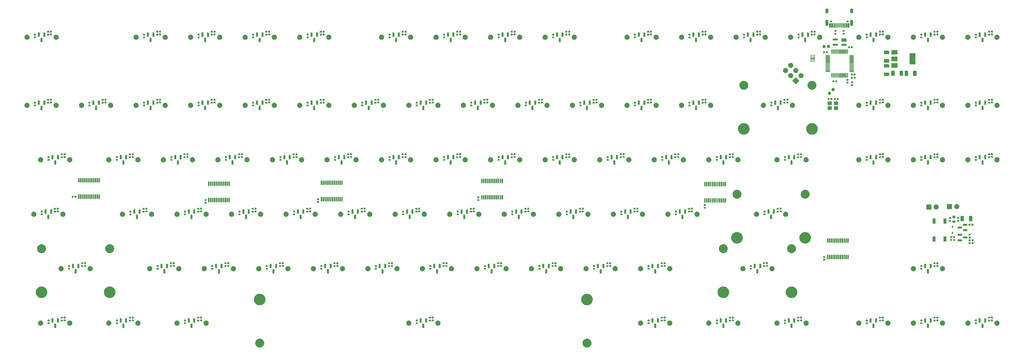
<source format=gbr>
%TF.GenerationSoftware,KiCad,Pcbnew,7.0.6*%
%TF.CreationDate,2024-01-08T21:04:37+01:00*%
%TF.ProjectId,KBD8X-MKII-HE,4b424438-582d-44d4-9b49-492d48452e6b,rev?*%
%TF.SameCoordinates,Original*%
%TF.FileFunction,Soldermask,Bot*%
%TF.FilePolarity,Negative*%
%FSLAX46Y46*%
G04 Gerber Fmt 4.6, Leading zero omitted, Abs format (unit mm)*
G04 Created by KiCad (PCBNEW 7.0.6) date 2024-01-08 21:04:37*
%MOMM*%
%LPD*%
G01*
G04 APERTURE LIST*
G04 APERTURE END LIST*
G36*
X128524351Y-182454731D02*
G01*
X128762685Y-182511950D01*
X128989133Y-182605748D01*
X129198121Y-182733815D01*
X129384501Y-182892999D01*
X129543685Y-183079379D01*
X129671752Y-183288367D01*
X129765550Y-183514815D01*
X129822769Y-183753149D01*
X129842000Y-183997500D01*
X129822769Y-184241851D01*
X129765550Y-184480185D01*
X129671752Y-184706633D01*
X129543685Y-184915621D01*
X129384501Y-185102001D01*
X129198121Y-185261185D01*
X128989133Y-185389252D01*
X128762685Y-185483050D01*
X128524351Y-185540269D01*
X128280000Y-185559500D01*
X128035649Y-185540269D01*
X127797315Y-185483050D01*
X127570867Y-185389252D01*
X127361879Y-185261185D01*
X127175499Y-185102001D01*
X127016315Y-184915621D01*
X126888248Y-184706633D01*
X126794450Y-184480185D01*
X126737231Y-184241851D01*
X126718000Y-183997500D01*
X126737231Y-183753149D01*
X126794450Y-183514815D01*
X126888248Y-183288367D01*
X127016315Y-183079379D01*
X127175499Y-182892999D01*
X127361879Y-182733815D01*
X127570867Y-182605748D01*
X127797315Y-182511950D01*
X128035649Y-182454731D01*
X128280000Y-182435500D01*
X128524351Y-182454731D01*
G37*
G36*
X242824351Y-182454731D02*
G01*
X243062685Y-182511950D01*
X243289133Y-182605748D01*
X243498121Y-182733815D01*
X243684501Y-182892999D01*
X243843685Y-183079379D01*
X243971752Y-183288367D01*
X244065550Y-183514815D01*
X244122769Y-183753149D01*
X244142000Y-183997500D01*
X244122769Y-184241851D01*
X244065550Y-184480185D01*
X243971752Y-184706633D01*
X243843685Y-184915621D01*
X243684501Y-185102001D01*
X243498121Y-185261185D01*
X243289133Y-185389252D01*
X243062685Y-185483050D01*
X242824351Y-185540269D01*
X242580000Y-185559500D01*
X242335649Y-185540269D01*
X242097315Y-185483050D01*
X241870867Y-185389252D01*
X241661879Y-185261185D01*
X241475499Y-185102001D01*
X241316315Y-184915621D01*
X241188248Y-184706633D01*
X241094450Y-184480185D01*
X241037231Y-184241851D01*
X241018000Y-183997500D01*
X241037231Y-183753149D01*
X241094450Y-183514815D01*
X241188248Y-183288367D01*
X241316315Y-183079379D01*
X241475499Y-182892999D01*
X241661879Y-182733815D01*
X241870867Y-182605748D01*
X242097315Y-182511950D01*
X242335649Y-182454731D01*
X242580000Y-182435500D01*
X242824351Y-182454731D01*
G37*
G36*
X57064444Y-177208811D02*
G01*
X57125436Y-177249564D01*
X57166189Y-177310556D01*
X57180500Y-177382500D01*
X57180500Y-178557500D01*
X57166189Y-178629444D01*
X57125436Y-178690436D01*
X57064444Y-178731189D01*
X56992500Y-178745500D01*
X56692500Y-178745500D01*
X56620556Y-178731189D01*
X56559564Y-178690436D01*
X56518811Y-178629444D01*
X56504500Y-178557500D01*
X56504500Y-177382500D01*
X56518811Y-177310556D01*
X56559564Y-177249564D01*
X56620556Y-177208811D01*
X56692500Y-177194500D01*
X56992500Y-177194500D01*
X57064444Y-177208811D01*
G37*
G36*
X80876944Y-177208811D02*
G01*
X80937936Y-177249564D01*
X80978689Y-177310556D01*
X80993000Y-177382500D01*
X80993000Y-178557500D01*
X80978689Y-178629444D01*
X80937936Y-178690436D01*
X80876944Y-178731189D01*
X80805000Y-178745500D01*
X80505000Y-178745500D01*
X80433056Y-178731189D01*
X80372064Y-178690436D01*
X80331311Y-178629444D01*
X80317000Y-178557500D01*
X80317000Y-177382500D01*
X80331311Y-177310556D01*
X80372064Y-177249564D01*
X80433056Y-177208811D01*
X80505000Y-177194500D01*
X80805000Y-177194500D01*
X80876944Y-177208811D01*
G37*
G36*
X104689444Y-177208811D02*
G01*
X104750436Y-177249564D01*
X104791189Y-177310556D01*
X104805500Y-177382500D01*
X104805500Y-178557500D01*
X104791189Y-178629444D01*
X104750436Y-178690436D01*
X104689444Y-178731189D01*
X104617500Y-178745500D01*
X104317500Y-178745500D01*
X104245556Y-178731189D01*
X104184564Y-178690436D01*
X104143811Y-178629444D01*
X104129500Y-178557500D01*
X104129500Y-177382500D01*
X104143811Y-177310556D01*
X104184564Y-177249564D01*
X104245556Y-177208811D01*
X104317500Y-177194500D01*
X104617500Y-177194500D01*
X104689444Y-177208811D01*
G37*
G36*
X185651944Y-177208811D02*
G01*
X185712936Y-177249564D01*
X185753689Y-177310556D01*
X185768000Y-177382500D01*
X185768000Y-178557500D01*
X185753689Y-178629444D01*
X185712936Y-178690436D01*
X185651944Y-178731189D01*
X185580000Y-178745500D01*
X185280000Y-178745500D01*
X185208056Y-178731189D01*
X185147064Y-178690436D01*
X185106311Y-178629444D01*
X185092000Y-178557500D01*
X185092000Y-177382500D01*
X185106311Y-177310556D01*
X185147064Y-177249564D01*
X185208056Y-177208811D01*
X185280000Y-177194500D01*
X185580000Y-177194500D01*
X185651944Y-177208811D01*
G37*
G36*
X266614444Y-177208811D02*
G01*
X266675436Y-177249564D01*
X266716189Y-177310556D01*
X266730500Y-177382500D01*
X266730500Y-178557500D01*
X266716189Y-178629444D01*
X266675436Y-178690436D01*
X266614444Y-178731189D01*
X266542500Y-178745500D01*
X266242500Y-178745500D01*
X266170556Y-178731189D01*
X266109564Y-178690436D01*
X266068811Y-178629444D01*
X266054500Y-178557500D01*
X266054500Y-177382500D01*
X266068811Y-177310556D01*
X266109564Y-177249564D01*
X266170556Y-177208811D01*
X266242500Y-177194500D01*
X266542500Y-177194500D01*
X266614444Y-177208811D01*
G37*
G36*
X290426944Y-177208811D02*
G01*
X290487936Y-177249564D01*
X290528689Y-177310556D01*
X290543000Y-177382500D01*
X290543000Y-178557500D01*
X290528689Y-178629444D01*
X290487936Y-178690436D01*
X290426944Y-178731189D01*
X290355000Y-178745500D01*
X290055000Y-178745500D01*
X289983056Y-178731189D01*
X289922064Y-178690436D01*
X289881311Y-178629444D01*
X289867000Y-178557500D01*
X289867000Y-177382500D01*
X289881311Y-177310556D01*
X289922064Y-177249564D01*
X289983056Y-177208811D01*
X290055000Y-177194500D01*
X290355000Y-177194500D01*
X290426944Y-177208811D01*
G37*
G36*
X314239444Y-177208811D02*
G01*
X314300436Y-177249564D01*
X314341189Y-177310556D01*
X314355500Y-177382500D01*
X314355500Y-178557500D01*
X314341189Y-178629444D01*
X314300436Y-178690436D01*
X314239444Y-178731189D01*
X314167500Y-178745500D01*
X313867500Y-178745500D01*
X313795556Y-178731189D01*
X313734564Y-178690436D01*
X313693811Y-178629444D01*
X313679500Y-178557500D01*
X313679500Y-177382500D01*
X313693811Y-177310556D01*
X313734564Y-177249564D01*
X313795556Y-177208811D01*
X313867500Y-177194500D01*
X314167500Y-177194500D01*
X314239444Y-177208811D01*
G37*
G36*
X342814444Y-177208811D02*
G01*
X342875436Y-177249564D01*
X342916189Y-177310556D01*
X342930500Y-177382500D01*
X342930500Y-178557500D01*
X342916189Y-178629444D01*
X342875436Y-178690436D01*
X342814444Y-178731189D01*
X342742500Y-178745500D01*
X342442500Y-178745500D01*
X342370556Y-178731189D01*
X342309564Y-178690436D01*
X342268811Y-178629444D01*
X342254500Y-178557500D01*
X342254500Y-177382500D01*
X342268811Y-177310556D01*
X342309564Y-177249564D01*
X342370556Y-177208811D01*
X342442500Y-177194500D01*
X342742500Y-177194500D01*
X342814444Y-177208811D01*
G37*
G36*
X361864444Y-177208811D02*
G01*
X361925436Y-177249564D01*
X361966189Y-177310556D01*
X361980500Y-177382500D01*
X361980500Y-178557500D01*
X361966189Y-178629444D01*
X361925436Y-178690436D01*
X361864444Y-178731189D01*
X361792500Y-178745500D01*
X361492500Y-178745500D01*
X361420556Y-178731189D01*
X361359564Y-178690436D01*
X361318811Y-178629444D01*
X361304500Y-178557500D01*
X361304500Y-177382500D01*
X361318811Y-177310556D01*
X361359564Y-177249564D01*
X361420556Y-177208811D01*
X361492500Y-177194500D01*
X361792500Y-177194500D01*
X361864444Y-177208811D01*
G37*
G36*
X380914444Y-177208811D02*
G01*
X380975436Y-177249564D01*
X381016189Y-177310556D01*
X381030500Y-177382500D01*
X381030500Y-178557500D01*
X381016189Y-178629444D01*
X380975436Y-178690436D01*
X380914444Y-178731189D01*
X380842500Y-178745500D01*
X380542500Y-178745500D01*
X380470556Y-178731189D01*
X380409564Y-178690436D01*
X380368811Y-178629444D01*
X380354500Y-178557500D01*
X380354500Y-177382500D01*
X380368811Y-177310556D01*
X380409564Y-177249564D01*
X380470556Y-177208811D01*
X380542500Y-177194500D01*
X380842500Y-177194500D01*
X380914444Y-177208811D01*
G37*
G36*
X51810837Y-176104502D02*
G01*
X51857934Y-176104502D01*
X51898605Y-176113146D01*
X51940569Y-176117280D01*
X51993285Y-176133271D01*
X52044633Y-176144185D01*
X52077487Y-176158812D01*
X52111799Y-176169221D01*
X52166327Y-176198367D01*
X52219000Y-176221819D01*
X52243491Y-176239612D01*
X52269599Y-176253568D01*
X52322859Y-176297277D01*
X52373416Y-176334009D01*
X52389830Y-176352238D01*
X52407917Y-176367082D01*
X52456514Y-176426298D01*
X52501133Y-176475852D01*
X52510508Y-176492090D01*
X52521431Y-176505400D01*
X52561847Y-176581012D01*
X52596567Y-176641149D01*
X52600559Y-176653437D01*
X52605778Y-176663200D01*
X52634541Y-176758023D01*
X52655549Y-176822677D01*
X52656288Y-176829714D01*
X52657719Y-176834430D01*
X52671652Y-176975890D01*
X52675500Y-177012500D01*
X52671649Y-177049136D01*
X52657719Y-177190569D01*
X52656288Y-177195283D01*
X52655549Y-177202323D01*
X52634537Y-177266990D01*
X52605778Y-177361799D01*
X52600560Y-177371559D01*
X52596567Y-177383851D01*
X52561840Y-177444000D01*
X52521431Y-177519599D01*
X52510510Y-177532905D01*
X52501133Y-177549148D01*
X52456504Y-177598712D01*
X52407917Y-177657917D01*
X52389833Y-177672757D01*
X52373416Y-177690991D01*
X52322848Y-177727730D01*
X52269599Y-177771431D01*
X52243496Y-177785383D01*
X52219000Y-177803181D01*
X52166315Y-177826637D01*
X52111799Y-177855778D01*
X52077494Y-177866183D01*
X52044633Y-177880815D01*
X51993274Y-177891731D01*
X51940569Y-177907719D01*
X51898614Y-177911851D01*
X51857934Y-177920498D01*
X51810827Y-177920498D01*
X51762500Y-177925258D01*
X51714173Y-177920498D01*
X51667066Y-177920498D01*
X51626386Y-177911851D01*
X51584430Y-177907719D01*
X51531722Y-177891730D01*
X51480367Y-177880815D01*
X51447507Y-177866184D01*
X51413200Y-177855778D01*
X51358678Y-177826635D01*
X51306000Y-177803181D01*
X51281506Y-177785385D01*
X51255400Y-177771431D01*
X51202142Y-177727724D01*
X51151584Y-177690991D01*
X51135169Y-177672760D01*
X51117082Y-177657917D01*
X51068483Y-177598699D01*
X51023867Y-177549148D01*
X51014492Y-177532910D01*
X51003568Y-177519599D01*
X50963146Y-177443976D01*
X50928433Y-177383851D01*
X50924440Y-177371564D01*
X50919221Y-177361799D01*
X50890447Y-177266944D01*
X50869451Y-177202323D01*
X50868711Y-177195288D01*
X50867280Y-177190569D01*
X50853333Y-177048972D01*
X50849500Y-177012500D01*
X50853333Y-176976030D01*
X50867280Y-176834430D01*
X50868711Y-176829709D01*
X50869451Y-176822677D01*
X50890443Y-176758069D01*
X50919221Y-176663200D01*
X50924441Y-176653432D01*
X50928433Y-176641149D01*
X50963139Y-176581035D01*
X51003568Y-176505400D01*
X51014494Y-176492086D01*
X51023867Y-176475852D01*
X51068474Y-176426310D01*
X51117082Y-176367082D01*
X51135172Y-176352235D01*
X51151584Y-176334009D01*
X51202132Y-176297283D01*
X51255400Y-176253568D01*
X51281511Y-176239610D01*
X51306000Y-176221819D01*
X51358666Y-176198369D01*
X51413200Y-176169221D01*
X51447514Y-176158812D01*
X51480367Y-176144185D01*
X51531711Y-176133271D01*
X51584430Y-176117280D01*
X51626394Y-176113146D01*
X51667066Y-176104502D01*
X51714163Y-176104502D01*
X51762500Y-176099741D01*
X51810837Y-176104502D01*
G37*
G36*
X61970837Y-176104502D02*
G01*
X62017934Y-176104502D01*
X62058605Y-176113146D01*
X62100569Y-176117280D01*
X62153285Y-176133271D01*
X62204633Y-176144185D01*
X62237487Y-176158812D01*
X62271799Y-176169221D01*
X62326327Y-176198367D01*
X62379000Y-176221819D01*
X62403491Y-176239612D01*
X62429599Y-176253568D01*
X62482859Y-176297277D01*
X62533416Y-176334009D01*
X62549830Y-176352238D01*
X62567917Y-176367082D01*
X62616514Y-176426298D01*
X62661133Y-176475852D01*
X62670508Y-176492090D01*
X62681431Y-176505400D01*
X62721847Y-176581012D01*
X62756567Y-176641149D01*
X62760559Y-176653437D01*
X62765778Y-176663200D01*
X62794541Y-176758023D01*
X62815549Y-176822677D01*
X62816288Y-176829714D01*
X62817719Y-176834430D01*
X62831652Y-176975890D01*
X62835500Y-177012500D01*
X62831649Y-177049136D01*
X62817719Y-177190569D01*
X62816288Y-177195283D01*
X62815549Y-177202323D01*
X62794537Y-177266990D01*
X62765778Y-177361799D01*
X62760560Y-177371559D01*
X62756567Y-177383851D01*
X62721840Y-177444000D01*
X62681431Y-177519599D01*
X62670510Y-177532905D01*
X62661133Y-177549148D01*
X62616504Y-177598712D01*
X62567917Y-177657917D01*
X62549833Y-177672757D01*
X62533416Y-177690991D01*
X62482848Y-177727730D01*
X62429599Y-177771431D01*
X62403496Y-177785383D01*
X62379000Y-177803181D01*
X62326315Y-177826637D01*
X62271799Y-177855778D01*
X62237494Y-177866183D01*
X62204633Y-177880815D01*
X62153274Y-177891731D01*
X62100569Y-177907719D01*
X62058614Y-177911851D01*
X62017934Y-177920498D01*
X61970827Y-177920498D01*
X61922500Y-177925258D01*
X61874173Y-177920498D01*
X61827066Y-177920498D01*
X61786386Y-177911851D01*
X61744430Y-177907719D01*
X61691722Y-177891730D01*
X61640367Y-177880815D01*
X61607507Y-177866184D01*
X61573200Y-177855778D01*
X61518678Y-177826635D01*
X61466000Y-177803181D01*
X61441506Y-177785385D01*
X61415400Y-177771431D01*
X61362142Y-177727724D01*
X61311584Y-177690991D01*
X61295169Y-177672760D01*
X61277082Y-177657917D01*
X61228483Y-177598699D01*
X61183867Y-177549148D01*
X61174492Y-177532910D01*
X61163568Y-177519599D01*
X61123146Y-177443976D01*
X61088433Y-177383851D01*
X61084440Y-177371564D01*
X61079221Y-177361799D01*
X61050447Y-177266944D01*
X61029451Y-177202323D01*
X61028711Y-177195288D01*
X61027280Y-177190569D01*
X61013333Y-177048972D01*
X61009500Y-177012500D01*
X61013333Y-176976030D01*
X61027280Y-176834430D01*
X61028711Y-176829709D01*
X61029451Y-176822677D01*
X61050443Y-176758069D01*
X61079221Y-176663200D01*
X61084441Y-176653432D01*
X61088433Y-176641149D01*
X61123139Y-176581035D01*
X61163568Y-176505400D01*
X61174494Y-176492086D01*
X61183867Y-176475852D01*
X61228474Y-176426310D01*
X61277082Y-176367082D01*
X61295172Y-176352235D01*
X61311584Y-176334009D01*
X61362132Y-176297283D01*
X61415400Y-176253568D01*
X61441511Y-176239610D01*
X61466000Y-176221819D01*
X61518666Y-176198369D01*
X61573200Y-176169221D01*
X61607514Y-176158812D01*
X61640367Y-176144185D01*
X61691711Y-176133271D01*
X61744430Y-176117280D01*
X61786394Y-176113146D01*
X61827066Y-176104502D01*
X61874163Y-176104502D01*
X61922500Y-176099741D01*
X61970837Y-176104502D01*
G37*
G36*
X75623337Y-176104502D02*
G01*
X75670434Y-176104502D01*
X75711105Y-176113146D01*
X75753069Y-176117280D01*
X75805785Y-176133271D01*
X75857133Y-176144185D01*
X75889987Y-176158812D01*
X75924299Y-176169221D01*
X75978827Y-176198367D01*
X76031500Y-176221819D01*
X76055991Y-176239612D01*
X76082099Y-176253568D01*
X76135359Y-176297277D01*
X76185916Y-176334009D01*
X76202330Y-176352238D01*
X76220417Y-176367082D01*
X76269014Y-176426298D01*
X76313633Y-176475852D01*
X76323008Y-176492090D01*
X76333931Y-176505400D01*
X76374347Y-176581012D01*
X76409067Y-176641149D01*
X76413059Y-176653437D01*
X76418278Y-176663200D01*
X76447041Y-176758023D01*
X76468049Y-176822677D01*
X76468788Y-176829714D01*
X76470219Y-176834430D01*
X76484152Y-176975890D01*
X76488000Y-177012500D01*
X76484149Y-177049136D01*
X76470219Y-177190569D01*
X76468788Y-177195283D01*
X76468049Y-177202323D01*
X76447037Y-177266990D01*
X76418278Y-177361799D01*
X76413060Y-177371559D01*
X76409067Y-177383851D01*
X76374340Y-177444000D01*
X76333931Y-177519599D01*
X76323010Y-177532905D01*
X76313633Y-177549148D01*
X76269004Y-177598712D01*
X76220417Y-177657917D01*
X76202333Y-177672757D01*
X76185916Y-177690991D01*
X76135348Y-177727730D01*
X76082099Y-177771431D01*
X76055996Y-177785383D01*
X76031500Y-177803181D01*
X75978815Y-177826637D01*
X75924299Y-177855778D01*
X75889994Y-177866183D01*
X75857133Y-177880815D01*
X75805774Y-177891731D01*
X75753069Y-177907719D01*
X75711114Y-177911851D01*
X75670434Y-177920498D01*
X75623327Y-177920498D01*
X75575000Y-177925258D01*
X75526673Y-177920498D01*
X75479566Y-177920498D01*
X75438886Y-177911851D01*
X75396930Y-177907719D01*
X75344222Y-177891730D01*
X75292867Y-177880815D01*
X75260007Y-177866184D01*
X75225700Y-177855778D01*
X75171178Y-177826635D01*
X75118500Y-177803181D01*
X75094006Y-177785385D01*
X75067900Y-177771431D01*
X75014642Y-177727724D01*
X74964084Y-177690991D01*
X74947669Y-177672760D01*
X74929582Y-177657917D01*
X74880983Y-177598699D01*
X74836367Y-177549148D01*
X74826992Y-177532910D01*
X74816068Y-177519599D01*
X74775646Y-177443976D01*
X74740933Y-177383851D01*
X74736940Y-177371564D01*
X74731721Y-177361799D01*
X74702947Y-177266944D01*
X74681951Y-177202323D01*
X74681211Y-177195288D01*
X74679780Y-177190569D01*
X74665833Y-177048972D01*
X74662000Y-177012500D01*
X74665833Y-176976030D01*
X74679780Y-176834430D01*
X74681211Y-176829709D01*
X74681951Y-176822677D01*
X74702943Y-176758069D01*
X74731721Y-176663200D01*
X74736941Y-176653432D01*
X74740933Y-176641149D01*
X74775639Y-176581035D01*
X74816068Y-176505400D01*
X74826994Y-176492086D01*
X74836367Y-176475852D01*
X74880974Y-176426310D01*
X74929582Y-176367082D01*
X74947672Y-176352235D01*
X74964084Y-176334009D01*
X75014632Y-176297283D01*
X75067900Y-176253568D01*
X75094011Y-176239610D01*
X75118500Y-176221819D01*
X75171166Y-176198369D01*
X75225700Y-176169221D01*
X75260014Y-176158812D01*
X75292867Y-176144185D01*
X75344211Y-176133271D01*
X75396930Y-176117280D01*
X75438894Y-176113146D01*
X75479566Y-176104502D01*
X75526663Y-176104502D01*
X75575000Y-176099741D01*
X75623337Y-176104502D01*
G37*
G36*
X85783337Y-176104502D02*
G01*
X85830434Y-176104502D01*
X85871105Y-176113146D01*
X85913069Y-176117280D01*
X85965785Y-176133271D01*
X86017133Y-176144185D01*
X86049987Y-176158812D01*
X86084299Y-176169221D01*
X86138827Y-176198367D01*
X86191500Y-176221819D01*
X86215991Y-176239612D01*
X86242099Y-176253568D01*
X86295359Y-176297277D01*
X86345916Y-176334009D01*
X86362330Y-176352238D01*
X86380417Y-176367082D01*
X86429014Y-176426298D01*
X86473633Y-176475852D01*
X86483008Y-176492090D01*
X86493931Y-176505400D01*
X86534347Y-176581012D01*
X86569067Y-176641149D01*
X86573059Y-176653437D01*
X86578278Y-176663200D01*
X86607041Y-176758023D01*
X86628049Y-176822677D01*
X86628788Y-176829714D01*
X86630219Y-176834430D01*
X86644150Y-176975878D01*
X86648000Y-177012500D01*
X86644150Y-177049124D01*
X86630219Y-177190569D01*
X86628788Y-177195283D01*
X86628049Y-177202323D01*
X86607037Y-177266990D01*
X86578278Y-177361799D01*
X86573060Y-177371559D01*
X86569067Y-177383851D01*
X86534340Y-177444000D01*
X86493931Y-177519599D01*
X86483010Y-177532905D01*
X86473633Y-177549148D01*
X86429004Y-177598712D01*
X86380417Y-177657917D01*
X86362333Y-177672757D01*
X86345916Y-177690991D01*
X86295348Y-177727730D01*
X86242099Y-177771431D01*
X86215996Y-177785383D01*
X86191500Y-177803181D01*
X86138815Y-177826637D01*
X86084299Y-177855778D01*
X86049994Y-177866183D01*
X86017133Y-177880815D01*
X85965774Y-177891731D01*
X85913069Y-177907719D01*
X85871114Y-177911851D01*
X85830434Y-177920498D01*
X85783327Y-177920498D01*
X85735000Y-177925258D01*
X85686673Y-177920498D01*
X85639566Y-177920498D01*
X85598886Y-177911851D01*
X85556930Y-177907719D01*
X85504222Y-177891730D01*
X85452867Y-177880815D01*
X85420007Y-177866184D01*
X85385700Y-177855778D01*
X85331178Y-177826635D01*
X85278500Y-177803181D01*
X85254006Y-177785385D01*
X85227900Y-177771431D01*
X85174642Y-177727724D01*
X85124084Y-177690991D01*
X85107669Y-177672760D01*
X85089582Y-177657917D01*
X85040983Y-177598699D01*
X84996367Y-177549148D01*
X84986992Y-177532910D01*
X84976068Y-177519599D01*
X84935646Y-177443976D01*
X84900933Y-177383851D01*
X84896940Y-177371564D01*
X84891721Y-177361799D01*
X84862947Y-177266944D01*
X84841951Y-177202323D01*
X84841211Y-177195288D01*
X84839780Y-177190569D01*
X84825833Y-177048972D01*
X84822000Y-177012500D01*
X84825833Y-176976030D01*
X84839780Y-176834430D01*
X84841211Y-176829709D01*
X84841951Y-176822677D01*
X84862943Y-176758069D01*
X84891721Y-176663200D01*
X84896941Y-176653432D01*
X84900933Y-176641149D01*
X84935639Y-176581035D01*
X84976068Y-176505400D01*
X84986994Y-176492086D01*
X84996367Y-176475852D01*
X85040974Y-176426310D01*
X85089582Y-176367082D01*
X85107672Y-176352235D01*
X85124084Y-176334009D01*
X85174632Y-176297283D01*
X85227900Y-176253568D01*
X85254011Y-176239610D01*
X85278500Y-176221819D01*
X85331166Y-176198369D01*
X85385700Y-176169221D01*
X85420014Y-176158812D01*
X85452867Y-176144185D01*
X85504211Y-176133271D01*
X85556930Y-176117280D01*
X85598894Y-176113146D01*
X85639566Y-176104502D01*
X85686663Y-176104502D01*
X85735000Y-176099741D01*
X85783337Y-176104502D01*
G37*
G36*
X99435837Y-176104502D02*
G01*
X99482934Y-176104502D01*
X99523605Y-176113146D01*
X99565569Y-176117280D01*
X99618285Y-176133271D01*
X99669633Y-176144185D01*
X99702487Y-176158812D01*
X99736799Y-176169221D01*
X99791327Y-176198367D01*
X99844000Y-176221819D01*
X99868491Y-176239612D01*
X99894599Y-176253568D01*
X99947859Y-176297277D01*
X99998416Y-176334009D01*
X100014830Y-176352238D01*
X100032917Y-176367082D01*
X100081514Y-176426298D01*
X100126133Y-176475852D01*
X100135508Y-176492090D01*
X100146431Y-176505400D01*
X100186847Y-176581012D01*
X100221567Y-176641149D01*
X100225559Y-176653437D01*
X100230778Y-176663200D01*
X100259541Y-176758023D01*
X100280549Y-176822677D01*
X100281288Y-176829714D01*
X100282719Y-176834430D01*
X100296650Y-176975878D01*
X100300500Y-177012500D01*
X100296650Y-177049124D01*
X100282719Y-177190569D01*
X100281288Y-177195283D01*
X100280549Y-177202323D01*
X100259537Y-177266990D01*
X100230778Y-177361799D01*
X100225560Y-177371559D01*
X100221567Y-177383851D01*
X100186840Y-177444000D01*
X100146431Y-177519599D01*
X100135510Y-177532905D01*
X100126133Y-177549148D01*
X100081504Y-177598712D01*
X100032917Y-177657917D01*
X100014833Y-177672757D01*
X99998416Y-177690991D01*
X99947848Y-177727730D01*
X99894599Y-177771431D01*
X99868496Y-177785383D01*
X99844000Y-177803181D01*
X99791315Y-177826637D01*
X99736799Y-177855778D01*
X99702494Y-177866183D01*
X99669633Y-177880815D01*
X99618274Y-177891731D01*
X99565569Y-177907719D01*
X99523614Y-177911851D01*
X99482934Y-177920498D01*
X99435827Y-177920498D01*
X99387500Y-177925258D01*
X99339173Y-177920498D01*
X99292066Y-177920498D01*
X99251386Y-177911851D01*
X99209430Y-177907719D01*
X99156722Y-177891730D01*
X99105367Y-177880815D01*
X99072507Y-177866184D01*
X99038200Y-177855778D01*
X98983678Y-177826635D01*
X98931000Y-177803181D01*
X98906506Y-177785385D01*
X98880400Y-177771431D01*
X98827142Y-177727724D01*
X98776584Y-177690991D01*
X98760169Y-177672760D01*
X98742082Y-177657917D01*
X98693483Y-177598699D01*
X98648867Y-177549148D01*
X98639492Y-177532910D01*
X98628568Y-177519599D01*
X98588146Y-177443976D01*
X98553433Y-177383851D01*
X98549440Y-177371564D01*
X98544221Y-177361799D01*
X98515447Y-177266944D01*
X98494451Y-177202323D01*
X98493711Y-177195288D01*
X98492280Y-177190569D01*
X98478333Y-177048972D01*
X98474500Y-177012500D01*
X98478333Y-176976030D01*
X98492280Y-176834430D01*
X98493711Y-176829709D01*
X98494451Y-176822677D01*
X98515443Y-176758069D01*
X98544221Y-176663200D01*
X98549441Y-176653432D01*
X98553433Y-176641149D01*
X98588139Y-176581035D01*
X98628568Y-176505400D01*
X98639494Y-176492086D01*
X98648867Y-176475852D01*
X98693474Y-176426310D01*
X98742082Y-176367082D01*
X98760172Y-176352235D01*
X98776584Y-176334009D01*
X98827132Y-176297283D01*
X98880400Y-176253568D01*
X98906511Y-176239610D01*
X98931000Y-176221819D01*
X98983666Y-176198369D01*
X99038200Y-176169221D01*
X99072514Y-176158812D01*
X99105367Y-176144185D01*
X99156711Y-176133271D01*
X99209430Y-176117280D01*
X99251394Y-176113146D01*
X99292066Y-176104502D01*
X99339163Y-176104502D01*
X99387500Y-176099741D01*
X99435837Y-176104502D01*
G37*
G36*
X109595837Y-176104502D02*
G01*
X109642934Y-176104502D01*
X109683605Y-176113146D01*
X109725569Y-176117280D01*
X109778285Y-176133271D01*
X109829633Y-176144185D01*
X109862487Y-176158812D01*
X109896799Y-176169221D01*
X109951327Y-176198367D01*
X110004000Y-176221819D01*
X110028491Y-176239612D01*
X110054599Y-176253568D01*
X110107859Y-176297277D01*
X110158416Y-176334009D01*
X110174830Y-176352238D01*
X110192917Y-176367082D01*
X110241514Y-176426298D01*
X110286133Y-176475852D01*
X110295508Y-176492090D01*
X110306431Y-176505400D01*
X110346847Y-176581012D01*
X110381567Y-176641149D01*
X110385559Y-176653437D01*
X110390778Y-176663200D01*
X110419541Y-176758023D01*
X110440549Y-176822677D01*
X110441288Y-176829714D01*
X110442719Y-176834430D01*
X110456650Y-176975878D01*
X110460500Y-177012500D01*
X110456650Y-177049124D01*
X110442719Y-177190569D01*
X110441288Y-177195283D01*
X110440549Y-177202323D01*
X110419537Y-177266990D01*
X110390778Y-177361799D01*
X110385560Y-177371559D01*
X110381567Y-177383851D01*
X110346840Y-177444000D01*
X110306431Y-177519599D01*
X110295510Y-177532905D01*
X110286133Y-177549148D01*
X110241504Y-177598712D01*
X110192917Y-177657917D01*
X110174833Y-177672757D01*
X110158416Y-177690991D01*
X110107848Y-177727730D01*
X110054599Y-177771431D01*
X110028496Y-177785383D01*
X110004000Y-177803181D01*
X109951315Y-177826637D01*
X109896799Y-177855778D01*
X109862494Y-177866183D01*
X109829633Y-177880815D01*
X109778274Y-177891731D01*
X109725569Y-177907719D01*
X109683614Y-177911851D01*
X109642934Y-177920498D01*
X109595827Y-177920498D01*
X109547500Y-177925258D01*
X109499173Y-177920498D01*
X109452066Y-177920498D01*
X109411386Y-177911851D01*
X109369430Y-177907719D01*
X109316722Y-177891730D01*
X109265367Y-177880815D01*
X109232507Y-177866184D01*
X109198200Y-177855778D01*
X109143678Y-177826635D01*
X109091000Y-177803181D01*
X109066506Y-177785385D01*
X109040400Y-177771431D01*
X108987142Y-177727724D01*
X108936584Y-177690991D01*
X108920169Y-177672760D01*
X108902082Y-177657917D01*
X108853483Y-177598699D01*
X108808867Y-177549148D01*
X108799492Y-177532910D01*
X108788568Y-177519599D01*
X108748146Y-177443976D01*
X108713433Y-177383851D01*
X108709440Y-177371564D01*
X108704221Y-177361799D01*
X108675447Y-177266944D01*
X108654451Y-177202323D01*
X108653711Y-177195288D01*
X108652280Y-177190569D01*
X108638333Y-177048972D01*
X108634500Y-177012500D01*
X108638333Y-176976030D01*
X108652280Y-176834430D01*
X108653711Y-176829709D01*
X108654451Y-176822677D01*
X108675443Y-176758069D01*
X108704221Y-176663200D01*
X108709441Y-176653432D01*
X108713433Y-176641149D01*
X108748139Y-176581035D01*
X108788568Y-176505400D01*
X108799494Y-176492086D01*
X108808867Y-176475852D01*
X108853474Y-176426310D01*
X108902082Y-176367082D01*
X108920172Y-176352235D01*
X108936584Y-176334009D01*
X108987132Y-176297283D01*
X109040400Y-176253568D01*
X109066511Y-176239610D01*
X109091000Y-176221819D01*
X109143666Y-176198369D01*
X109198200Y-176169221D01*
X109232514Y-176158812D01*
X109265367Y-176144185D01*
X109316711Y-176133271D01*
X109369430Y-176117280D01*
X109411394Y-176113146D01*
X109452066Y-176104502D01*
X109499163Y-176104502D01*
X109547500Y-176099741D01*
X109595837Y-176104502D01*
G37*
G36*
X180398337Y-176104502D02*
G01*
X180445434Y-176104502D01*
X180486105Y-176113146D01*
X180528069Y-176117280D01*
X180580785Y-176133271D01*
X180632133Y-176144185D01*
X180664987Y-176158812D01*
X180699299Y-176169221D01*
X180753827Y-176198367D01*
X180806500Y-176221819D01*
X180830991Y-176239612D01*
X180857099Y-176253568D01*
X180910359Y-176297277D01*
X180960916Y-176334009D01*
X180977330Y-176352238D01*
X180995417Y-176367082D01*
X181044014Y-176426298D01*
X181088633Y-176475852D01*
X181098008Y-176492090D01*
X181108931Y-176505400D01*
X181149347Y-176581012D01*
X181184067Y-176641149D01*
X181188059Y-176653437D01*
X181193278Y-176663200D01*
X181222041Y-176758023D01*
X181243049Y-176822677D01*
X181243788Y-176829714D01*
X181245219Y-176834430D01*
X181259150Y-176975878D01*
X181263000Y-177012500D01*
X181259150Y-177049124D01*
X181245219Y-177190569D01*
X181243788Y-177195283D01*
X181243049Y-177202323D01*
X181222037Y-177266990D01*
X181193278Y-177361799D01*
X181188060Y-177371559D01*
X181184067Y-177383851D01*
X181149340Y-177444000D01*
X181108931Y-177519599D01*
X181098010Y-177532905D01*
X181088633Y-177549148D01*
X181044004Y-177598712D01*
X180995417Y-177657917D01*
X180977333Y-177672757D01*
X180960916Y-177690991D01*
X180910348Y-177727730D01*
X180857099Y-177771431D01*
X180830996Y-177785383D01*
X180806500Y-177803181D01*
X180753815Y-177826637D01*
X180699299Y-177855778D01*
X180664994Y-177866183D01*
X180632133Y-177880815D01*
X180580774Y-177891731D01*
X180528069Y-177907719D01*
X180486114Y-177911851D01*
X180445434Y-177920498D01*
X180398327Y-177920498D01*
X180350000Y-177925258D01*
X180301673Y-177920498D01*
X180254566Y-177920498D01*
X180213886Y-177911851D01*
X180171930Y-177907719D01*
X180119222Y-177891730D01*
X180067867Y-177880815D01*
X180035007Y-177866184D01*
X180000700Y-177855778D01*
X179946178Y-177826635D01*
X179893500Y-177803181D01*
X179869006Y-177785385D01*
X179842900Y-177771431D01*
X179789642Y-177727724D01*
X179739084Y-177690991D01*
X179722669Y-177672760D01*
X179704582Y-177657917D01*
X179655983Y-177598699D01*
X179611367Y-177549148D01*
X179601992Y-177532910D01*
X179591068Y-177519599D01*
X179550646Y-177443976D01*
X179515933Y-177383851D01*
X179511940Y-177371564D01*
X179506721Y-177361799D01*
X179477947Y-177266944D01*
X179456951Y-177202323D01*
X179456211Y-177195288D01*
X179454780Y-177190569D01*
X179440833Y-177048972D01*
X179437000Y-177012500D01*
X179440833Y-176976030D01*
X179454780Y-176834430D01*
X179456211Y-176829709D01*
X179456951Y-176822677D01*
X179477943Y-176758069D01*
X179506721Y-176663200D01*
X179511941Y-176653432D01*
X179515933Y-176641149D01*
X179550639Y-176581035D01*
X179591068Y-176505400D01*
X179601994Y-176492086D01*
X179611367Y-176475852D01*
X179655974Y-176426310D01*
X179704582Y-176367082D01*
X179722672Y-176352235D01*
X179739084Y-176334009D01*
X179789632Y-176297283D01*
X179842900Y-176253568D01*
X179869011Y-176239610D01*
X179893500Y-176221819D01*
X179946166Y-176198369D01*
X180000700Y-176169221D01*
X180035014Y-176158812D01*
X180067867Y-176144185D01*
X180119211Y-176133271D01*
X180171930Y-176117280D01*
X180213894Y-176113146D01*
X180254566Y-176104502D01*
X180301663Y-176104502D01*
X180350000Y-176099741D01*
X180398337Y-176104502D01*
G37*
G36*
X190558337Y-176104502D02*
G01*
X190605434Y-176104502D01*
X190646105Y-176113146D01*
X190688069Y-176117280D01*
X190740785Y-176133271D01*
X190792133Y-176144185D01*
X190824987Y-176158812D01*
X190859299Y-176169221D01*
X190913827Y-176198367D01*
X190966500Y-176221819D01*
X190990991Y-176239612D01*
X191017099Y-176253568D01*
X191070359Y-176297277D01*
X191120916Y-176334009D01*
X191137330Y-176352238D01*
X191155417Y-176367082D01*
X191204014Y-176426298D01*
X191248633Y-176475852D01*
X191258008Y-176492090D01*
X191268931Y-176505400D01*
X191309347Y-176581012D01*
X191344067Y-176641149D01*
X191348059Y-176653437D01*
X191353278Y-176663200D01*
X191382041Y-176758023D01*
X191403049Y-176822677D01*
X191403788Y-176829714D01*
X191405219Y-176834430D01*
X191419150Y-176975878D01*
X191423000Y-177012500D01*
X191419150Y-177049124D01*
X191405219Y-177190569D01*
X191403788Y-177195283D01*
X191403049Y-177202323D01*
X191382037Y-177266990D01*
X191353278Y-177361799D01*
X191348060Y-177371559D01*
X191344067Y-177383851D01*
X191309340Y-177444000D01*
X191268931Y-177519599D01*
X191258010Y-177532905D01*
X191248633Y-177549148D01*
X191204004Y-177598712D01*
X191155417Y-177657917D01*
X191137333Y-177672757D01*
X191120916Y-177690991D01*
X191070348Y-177727730D01*
X191017099Y-177771431D01*
X190990996Y-177785383D01*
X190966500Y-177803181D01*
X190913815Y-177826637D01*
X190859299Y-177855778D01*
X190824994Y-177866183D01*
X190792133Y-177880815D01*
X190740774Y-177891731D01*
X190688069Y-177907719D01*
X190646114Y-177911851D01*
X190605434Y-177920498D01*
X190558327Y-177920498D01*
X190510000Y-177925258D01*
X190461673Y-177920498D01*
X190414566Y-177920498D01*
X190373886Y-177911851D01*
X190331930Y-177907719D01*
X190279222Y-177891730D01*
X190227867Y-177880815D01*
X190195007Y-177866184D01*
X190160700Y-177855778D01*
X190106178Y-177826635D01*
X190053500Y-177803181D01*
X190029006Y-177785385D01*
X190002900Y-177771431D01*
X189949642Y-177727724D01*
X189899084Y-177690991D01*
X189882669Y-177672760D01*
X189864582Y-177657917D01*
X189815983Y-177598699D01*
X189771367Y-177549148D01*
X189761992Y-177532910D01*
X189751068Y-177519599D01*
X189710646Y-177443976D01*
X189675933Y-177383851D01*
X189671940Y-177371564D01*
X189666721Y-177361799D01*
X189637947Y-177266944D01*
X189616951Y-177202323D01*
X189616211Y-177195288D01*
X189614780Y-177190569D01*
X189600833Y-177048972D01*
X189597000Y-177012500D01*
X189600833Y-176976030D01*
X189614780Y-176834430D01*
X189616211Y-176829709D01*
X189616951Y-176822677D01*
X189637943Y-176758069D01*
X189666721Y-176663200D01*
X189671941Y-176653432D01*
X189675933Y-176641149D01*
X189710639Y-176581035D01*
X189751068Y-176505400D01*
X189761994Y-176492086D01*
X189771367Y-176475852D01*
X189815974Y-176426310D01*
X189864582Y-176367082D01*
X189882672Y-176352235D01*
X189899084Y-176334009D01*
X189949632Y-176297283D01*
X190002900Y-176253568D01*
X190029011Y-176239610D01*
X190053500Y-176221819D01*
X190106166Y-176198369D01*
X190160700Y-176169221D01*
X190195014Y-176158812D01*
X190227867Y-176144185D01*
X190279211Y-176133271D01*
X190331930Y-176117280D01*
X190373894Y-176113146D01*
X190414566Y-176104502D01*
X190461663Y-176104502D01*
X190510000Y-176099741D01*
X190558337Y-176104502D01*
G37*
G36*
X261360837Y-176104502D02*
G01*
X261407934Y-176104502D01*
X261448605Y-176113146D01*
X261490569Y-176117280D01*
X261543285Y-176133271D01*
X261594633Y-176144185D01*
X261627487Y-176158812D01*
X261661799Y-176169221D01*
X261716327Y-176198367D01*
X261769000Y-176221819D01*
X261793491Y-176239612D01*
X261819599Y-176253568D01*
X261872859Y-176297277D01*
X261923416Y-176334009D01*
X261939830Y-176352238D01*
X261957917Y-176367082D01*
X262006514Y-176426298D01*
X262051133Y-176475852D01*
X262060508Y-176492090D01*
X262071431Y-176505400D01*
X262111847Y-176581012D01*
X262146567Y-176641149D01*
X262150559Y-176653437D01*
X262155778Y-176663200D01*
X262184541Y-176758023D01*
X262205549Y-176822677D01*
X262206288Y-176829714D01*
X262207719Y-176834430D01*
X262221650Y-176975878D01*
X262225500Y-177012500D01*
X262221650Y-177049124D01*
X262207719Y-177190569D01*
X262206288Y-177195283D01*
X262205549Y-177202323D01*
X262184537Y-177266990D01*
X262155778Y-177361799D01*
X262150560Y-177371559D01*
X262146567Y-177383851D01*
X262111840Y-177444000D01*
X262071431Y-177519599D01*
X262060510Y-177532905D01*
X262051133Y-177549148D01*
X262006504Y-177598712D01*
X261957917Y-177657917D01*
X261939833Y-177672757D01*
X261923416Y-177690991D01*
X261872848Y-177727730D01*
X261819599Y-177771431D01*
X261793496Y-177785383D01*
X261769000Y-177803181D01*
X261716315Y-177826637D01*
X261661799Y-177855778D01*
X261627494Y-177866183D01*
X261594633Y-177880815D01*
X261543274Y-177891731D01*
X261490569Y-177907719D01*
X261448614Y-177911851D01*
X261407934Y-177920498D01*
X261360827Y-177920498D01*
X261312500Y-177925258D01*
X261264173Y-177920498D01*
X261217066Y-177920498D01*
X261176386Y-177911851D01*
X261134430Y-177907719D01*
X261081722Y-177891730D01*
X261030367Y-177880815D01*
X260997507Y-177866184D01*
X260963200Y-177855778D01*
X260908678Y-177826635D01*
X260856000Y-177803181D01*
X260831506Y-177785385D01*
X260805400Y-177771431D01*
X260752142Y-177727724D01*
X260701584Y-177690991D01*
X260685169Y-177672760D01*
X260667082Y-177657917D01*
X260618483Y-177598699D01*
X260573867Y-177549148D01*
X260564492Y-177532910D01*
X260553568Y-177519599D01*
X260513146Y-177443976D01*
X260478433Y-177383851D01*
X260474440Y-177371564D01*
X260469221Y-177361799D01*
X260440447Y-177266944D01*
X260419451Y-177202323D01*
X260418711Y-177195288D01*
X260417280Y-177190569D01*
X260403334Y-177048984D01*
X260399500Y-177012500D01*
X260403331Y-176976042D01*
X260417280Y-176834430D01*
X260418711Y-176829709D01*
X260419451Y-176822677D01*
X260440443Y-176758069D01*
X260469221Y-176663200D01*
X260474441Y-176653432D01*
X260478433Y-176641149D01*
X260513139Y-176581035D01*
X260553568Y-176505400D01*
X260564494Y-176492086D01*
X260573867Y-176475852D01*
X260618474Y-176426310D01*
X260667082Y-176367082D01*
X260685172Y-176352235D01*
X260701584Y-176334009D01*
X260752132Y-176297283D01*
X260805400Y-176253568D01*
X260831511Y-176239610D01*
X260856000Y-176221819D01*
X260908666Y-176198369D01*
X260963200Y-176169221D01*
X260997514Y-176158812D01*
X261030367Y-176144185D01*
X261081711Y-176133271D01*
X261134430Y-176117280D01*
X261176394Y-176113146D01*
X261217066Y-176104502D01*
X261264163Y-176104502D01*
X261312500Y-176099741D01*
X261360837Y-176104502D01*
G37*
G36*
X271520837Y-176104502D02*
G01*
X271567934Y-176104502D01*
X271608605Y-176113146D01*
X271650569Y-176117280D01*
X271703285Y-176133271D01*
X271754633Y-176144185D01*
X271787487Y-176158812D01*
X271821799Y-176169221D01*
X271876327Y-176198367D01*
X271929000Y-176221819D01*
X271953491Y-176239612D01*
X271979599Y-176253568D01*
X272032859Y-176297277D01*
X272083416Y-176334009D01*
X272099830Y-176352238D01*
X272117917Y-176367082D01*
X272166514Y-176426298D01*
X272211133Y-176475852D01*
X272220508Y-176492090D01*
X272231431Y-176505400D01*
X272271847Y-176581012D01*
X272306567Y-176641149D01*
X272310559Y-176653437D01*
X272315778Y-176663200D01*
X272344541Y-176758023D01*
X272365549Y-176822677D01*
X272366288Y-176829714D01*
X272367719Y-176834430D01*
X272381650Y-176975878D01*
X272385500Y-177012500D01*
X272381650Y-177049124D01*
X272367719Y-177190569D01*
X272366288Y-177195283D01*
X272365549Y-177202323D01*
X272344537Y-177266990D01*
X272315778Y-177361799D01*
X272310560Y-177371559D01*
X272306567Y-177383851D01*
X272271840Y-177444000D01*
X272231431Y-177519599D01*
X272220510Y-177532905D01*
X272211133Y-177549148D01*
X272166504Y-177598712D01*
X272117917Y-177657917D01*
X272099833Y-177672757D01*
X272083416Y-177690991D01*
X272032848Y-177727730D01*
X271979599Y-177771431D01*
X271953496Y-177785383D01*
X271929000Y-177803181D01*
X271876315Y-177826637D01*
X271821799Y-177855778D01*
X271787494Y-177866183D01*
X271754633Y-177880815D01*
X271703274Y-177891731D01*
X271650569Y-177907719D01*
X271608614Y-177911851D01*
X271567934Y-177920498D01*
X271520827Y-177920498D01*
X271472500Y-177925258D01*
X271424173Y-177920498D01*
X271377066Y-177920498D01*
X271336386Y-177911851D01*
X271294430Y-177907719D01*
X271241722Y-177891730D01*
X271190367Y-177880815D01*
X271157507Y-177866184D01*
X271123200Y-177855778D01*
X271068678Y-177826635D01*
X271016000Y-177803181D01*
X270991506Y-177785385D01*
X270965400Y-177771431D01*
X270912142Y-177727724D01*
X270861584Y-177690991D01*
X270845169Y-177672760D01*
X270827082Y-177657917D01*
X270778483Y-177598699D01*
X270733867Y-177549148D01*
X270724492Y-177532910D01*
X270713568Y-177519599D01*
X270673146Y-177443976D01*
X270638433Y-177383851D01*
X270634440Y-177371564D01*
X270629221Y-177361799D01*
X270600447Y-177266944D01*
X270579451Y-177202323D01*
X270578711Y-177195288D01*
X270577280Y-177190569D01*
X270563334Y-177048984D01*
X270559500Y-177012500D01*
X270563331Y-176976042D01*
X270577280Y-176834430D01*
X270578711Y-176829709D01*
X270579451Y-176822677D01*
X270600443Y-176758069D01*
X270629221Y-176663200D01*
X270634441Y-176653432D01*
X270638433Y-176641149D01*
X270673139Y-176581035D01*
X270713568Y-176505400D01*
X270724494Y-176492086D01*
X270733867Y-176475852D01*
X270778474Y-176426310D01*
X270827082Y-176367082D01*
X270845172Y-176352235D01*
X270861584Y-176334009D01*
X270912132Y-176297283D01*
X270965400Y-176253568D01*
X270991511Y-176239610D01*
X271016000Y-176221819D01*
X271068666Y-176198369D01*
X271123200Y-176169221D01*
X271157514Y-176158812D01*
X271190367Y-176144185D01*
X271241711Y-176133271D01*
X271294430Y-176117280D01*
X271336394Y-176113146D01*
X271377066Y-176104502D01*
X271424163Y-176104502D01*
X271472500Y-176099741D01*
X271520837Y-176104502D01*
G37*
G36*
X285173337Y-176104502D02*
G01*
X285220434Y-176104502D01*
X285261105Y-176113146D01*
X285303069Y-176117280D01*
X285355785Y-176133271D01*
X285407133Y-176144185D01*
X285439987Y-176158812D01*
X285474299Y-176169221D01*
X285528827Y-176198367D01*
X285581500Y-176221819D01*
X285605991Y-176239612D01*
X285632099Y-176253568D01*
X285685359Y-176297277D01*
X285735916Y-176334009D01*
X285752330Y-176352238D01*
X285770417Y-176367082D01*
X285819014Y-176426298D01*
X285863633Y-176475852D01*
X285873008Y-176492090D01*
X285883931Y-176505400D01*
X285924347Y-176581012D01*
X285959067Y-176641149D01*
X285963059Y-176653437D01*
X285968278Y-176663200D01*
X285997041Y-176758023D01*
X286018049Y-176822677D01*
X286018788Y-176829714D01*
X286020219Y-176834430D01*
X286034150Y-176975878D01*
X286038000Y-177012500D01*
X286034150Y-177049124D01*
X286020219Y-177190569D01*
X286018788Y-177195283D01*
X286018049Y-177202323D01*
X285997037Y-177266990D01*
X285968278Y-177361799D01*
X285963060Y-177371559D01*
X285959067Y-177383851D01*
X285924340Y-177444000D01*
X285883931Y-177519599D01*
X285873010Y-177532905D01*
X285863633Y-177549148D01*
X285819004Y-177598712D01*
X285770417Y-177657917D01*
X285752333Y-177672757D01*
X285735916Y-177690991D01*
X285685348Y-177727730D01*
X285632099Y-177771431D01*
X285605996Y-177785383D01*
X285581500Y-177803181D01*
X285528815Y-177826637D01*
X285474299Y-177855778D01*
X285439994Y-177866183D01*
X285407133Y-177880815D01*
X285355774Y-177891731D01*
X285303069Y-177907719D01*
X285261114Y-177911851D01*
X285220434Y-177920498D01*
X285173327Y-177920498D01*
X285125000Y-177925258D01*
X285076673Y-177920498D01*
X285029566Y-177920498D01*
X284988886Y-177911851D01*
X284946930Y-177907719D01*
X284894222Y-177891730D01*
X284842867Y-177880815D01*
X284810007Y-177866184D01*
X284775700Y-177855778D01*
X284721178Y-177826635D01*
X284668500Y-177803181D01*
X284644006Y-177785385D01*
X284617900Y-177771431D01*
X284564642Y-177727724D01*
X284514084Y-177690991D01*
X284497669Y-177672760D01*
X284479582Y-177657917D01*
X284430983Y-177598699D01*
X284386367Y-177549148D01*
X284376992Y-177532910D01*
X284366068Y-177519599D01*
X284325646Y-177443976D01*
X284290933Y-177383851D01*
X284286940Y-177371564D01*
X284281721Y-177361799D01*
X284252947Y-177266944D01*
X284231951Y-177202323D01*
X284231211Y-177195288D01*
X284229780Y-177190569D01*
X284215833Y-177048972D01*
X284212000Y-177012500D01*
X284215833Y-176976030D01*
X284229780Y-176834430D01*
X284231211Y-176829709D01*
X284231951Y-176822677D01*
X284252943Y-176758069D01*
X284281721Y-176663200D01*
X284286941Y-176653432D01*
X284290933Y-176641149D01*
X284325639Y-176581035D01*
X284366068Y-176505400D01*
X284376994Y-176492086D01*
X284386367Y-176475852D01*
X284430974Y-176426310D01*
X284479582Y-176367082D01*
X284497672Y-176352235D01*
X284514084Y-176334009D01*
X284564632Y-176297283D01*
X284617900Y-176253568D01*
X284644011Y-176239610D01*
X284668500Y-176221819D01*
X284721166Y-176198369D01*
X284775700Y-176169221D01*
X284810014Y-176158812D01*
X284842867Y-176144185D01*
X284894211Y-176133271D01*
X284946930Y-176117280D01*
X284988894Y-176113146D01*
X285029566Y-176104502D01*
X285076663Y-176104502D01*
X285125000Y-176099741D01*
X285173337Y-176104502D01*
G37*
G36*
X295333337Y-176104502D02*
G01*
X295380434Y-176104502D01*
X295421105Y-176113146D01*
X295463069Y-176117280D01*
X295515785Y-176133271D01*
X295567133Y-176144185D01*
X295599987Y-176158812D01*
X295634299Y-176169221D01*
X295688827Y-176198367D01*
X295741500Y-176221819D01*
X295765991Y-176239612D01*
X295792099Y-176253568D01*
X295845359Y-176297277D01*
X295895916Y-176334009D01*
X295912330Y-176352238D01*
X295930417Y-176367082D01*
X295979014Y-176426298D01*
X296023633Y-176475852D01*
X296033008Y-176492090D01*
X296043931Y-176505400D01*
X296084347Y-176581012D01*
X296119067Y-176641149D01*
X296123059Y-176653437D01*
X296128278Y-176663200D01*
X296157041Y-176758023D01*
X296178049Y-176822677D01*
X296178788Y-176829714D01*
X296180219Y-176834430D01*
X296194150Y-176975878D01*
X296198000Y-177012500D01*
X296194150Y-177049124D01*
X296180219Y-177190569D01*
X296178788Y-177195283D01*
X296178049Y-177202323D01*
X296157037Y-177266990D01*
X296128278Y-177361799D01*
X296123060Y-177371559D01*
X296119067Y-177383851D01*
X296084340Y-177444000D01*
X296043931Y-177519599D01*
X296033010Y-177532905D01*
X296023633Y-177549148D01*
X295979004Y-177598712D01*
X295930417Y-177657917D01*
X295912333Y-177672757D01*
X295895916Y-177690991D01*
X295845348Y-177727730D01*
X295792099Y-177771431D01*
X295765996Y-177785383D01*
X295741500Y-177803181D01*
X295688815Y-177826637D01*
X295634299Y-177855778D01*
X295599994Y-177866183D01*
X295567133Y-177880815D01*
X295515774Y-177891731D01*
X295463069Y-177907719D01*
X295421114Y-177911851D01*
X295380434Y-177920498D01*
X295333327Y-177920498D01*
X295285000Y-177925258D01*
X295236673Y-177920498D01*
X295189566Y-177920498D01*
X295148886Y-177911851D01*
X295106930Y-177907719D01*
X295054222Y-177891730D01*
X295002867Y-177880815D01*
X294970007Y-177866184D01*
X294935700Y-177855778D01*
X294881178Y-177826635D01*
X294828500Y-177803181D01*
X294804006Y-177785385D01*
X294777900Y-177771431D01*
X294724642Y-177727724D01*
X294674084Y-177690991D01*
X294657669Y-177672760D01*
X294639582Y-177657917D01*
X294590983Y-177598699D01*
X294546367Y-177549148D01*
X294536992Y-177532910D01*
X294526068Y-177519599D01*
X294485646Y-177443976D01*
X294450933Y-177383851D01*
X294446940Y-177371564D01*
X294441721Y-177361799D01*
X294412947Y-177266944D01*
X294391951Y-177202323D01*
X294391211Y-177195288D01*
X294389780Y-177190569D01*
X294375833Y-177048972D01*
X294372000Y-177012500D01*
X294375833Y-176976030D01*
X294389780Y-176834430D01*
X294391211Y-176829709D01*
X294391951Y-176822677D01*
X294412943Y-176758069D01*
X294441721Y-176663200D01*
X294446941Y-176653432D01*
X294450933Y-176641149D01*
X294485639Y-176581035D01*
X294526068Y-176505400D01*
X294536994Y-176492086D01*
X294546367Y-176475852D01*
X294590974Y-176426310D01*
X294639582Y-176367082D01*
X294657672Y-176352235D01*
X294674084Y-176334009D01*
X294724632Y-176297283D01*
X294777900Y-176253568D01*
X294804011Y-176239610D01*
X294828500Y-176221819D01*
X294881166Y-176198369D01*
X294935700Y-176169221D01*
X294970014Y-176158812D01*
X295002867Y-176144185D01*
X295054211Y-176133271D01*
X295106930Y-176117280D01*
X295148894Y-176113146D01*
X295189566Y-176104502D01*
X295236663Y-176104502D01*
X295285000Y-176099741D01*
X295333337Y-176104502D01*
G37*
G36*
X308985837Y-176104502D02*
G01*
X309032934Y-176104502D01*
X309073605Y-176113146D01*
X309115569Y-176117280D01*
X309168285Y-176133271D01*
X309219633Y-176144185D01*
X309252487Y-176158812D01*
X309286799Y-176169221D01*
X309341327Y-176198367D01*
X309394000Y-176221819D01*
X309418491Y-176239612D01*
X309444599Y-176253568D01*
X309497859Y-176297277D01*
X309548416Y-176334009D01*
X309564830Y-176352238D01*
X309582917Y-176367082D01*
X309631514Y-176426298D01*
X309676133Y-176475852D01*
X309685508Y-176492090D01*
X309696431Y-176505400D01*
X309736847Y-176581012D01*
X309771567Y-176641149D01*
X309775559Y-176653437D01*
X309780778Y-176663200D01*
X309809541Y-176758023D01*
X309830549Y-176822677D01*
X309831288Y-176829714D01*
X309832719Y-176834430D01*
X309846650Y-176975878D01*
X309850500Y-177012500D01*
X309846650Y-177049124D01*
X309832719Y-177190569D01*
X309831288Y-177195283D01*
X309830549Y-177202323D01*
X309809537Y-177266990D01*
X309780778Y-177361799D01*
X309775560Y-177371559D01*
X309771567Y-177383851D01*
X309736840Y-177444000D01*
X309696431Y-177519599D01*
X309685510Y-177532905D01*
X309676133Y-177549148D01*
X309631504Y-177598712D01*
X309582917Y-177657917D01*
X309564833Y-177672757D01*
X309548416Y-177690991D01*
X309497848Y-177727730D01*
X309444599Y-177771431D01*
X309418496Y-177785383D01*
X309394000Y-177803181D01*
X309341315Y-177826637D01*
X309286799Y-177855778D01*
X309252494Y-177866183D01*
X309219633Y-177880815D01*
X309168274Y-177891731D01*
X309115569Y-177907719D01*
X309073614Y-177911851D01*
X309032934Y-177920498D01*
X308985827Y-177920498D01*
X308937500Y-177925258D01*
X308889173Y-177920498D01*
X308842066Y-177920498D01*
X308801386Y-177911851D01*
X308759430Y-177907719D01*
X308706722Y-177891730D01*
X308655367Y-177880815D01*
X308622507Y-177866184D01*
X308588200Y-177855778D01*
X308533678Y-177826635D01*
X308481000Y-177803181D01*
X308456506Y-177785385D01*
X308430400Y-177771431D01*
X308377142Y-177727724D01*
X308326584Y-177690991D01*
X308310169Y-177672760D01*
X308292082Y-177657917D01*
X308243483Y-177598699D01*
X308198867Y-177549148D01*
X308189492Y-177532910D01*
X308178568Y-177519599D01*
X308138146Y-177443976D01*
X308103433Y-177383851D01*
X308099440Y-177371564D01*
X308094221Y-177361799D01*
X308065447Y-177266944D01*
X308044451Y-177202323D01*
X308043711Y-177195288D01*
X308042280Y-177190569D01*
X308028333Y-177048972D01*
X308024500Y-177012500D01*
X308028333Y-176976030D01*
X308042280Y-176834430D01*
X308043711Y-176829709D01*
X308044451Y-176822677D01*
X308065443Y-176758069D01*
X308094221Y-176663200D01*
X308099441Y-176653432D01*
X308103433Y-176641149D01*
X308138139Y-176581035D01*
X308178568Y-176505400D01*
X308189494Y-176492086D01*
X308198867Y-176475852D01*
X308243474Y-176426310D01*
X308292082Y-176367082D01*
X308310172Y-176352235D01*
X308326584Y-176334009D01*
X308377132Y-176297283D01*
X308430400Y-176253568D01*
X308456511Y-176239610D01*
X308481000Y-176221819D01*
X308533666Y-176198369D01*
X308588200Y-176169221D01*
X308622514Y-176158812D01*
X308655367Y-176144185D01*
X308706711Y-176133271D01*
X308759430Y-176117280D01*
X308801394Y-176113146D01*
X308842066Y-176104502D01*
X308889163Y-176104502D01*
X308937500Y-176099741D01*
X308985837Y-176104502D01*
G37*
G36*
X319145837Y-176104502D02*
G01*
X319192934Y-176104502D01*
X319233605Y-176113146D01*
X319275569Y-176117280D01*
X319328285Y-176133271D01*
X319379633Y-176144185D01*
X319412487Y-176158812D01*
X319446799Y-176169221D01*
X319501327Y-176198367D01*
X319554000Y-176221819D01*
X319578491Y-176239612D01*
X319604599Y-176253568D01*
X319657859Y-176297277D01*
X319708416Y-176334009D01*
X319724830Y-176352238D01*
X319742917Y-176367082D01*
X319791514Y-176426298D01*
X319836133Y-176475852D01*
X319845508Y-176492090D01*
X319856431Y-176505400D01*
X319896847Y-176581012D01*
X319931567Y-176641149D01*
X319935559Y-176653437D01*
X319940778Y-176663200D01*
X319969541Y-176758023D01*
X319990549Y-176822677D01*
X319991288Y-176829714D01*
X319992719Y-176834430D01*
X320006650Y-176975878D01*
X320010500Y-177012500D01*
X320006650Y-177049124D01*
X319992719Y-177190569D01*
X319991288Y-177195283D01*
X319990549Y-177202323D01*
X319969537Y-177266990D01*
X319940778Y-177361799D01*
X319935560Y-177371559D01*
X319931567Y-177383851D01*
X319896840Y-177444000D01*
X319856431Y-177519599D01*
X319845510Y-177532905D01*
X319836133Y-177549148D01*
X319791504Y-177598712D01*
X319742917Y-177657917D01*
X319724833Y-177672757D01*
X319708416Y-177690991D01*
X319657848Y-177727730D01*
X319604599Y-177771431D01*
X319578496Y-177785383D01*
X319554000Y-177803181D01*
X319501315Y-177826637D01*
X319446799Y-177855778D01*
X319412494Y-177866183D01*
X319379633Y-177880815D01*
X319328274Y-177891731D01*
X319275569Y-177907719D01*
X319233614Y-177911851D01*
X319192934Y-177920498D01*
X319145827Y-177920498D01*
X319097500Y-177925258D01*
X319049173Y-177920498D01*
X319002066Y-177920498D01*
X318961386Y-177911851D01*
X318919430Y-177907719D01*
X318866722Y-177891730D01*
X318815367Y-177880815D01*
X318782507Y-177866184D01*
X318748200Y-177855778D01*
X318693678Y-177826635D01*
X318641000Y-177803181D01*
X318616506Y-177785385D01*
X318590400Y-177771431D01*
X318537142Y-177727724D01*
X318486584Y-177690991D01*
X318470169Y-177672760D01*
X318452082Y-177657917D01*
X318403483Y-177598699D01*
X318358867Y-177549148D01*
X318349492Y-177532910D01*
X318338568Y-177519599D01*
X318298146Y-177443976D01*
X318263433Y-177383851D01*
X318259440Y-177371564D01*
X318254221Y-177361799D01*
X318225447Y-177266944D01*
X318204451Y-177202323D01*
X318203711Y-177195288D01*
X318202280Y-177190569D01*
X318188333Y-177048972D01*
X318184500Y-177012500D01*
X318188333Y-176976030D01*
X318202280Y-176834430D01*
X318203711Y-176829709D01*
X318204451Y-176822677D01*
X318225443Y-176758069D01*
X318254221Y-176663200D01*
X318259441Y-176653432D01*
X318263433Y-176641149D01*
X318298139Y-176581035D01*
X318338568Y-176505400D01*
X318349494Y-176492086D01*
X318358867Y-176475852D01*
X318403474Y-176426310D01*
X318452082Y-176367082D01*
X318470172Y-176352235D01*
X318486584Y-176334009D01*
X318537132Y-176297283D01*
X318590400Y-176253568D01*
X318616511Y-176239610D01*
X318641000Y-176221819D01*
X318693666Y-176198369D01*
X318748200Y-176169221D01*
X318782514Y-176158812D01*
X318815367Y-176144185D01*
X318866711Y-176133271D01*
X318919430Y-176117280D01*
X318961394Y-176113146D01*
X319002066Y-176104502D01*
X319049163Y-176104502D01*
X319097500Y-176099741D01*
X319145837Y-176104502D01*
G37*
G36*
X337560837Y-176104502D02*
G01*
X337607934Y-176104502D01*
X337648605Y-176113146D01*
X337690569Y-176117280D01*
X337743285Y-176133271D01*
X337794633Y-176144185D01*
X337827487Y-176158812D01*
X337861799Y-176169221D01*
X337916327Y-176198367D01*
X337969000Y-176221819D01*
X337993491Y-176239612D01*
X338019599Y-176253568D01*
X338072859Y-176297277D01*
X338123416Y-176334009D01*
X338139830Y-176352238D01*
X338157917Y-176367082D01*
X338206514Y-176426298D01*
X338251133Y-176475852D01*
X338260508Y-176492090D01*
X338271431Y-176505400D01*
X338311847Y-176581012D01*
X338346567Y-176641149D01*
X338350559Y-176653437D01*
X338355778Y-176663200D01*
X338384541Y-176758023D01*
X338405549Y-176822677D01*
X338406288Y-176829714D01*
X338407719Y-176834430D01*
X338421650Y-176975878D01*
X338425500Y-177012500D01*
X338421650Y-177049124D01*
X338407719Y-177190569D01*
X338406288Y-177195283D01*
X338405549Y-177202323D01*
X338384537Y-177266990D01*
X338355778Y-177361799D01*
X338350560Y-177371559D01*
X338346567Y-177383851D01*
X338311840Y-177444000D01*
X338271431Y-177519599D01*
X338260510Y-177532905D01*
X338251133Y-177549148D01*
X338206504Y-177598712D01*
X338157917Y-177657917D01*
X338139833Y-177672757D01*
X338123416Y-177690991D01*
X338072848Y-177727730D01*
X338019599Y-177771431D01*
X337993496Y-177785383D01*
X337969000Y-177803181D01*
X337916315Y-177826637D01*
X337861799Y-177855778D01*
X337827494Y-177866183D01*
X337794633Y-177880815D01*
X337743274Y-177891731D01*
X337690569Y-177907719D01*
X337648614Y-177911851D01*
X337607934Y-177920498D01*
X337560827Y-177920498D01*
X337512500Y-177925258D01*
X337464173Y-177920498D01*
X337417066Y-177920498D01*
X337376386Y-177911851D01*
X337334430Y-177907719D01*
X337281722Y-177891730D01*
X337230367Y-177880815D01*
X337197507Y-177866184D01*
X337163200Y-177855778D01*
X337108678Y-177826635D01*
X337056000Y-177803181D01*
X337031506Y-177785385D01*
X337005400Y-177771431D01*
X336952142Y-177727724D01*
X336901584Y-177690991D01*
X336885169Y-177672760D01*
X336867082Y-177657917D01*
X336818483Y-177598699D01*
X336773867Y-177549148D01*
X336764492Y-177532910D01*
X336753568Y-177519599D01*
X336713146Y-177443976D01*
X336678433Y-177383851D01*
X336674440Y-177371564D01*
X336669221Y-177361799D01*
X336640447Y-177266944D01*
X336619451Y-177202323D01*
X336618711Y-177195288D01*
X336617280Y-177190569D01*
X336603333Y-177048972D01*
X336599500Y-177012500D01*
X336603333Y-176976030D01*
X336617280Y-176834430D01*
X336618711Y-176829709D01*
X336619451Y-176822677D01*
X336640443Y-176758069D01*
X336669221Y-176663200D01*
X336674441Y-176653432D01*
X336678433Y-176641149D01*
X336713139Y-176581035D01*
X336753568Y-176505400D01*
X336764494Y-176492086D01*
X336773867Y-176475852D01*
X336818474Y-176426310D01*
X336867082Y-176367082D01*
X336885172Y-176352235D01*
X336901584Y-176334009D01*
X336952132Y-176297283D01*
X337005400Y-176253568D01*
X337031511Y-176239610D01*
X337056000Y-176221819D01*
X337108666Y-176198369D01*
X337163200Y-176169221D01*
X337197514Y-176158812D01*
X337230367Y-176144185D01*
X337281711Y-176133271D01*
X337334430Y-176117280D01*
X337376394Y-176113146D01*
X337417066Y-176104502D01*
X337464163Y-176104502D01*
X337512500Y-176099741D01*
X337560837Y-176104502D01*
G37*
G36*
X347720837Y-176104502D02*
G01*
X347767934Y-176104502D01*
X347808605Y-176113146D01*
X347850569Y-176117280D01*
X347903285Y-176133271D01*
X347954633Y-176144185D01*
X347987487Y-176158812D01*
X348021799Y-176169221D01*
X348076327Y-176198367D01*
X348129000Y-176221819D01*
X348153491Y-176239612D01*
X348179599Y-176253568D01*
X348232859Y-176297277D01*
X348283416Y-176334009D01*
X348299830Y-176352238D01*
X348317917Y-176367082D01*
X348366514Y-176426298D01*
X348411133Y-176475852D01*
X348420508Y-176492090D01*
X348431431Y-176505400D01*
X348471847Y-176581012D01*
X348506567Y-176641149D01*
X348510559Y-176653437D01*
X348515778Y-176663200D01*
X348544541Y-176758023D01*
X348565549Y-176822677D01*
X348566288Y-176829714D01*
X348567719Y-176834430D01*
X348581650Y-176975878D01*
X348585500Y-177012500D01*
X348581650Y-177049124D01*
X348567719Y-177190569D01*
X348566288Y-177195283D01*
X348565549Y-177202323D01*
X348544537Y-177266990D01*
X348515778Y-177361799D01*
X348510560Y-177371559D01*
X348506567Y-177383851D01*
X348471840Y-177444000D01*
X348431431Y-177519599D01*
X348420510Y-177532905D01*
X348411133Y-177549148D01*
X348366504Y-177598712D01*
X348317917Y-177657917D01*
X348299833Y-177672757D01*
X348283416Y-177690991D01*
X348232848Y-177727730D01*
X348179599Y-177771431D01*
X348153496Y-177785383D01*
X348129000Y-177803181D01*
X348076315Y-177826637D01*
X348021799Y-177855778D01*
X347987494Y-177866183D01*
X347954633Y-177880815D01*
X347903274Y-177891731D01*
X347850569Y-177907719D01*
X347808614Y-177911851D01*
X347767934Y-177920498D01*
X347720827Y-177920498D01*
X347672500Y-177925258D01*
X347624173Y-177920498D01*
X347577066Y-177920498D01*
X347536386Y-177911851D01*
X347494430Y-177907719D01*
X347441722Y-177891730D01*
X347390367Y-177880815D01*
X347357507Y-177866184D01*
X347323200Y-177855778D01*
X347268678Y-177826635D01*
X347216000Y-177803181D01*
X347191506Y-177785385D01*
X347165400Y-177771431D01*
X347112142Y-177727724D01*
X347061584Y-177690991D01*
X347045169Y-177672760D01*
X347027082Y-177657917D01*
X346978483Y-177598699D01*
X346933867Y-177549148D01*
X346924492Y-177532910D01*
X346913568Y-177519599D01*
X346873146Y-177443976D01*
X346838433Y-177383851D01*
X346834440Y-177371564D01*
X346829221Y-177361799D01*
X346800447Y-177266944D01*
X346779451Y-177202323D01*
X346778711Y-177195288D01*
X346777280Y-177190569D01*
X346763333Y-177048972D01*
X346759500Y-177012500D01*
X346763333Y-176976030D01*
X346777280Y-176834430D01*
X346778711Y-176829709D01*
X346779451Y-176822677D01*
X346800443Y-176758069D01*
X346829221Y-176663200D01*
X346834441Y-176653432D01*
X346838433Y-176641149D01*
X346873139Y-176581035D01*
X346913568Y-176505400D01*
X346924494Y-176492086D01*
X346933867Y-176475852D01*
X346978474Y-176426310D01*
X347027082Y-176367082D01*
X347045172Y-176352235D01*
X347061584Y-176334009D01*
X347112132Y-176297283D01*
X347165400Y-176253568D01*
X347191511Y-176239610D01*
X347216000Y-176221819D01*
X347268666Y-176198369D01*
X347323200Y-176169221D01*
X347357514Y-176158812D01*
X347390367Y-176144185D01*
X347441711Y-176133271D01*
X347494430Y-176117280D01*
X347536394Y-176113146D01*
X347577066Y-176104502D01*
X347624163Y-176104502D01*
X347672500Y-176099741D01*
X347720837Y-176104502D01*
G37*
G36*
X356610837Y-176104502D02*
G01*
X356657934Y-176104502D01*
X356698605Y-176113146D01*
X356740569Y-176117280D01*
X356793285Y-176133271D01*
X356844633Y-176144185D01*
X356877487Y-176158812D01*
X356911799Y-176169221D01*
X356966327Y-176198367D01*
X357019000Y-176221819D01*
X357043491Y-176239612D01*
X357069599Y-176253568D01*
X357122859Y-176297277D01*
X357173416Y-176334009D01*
X357189830Y-176352238D01*
X357207917Y-176367082D01*
X357256514Y-176426298D01*
X357301133Y-176475852D01*
X357310508Y-176492090D01*
X357321431Y-176505400D01*
X357361847Y-176581012D01*
X357396567Y-176641149D01*
X357400559Y-176653437D01*
X357405778Y-176663200D01*
X357434541Y-176758023D01*
X357455549Y-176822677D01*
X357456288Y-176829714D01*
X357457719Y-176834430D01*
X357471650Y-176975878D01*
X357475500Y-177012500D01*
X357471650Y-177049124D01*
X357457719Y-177190569D01*
X357456288Y-177195283D01*
X357455549Y-177202323D01*
X357434537Y-177266990D01*
X357405778Y-177361799D01*
X357400560Y-177371559D01*
X357396567Y-177383851D01*
X357361840Y-177444000D01*
X357321431Y-177519599D01*
X357310510Y-177532905D01*
X357301133Y-177549148D01*
X357256504Y-177598712D01*
X357207917Y-177657917D01*
X357189833Y-177672757D01*
X357173416Y-177690991D01*
X357122848Y-177727730D01*
X357069599Y-177771431D01*
X357043496Y-177785383D01*
X357019000Y-177803181D01*
X356966315Y-177826637D01*
X356911799Y-177855778D01*
X356877494Y-177866183D01*
X356844633Y-177880815D01*
X356793274Y-177891731D01*
X356740569Y-177907719D01*
X356698614Y-177911851D01*
X356657934Y-177920498D01*
X356610827Y-177920498D01*
X356562500Y-177925258D01*
X356514173Y-177920498D01*
X356467066Y-177920498D01*
X356426386Y-177911851D01*
X356384430Y-177907719D01*
X356331722Y-177891730D01*
X356280367Y-177880815D01*
X356247507Y-177866184D01*
X356213200Y-177855778D01*
X356158678Y-177826635D01*
X356106000Y-177803181D01*
X356081506Y-177785385D01*
X356055400Y-177771431D01*
X356002142Y-177727724D01*
X355951584Y-177690991D01*
X355935169Y-177672760D01*
X355917082Y-177657917D01*
X355868483Y-177598699D01*
X355823867Y-177549148D01*
X355814492Y-177532910D01*
X355803568Y-177519599D01*
X355763146Y-177443976D01*
X355728433Y-177383851D01*
X355724440Y-177371564D01*
X355719221Y-177361799D01*
X355690447Y-177266944D01*
X355669451Y-177202323D01*
X355668711Y-177195288D01*
X355667280Y-177190569D01*
X355653333Y-177048972D01*
X355649500Y-177012500D01*
X355653333Y-176976030D01*
X355667280Y-176834430D01*
X355668711Y-176829709D01*
X355669451Y-176822677D01*
X355690443Y-176758069D01*
X355719221Y-176663200D01*
X355724441Y-176653432D01*
X355728433Y-176641149D01*
X355763139Y-176581035D01*
X355803568Y-176505400D01*
X355814494Y-176492086D01*
X355823867Y-176475852D01*
X355868474Y-176426310D01*
X355917082Y-176367082D01*
X355935172Y-176352235D01*
X355951584Y-176334009D01*
X356002132Y-176297283D01*
X356055400Y-176253568D01*
X356081511Y-176239610D01*
X356106000Y-176221819D01*
X356158666Y-176198369D01*
X356213200Y-176169221D01*
X356247514Y-176158812D01*
X356280367Y-176144185D01*
X356331711Y-176133271D01*
X356384430Y-176117280D01*
X356426394Y-176113146D01*
X356467066Y-176104502D01*
X356514163Y-176104502D01*
X356562500Y-176099741D01*
X356610837Y-176104502D01*
G37*
G36*
X366770837Y-176104502D02*
G01*
X366817934Y-176104502D01*
X366858605Y-176113146D01*
X366900569Y-176117280D01*
X366953285Y-176133271D01*
X367004633Y-176144185D01*
X367037487Y-176158812D01*
X367071799Y-176169221D01*
X367126327Y-176198367D01*
X367179000Y-176221819D01*
X367203491Y-176239612D01*
X367229599Y-176253568D01*
X367282859Y-176297277D01*
X367333416Y-176334009D01*
X367349830Y-176352238D01*
X367367917Y-176367082D01*
X367416514Y-176426298D01*
X367461133Y-176475852D01*
X367470508Y-176492090D01*
X367481431Y-176505400D01*
X367521847Y-176581012D01*
X367556567Y-176641149D01*
X367560559Y-176653437D01*
X367565778Y-176663200D01*
X367594541Y-176758023D01*
X367615549Y-176822677D01*
X367616288Y-176829714D01*
X367617719Y-176834430D01*
X367631650Y-176975878D01*
X367635500Y-177012500D01*
X367631650Y-177049124D01*
X367617719Y-177190569D01*
X367616288Y-177195283D01*
X367615549Y-177202323D01*
X367594537Y-177266990D01*
X367565778Y-177361799D01*
X367560560Y-177371559D01*
X367556567Y-177383851D01*
X367521840Y-177444000D01*
X367481431Y-177519599D01*
X367470510Y-177532905D01*
X367461133Y-177549148D01*
X367416504Y-177598712D01*
X367367917Y-177657917D01*
X367349833Y-177672757D01*
X367333416Y-177690991D01*
X367282848Y-177727730D01*
X367229599Y-177771431D01*
X367203496Y-177785383D01*
X367179000Y-177803181D01*
X367126315Y-177826637D01*
X367071799Y-177855778D01*
X367037494Y-177866183D01*
X367004633Y-177880815D01*
X366953274Y-177891731D01*
X366900569Y-177907719D01*
X366858614Y-177911851D01*
X366817934Y-177920498D01*
X366770827Y-177920498D01*
X366722500Y-177925258D01*
X366674173Y-177920498D01*
X366627066Y-177920498D01*
X366586386Y-177911851D01*
X366544430Y-177907719D01*
X366491722Y-177891730D01*
X366440367Y-177880815D01*
X366407507Y-177866184D01*
X366373200Y-177855778D01*
X366318678Y-177826635D01*
X366266000Y-177803181D01*
X366241506Y-177785385D01*
X366215400Y-177771431D01*
X366162142Y-177727724D01*
X366111584Y-177690991D01*
X366095169Y-177672760D01*
X366077082Y-177657917D01*
X366028483Y-177598699D01*
X365983867Y-177549148D01*
X365974492Y-177532910D01*
X365963568Y-177519599D01*
X365923146Y-177443976D01*
X365888433Y-177383851D01*
X365884440Y-177371564D01*
X365879221Y-177361799D01*
X365850447Y-177266944D01*
X365829451Y-177202323D01*
X365828711Y-177195288D01*
X365827280Y-177190569D01*
X365813333Y-177048972D01*
X365809500Y-177012500D01*
X365813333Y-176976030D01*
X365827280Y-176834430D01*
X365828711Y-176829709D01*
X365829451Y-176822677D01*
X365850443Y-176758069D01*
X365879221Y-176663200D01*
X365884441Y-176653432D01*
X365888433Y-176641149D01*
X365923139Y-176581035D01*
X365963568Y-176505400D01*
X365974494Y-176492086D01*
X365983867Y-176475852D01*
X366028474Y-176426310D01*
X366077082Y-176367082D01*
X366095172Y-176352235D01*
X366111584Y-176334009D01*
X366162132Y-176297283D01*
X366215400Y-176253568D01*
X366241511Y-176239610D01*
X366266000Y-176221819D01*
X366318666Y-176198369D01*
X366373200Y-176169221D01*
X366407514Y-176158812D01*
X366440367Y-176144185D01*
X366491711Y-176133271D01*
X366544430Y-176117280D01*
X366586394Y-176113146D01*
X366627066Y-176104502D01*
X366674163Y-176104502D01*
X366722500Y-176099741D01*
X366770837Y-176104502D01*
G37*
G36*
X375660837Y-176104502D02*
G01*
X375707934Y-176104502D01*
X375748605Y-176113146D01*
X375790569Y-176117280D01*
X375843285Y-176133271D01*
X375894633Y-176144185D01*
X375927487Y-176158812D01*
X375961799Y-176169221D01*
X376016327Y-176198367D01*
X376069000Y-176221819D01*
X376093491Y-176239612D01*
X376119599Y-176253568D01*
X376172859Y-176297277D01*
X376223416Y-176334009D01*
X376239830Y-176352238D01*
X376257917Y-176367082D01*
X376306514Y-176426298D01*
X376351133Y-176475852D01*
X376360508Y-176492090D01*
X376371431Y-176505400D01*
X376411847Y-176581012D01*
X376446567Y-176641149D01*
X376450559Y-176653437D01*
X376455778Y-176663200D01*
X376484541Y-176758023D01*
X376505549Y-176822677D01*
X376506288Y-176829714D01*
X376507719Y-176834430D01*
X376521650Y-176975878D01*
X376525500Y-177012500D01*
X376521650Y-177049124D01*
X376507719Y-177190569D01*
X376506288Y-177195283D01*
X376505549Y-177202323D01*
X376484537Y-177266990D01*
X376455778Y-177361799D01*
X376450560Y-177371559D01*
X376446567Y-177383851D01*
X376411840Y-177444000D01*
X376371431Y-177519599D01*
X376360510Y-177532905D01*
X376351133Y-177549148D01*
X376306504Y-177598712D01*
X376257917Y-177657917D01*
X376239833Y-177672757D01*
X376223416Y-177690991D01*
X376172848Y-177727730D01*
X376119599Y-177771431D01*
X376093496Y-177785383D01*
X376069000Y-177803181D01*
X376016315Y-177826637D01*
X375961799Y-177855778D01*
X375927494Y-177866183D01*
X375894633Y-177880815D01*
X375843274Y-177891731D01*
X375790569Y-177907719D01*
X375748614Y-177911851D01*
X375707934Y-177920498D01*
X375660827Y-177920498D01*
X375612500Y-177925258D01*
X375564173Y-177920498D01*
X375517066Y-177920498D01*
X375476386Y-177911851D01*
X375434430Y-177907719D01*
X375381722Y-177891730D01*
X375330367Y-177880815D01*
X375297507Y-177866184D01*
X375263200Y-177855778D01*
X375208678Y-177826635D01*
X375156000Y-177803181D01*
X375131506Y-177785385D01*
X375105400Y-177771431D01*
X375052142Y-177727724D01*
X375001584Y-177690991D01*
X374985169Y-177672760D01*
X374967082Y-177657917D01*
X374918483Y-177598699D01*
X374873867Y-177549148D01*
X374864492Y-177532910D01*
X374853568Y-177519599D01*
X374813146Y-177443976D01*
X374778433Y-177383851D01*
X374774440Y-177371564D01*
X374769221Y-177361799D01*
X374740447Y-177266944D01*
X374719451Y-177202323D01*
X374718711Y-177195288D01*
X374717280Y-177190569D01*
X374703333Y-177048972D01*
X374699500Y-177012500D01*
X374703333Y-176976030D01*
X374717280Y-176834430D01*
X374718711Y-176829709D01*
X374719451Y-176822677D01*
X374740443Y-176758069D01*
X374769221Y-176663200D01*
X374774441Y-176653432D01*
X374778433Y-176641149D01*
X374813139Y-176581035D01*
X374853568Y-176505400D01*
X374864494Y-176492086D01*
X374873867Y-176475852D01*
X374918474Y-176426310D01*
X374967082Y-176367082D01*
X374985172Y-176352235D01*
X375001584Y-176334009D01*
X375052132Y-176297283D01*
X375105400Y-176253568D01*
X375131511Y-176239610D01*
X375156000Y-176221819D01*
X375208666Y-176198369D01*
X375263200Y-176169221D01*
X375297514Y-176158812D01*
X375330367Y-176144185D01*
X375381711Y-176133271D01*
X375434430Y-176117280D01*
X375476394Y-176113146D01*
X375517066Y-176104502D01*
X375564163Y-176104502D01*
X375612500Y-176099741D01*
X375660837Y-176104502D01*
G37*
G36*
X385820837Y-176104502D02*
G01*
X385867934Y-176104502D01*
X385908605Y-176113146D01*
X385950569Y-176117280D01*
X386003285Y-176133271D01*
X386054633Y-176144185D01*
X386087487Y-176158812D01*
X386121799Y-176169221D01*
X386176327Y-176198367D01*
X386229000Y-176221819D01*
X386253491Y-176239612D01*
X386279599Y-176253568D01*
X386332859Y-176297277D01*
X386383416Y-176334009D01*
X386399830Y-176352238D01*
X386417917Y-176367082D01*
X386466514Y-176426298D01*
X386511133Y-176475852D01*
X386520508Y-176492090D01*
X386531431Y-176505400D01*
X386571847Y-176581012D01*
X386606567Y-176641149D01*
X386610559Y-176653437D01*
X386615778Y-176663200D01*
X386644541Y-176758023D01*
X386665549Y-176822677D01*
X386666288Y-176829714D01*
X386667719Y-176834430D01*
X386681650Y-176975878D01*
X386685500Y-177012500D01*
X386681650Y-177049124D01*
X386667719Y-177190569D01*
X386666288Y-177195283D01*
X386665549Y-177202323D01*
X386644537Y-177266990D01*
X386615778Y-177361799D01*
X386610560Y-177371559D01*
X386606567Y-177383851D01*
X386571840Y-177444000D01*
X386531431Y-177519599D01*
X386520510Y-177532905D01*
X386511133Y-177549148D01*
X386466504Y-177598712D01*
X386417917Y-177657917D01*
X386399833Y-177672757D01*
X386383416Y-177690991D01*
X386332848Y-177727730D01*
X386279599Y-177771431D01*
X386253496Y-177785383D01*
X386229000Y-177803181D01*
X386176315Y-177826637D01*
X386121799Y-177855778D01*
X386087494Y-177866183D01*
X386054633Y-177880815D01*
X386003274Y-177891731D01*
X385950569Y-177907719D01*
X385908614Y-177911851D01*
X385867934Y-177920498D01*
X385820827Y-177920498D01*
X385772500Y-177925258D01*
X385724173Y-177920498D01*
X385677066Y-177920498D01*
X385636386Y-177911851D01*
X385594430Y-177907719D01*
X385541722Y-177891730D01*
X385490367Y-177880815D01*
X385457507Y-177866184D01*
X385423200Y-177855778D01*
X385368678Y-177826635D01*
X385316000Y-177803181D01*
X385291506Y-177785385D01*
X385265400Y-177771431D01*
X385212142Y-177727724D01*
X385161584Y-177690991D01*
X385145169Y-177672760D01*
X385127082Y-177657917D01*
X385078483Y-177598699D01*
X385033867Y-177549148D01*
X385024492Y-177532910D01*
X385013568Y-177519599D01*
X384973146Y-177443976D01*
X384938433Y-177383851D01*
X384934440Y-177371564D01*
X384929221Y-177361799D01*
X384900447Y-177266944D01*
X384879451Y-177202323D01*
X384878711Y-177195288D01*
X384877280Y-177190569D01*
X384863333Y-177048972D01*
X384859500Y-177012500D01*
X384863333Y-176976030D01*
X384877280Y-176834430D01*
X384878711Y-176829709D01*
X384879451Y-176822677D01*
X384900443Y-176758069D01*
X384929221Y-176663200D01*
X384934441Y-176653432D01*
X384938433Y-176641149D01*
X384973139Y-176581035D01*
X385013568Y-176505400D01*
X385024494Y-176492086D01*
X385033867Y-176475852D01*
X385078474Y-176426310D01*
X385127082Y-176367082D01*
X385145172Y-176352235D01*
X385161584Y-176334009D01*
X385212132Y-176297283D01*
X385265400Y-176253568D01*
X385291511Y-176239610D01*
X385316000Y-176221819D01*
X385368666Y-176198369D01*
X385423200Y-176169221D01*
X385457514Y-176158812D01*
X385490367Y-176144185D01*
X385541711Y-176133271D01*
X385594430Y-176117280D01*
X385636394Y-176113146D01*
X385677066Y-176104502D01*
X385724163Y-176104502D01*
X385772500Y-176099741D01*
X385820837Y-176104502D01*
G37*
G36*
X54780618Y-176750549D02*
G01*
X54838365Y-176789135D01*
X54876951Y-176846882D01*
X54890500Y-176915000D01*
X54890500Y-177195000D01*
X54876951Y-177263118D01*
X54838365Y-177320865D01*
X54780618Y-177359451D01*
X54712500Y-177373000D01*
X54372500Y-177373000D01*
X54304382Y-177359451D01*
X54246635Y-177320865D01*
X54208049Y-177263118D01*
X54194500Y-177195000D01*
X54194500Y-176915000D01*
X54208049Y-176846882D01*
X54246635Y-176789135D01*
X54304382Y-176750549D01*
X54372500Y-176737000D01*
X54712500Y-176737000D01*
X54780618Y-176750549D01*
G37*
G36*
X78593118Y-176750549D02*
G01*
X78650865Y-176789135D01*
X78689451Y-176846882D01*
X78703000Y-176915000D01*
X78703000Y-177195000D01*
X78689451Y-177263118D01*
X78650865Y-177320865D01*
X78593118Y-177359451D01*
X78525000Y-177373000D01*
X78185000Y-177373000D01*
X78116882Y-177359451D01*
X78059135Y-177320865D01*
X78020549Y-177263118D01*
X78007000Y-177195000D01*
X78007000Y-176915000D01*
X78020549Y-176846882D01*
X78059135Y-176789135D01*
X78116882Y-176750549D01*
X78185000Y-176737000D01*
X78525000Y-176737000D01*
X78593118Y-176750549D01*
G37*
G36*
X102405618Y-176750549D02*
G01*
X102463365Y-176789135D01*
X102501951Y-176846882D01*
X102515500Y-176915000D01*
X102515500Y-177195000D01*
X102501951Y-177263118D01*
X102463365Y-177320865D01*
X102405618Y-177359451D01*
X102337500Y-177373000D01*
X101997500Y-177373000D01*
X101929382Y-177359451D01*
X101871635Y-177320865D01*
X101833049Y-177263118D01*
X101819500Y-177195000D01*
X101819500Y-176915000D01*
X101833049Y-176846882D01*
X101871635Y-176789135D01*
X101929382Y-176750549D01*
X101997500Y-176737000D01*
X102337500Y-176737000D01*
X102405618Y-176750549D01*
G37*
G36*
X183368118Y-176750549D02*
G01*
X183425865Y-176789135D01*
X183464451Y-176846882D01*
X183478000Y-176915000D01*
X183478000Y-177195000D01*
X183464451Y-177263118D01*
X183425865Y-177320865D01*
X183368118Y-177359451D01*
X183300000Y-177373000D01*
X182960000Y-177373000D01*
X182891882Y-177359451D01*
X182834135Y-177320865D01*
X182795549Y-177263118D01*
X182782000Y-177195000D01*
X182782000Y-176915000D01*
X182795549Y-176846882D01*
X182834135Y-176789135D01*
X182891882Y-176750549D01*
X182960000Y-176737000D01*
X183300000Y-176737000D01*
X183368118Y-176750549D01*
G37*
G36*
X264330618Y-176750549D02*
G01*
X264388365Y-176789135D01*
X264426951Y-176846882D01*
X264440500Y-176915000D01*
X264440500Y-177195000D01*
X264426951Y-177263118D01*
X264388365Y-177320865D01*
X264330618Y-177359451D01*
X264262500Y-177373000D01*
X263922500Y-177373000D01*
X263854382Y-177359451D01*
X263796635Y-177320865D01*
X263758049Y-177263118D01*
X263744500Y-177195000D01*
X263744500Y-176915000D01*
X263758049Y-176846882D01*
X263796635Y-176789135D01*
X263854382Y-176750549D01*
X263922500Y-176737000D01*
X264262500Y-176737000D01*
X264330618Y-176750549D01*
G37*
G36*
X288143118Y-176750549D02*
G01*
X288200865Y-176789135D01*
X288239451Y-176846882D01*
X288253000Y-176915000D01*
X288253000Y-177195000D01*
X288239451Y-177263118D01*
X288200865Y-177320865D01*
X288143118Y-177359451D01*
X288075000Y-177373000D01*
X287735000Y-177373000D01*
X287666882Y-177359451D01*
X287609135Y-177320865D01*
X287570549Y-177263118D01*
X287557000Y-177195000D01*
X287557000Y-176915000D01*
X287570549Y-176846882D01*
X287609135Y-176789135D01*
X287666882Y-176750549D01*
X287735000Y-176737000D01*
X288075000Y-176737000D01*
X288143118Y-176750549D01*
G37*
G36*
X311955618Y-176750549D02*
G01*
X312013365Y-176789135D01*
X312051951Y-176846882D01*
X312065500Y-176915000D01*
X312065500Y-177195000D01*
X312051951Y-177263118D01*
X312013365Y-177320865D01*
X311955618Y-177359451D01*
X311887500Y-177373000D01*
X311547500Y-177373000D01*
X311479382Y-177359451D01*
X311421635Y-177320865D01*
X311383049Y-177263118D01*
X311369500Y-177195000D01*
X311369500Y-176915000D01*
X311383049Y-176846882D01*
X311421635Y-176789135D01*
X311479382Y-176750549D01*
X311547500Y-176737000D01*
X311887500Y-176737000D01*
X311955618Y-176750549D01*
G37*
G36*
X340530618Y-176750549D02*
G01*
X340588365Y-176789135D01*
X340626951Y-176846882D01*
X340640500Y-176915000D01*
X340640500Y-177195000D01*
X340626951Y-177263118D01*
X340588365Y-177320865D01*
X340530618Y-177359451D01*
X340462500Y-177373000D01*
X340122500Y-177373000D01*
X340054382Y-177359451D01*
X339996635Y-177320865D01*
X339958049Y-177263118D01*
X339944500Y-177195000D01*
X339944500Y-176915000D01*
X339958049Y-176846882D01*
X339996635Y-176789135D01*
X340054382Y-176750549D01*
X340122500Y-176737000D01*
X340462500Y-176737000D01*
X340530618Y-176750549D01*
G37*
G36*
X359580618Y-176750549D02*
G01*
X359638365Y-176789135D01*
X359676951Y-176846882D01*
X359690500Y-176915000D01*
X359690500Y-177195000D01*
X359676951Y-177263118D01*
X359638365Y-177320865D01*
X359580618Y-177359451D01*
X359512500Y-177373000D01*
X359172500Y-177373000D01*
X359104382Y-177359451D01*
X359046635Y-177320865D01*
X359008049Y-177263118D01*
X358994500Y-177195000D01*
X358994500Y-176915000D01*
X359008049Y-176846882D01*
X359046635Y-176789135D01*
X359104382Y-176750549D01*
X359172500Y-176737000D01*
X359512500Y-176737000D01*
X359580618Y-176750549D01*
G37*
G36*
X378630618Y-176750549D02*
G01*
X378688365Y-176789135D01*
X378726951Y-176846882D01*
X378740500Y-176915000D01*
X378740500Y-177195000D01*
X378726951Y-177263118D01*
X378688365Y-177320865D01*
X378630618Y-177359451D01*
X378562500Y-177373000D01*
X378222500Y-177373000D01*
X378154382Y-177359451D01*
X378096635Y-177320865D01*
X378058049Y-177263118D01*
X378044500Y-177195000D01*
X378044500Y-176915000D01*
X378058049Y-176846882D01*
X378096635Y-176789135D01*
X378154382Y-176750549D01*
X378222500Y-176737000D01*
X378562500Y-176737000D01*
X378630618Y-176750549D01*
G37*
G36*
X56114444Y-175333811D02*
G01*
X56175436Y-175374564D01*
X56216189Y-175435556D01*
X56230500Y-175507500D01*
X56230500Y-176682500D01*
X56216189Y-176754444D01*
X56175436Y-176815436D01*
X56114444Y-176856189D01*
X56042500Y-176870500D01*
X55742500Y-176870500D01*
X55670556Y-176856189D01*
X55609564Y-176815436D01*
X55568811Y-176754444D01*
X55554500Y-176682500D01*
X55554500Y-175507500D01*
X55568811Y-175435556D01*
X55609564Y-175374564D01*
X55670556Y-175333811D01*
X55742500Y-175319500D01*
X56042500Y-175319500D01*
X56114444Y-175333811D01*
G37*
G36*
X58014444Y-175333811D02*
G01*
X58075436Y-175374564D01*
X58116189Y-175435556D01*
X58130500Y-175507500D01*
X58130500Y-176682500D01*
X58116189Y-176754444D01*
X58075436Y-176815436D01*
X58014444Y-176856189D01*
X57942500Y-176870500D01*
X57642500Y-176870500D01*
X57570556Y-176856189D01*
X57509564Y-176815436D01*
X57468811Y-176754444D01*
X57454500Y-176682500D01*
X57454500Y-175507500D01*
X57468811Y-175435556D01*
X57509564Y-175374564D01*
X57570556Y-175333811D01*
X57642500Y-175319500D01*
X57942500Y-175319500D01*
X58014444Y-175333811D01*
G37*
G36*
X79926944Y-175333811D02*
G01*
X79987936Y-175374564D01*
X80028689Y-175435556D01*
X80043000Y-175507500D01*
X80043000Y-176682500D01*
X80028689Y-176754444D01*
X79987936Y-176815436D01*
X79926944Y-176856189D01*
X79855000Y-176870500D01*
X79555000Y-176870500D01*
X79483056Y-176856189D01*
X79422064Y-176815436D01*
X79381311Y-176754444D01*
X79367000Y-176682500D01*
X79367000Y-175507500D01*
X79381311Y-175435556D01*
X79422064Y-175374564D01*
X79483056Y-175333811D01*
X79555000Y-175319500D01*
X79855000Y-175319500D01*
X79926944Y-175333811D01*
G37*
G36*
X81826944Y-175333811D02*
G01*
X81887936Y-175374564D01*
X81928689Y-175435556D01*
X81943000Y-175507500D01*
X81943000Y-176682500D01*
X81928689Y-176754444D01*
X81887936Y-176815436D01*
X81826944Y-176856189D01*
X81755000Y-176870500D01*
X81455000Y-176870500D01*
X81383056Y-176856189D01*
X81322064Y-176815436D01*
X81281311Y-176754444D01*
X81267000Y-176682500D01*
X81267000Y-175507500D01*
X81281311Y-175435556D01*
X81322064Y-175374564D01*
X81383056Y-175333811D01*
X81455000Y-175319500D01*
X81755000Y-175319500D01*
X81826944Y-175333811D01*
G37*
G36*
X103739444Y-175333811D02*
G01*
X103800436Y-175374564D01*
X103841189Y-175435556D01*
X103855500Y-175507500D01*
X103855500Y-176682500D01*
X103841189Y-176754444D01*
X103800436Y-176815436D01*
X103739444Y-176856189D01*
X103667500Y-176870500D01*
X103367500Y-176870500D01*
X103295556Y-176856189D01*
X103234564Y-176815436D01*
X103193811Y-176754444D01*
X103179500Y-176682500D01*
X103179500Y-175507500D01*
X103193811Y-175435556D01*
X103234564Y-175374564D01*
X103295556Y-175333811D01*
X103367500Y-175319500D01*
X103667500Y-175319500D01*
X103739444Y-175333811D01*
G37*
G36*
X105639444Y-175333811D02*
G01*
X105700436Y-175374564D01*
X105741189Y-175435556D01*
X105755500Y-175507500D01*
X105755500Y-176682500D01*
X105741189Y-176754444D01*
X105700436Y-176815436D01*
X105639444Y-176856189D01*
X105567500Y-176870500D01*
X105267500Y-176870500D01*
X105195556Y-176856189D01*
X105134564Y-176815436D01*
X105093811Y-176754444D01*
X105079500Y-176682500D01*
X105079500Y-175507500D01*
X105093811Y-175435556D01*
X105134564Y-175374564D01*
X105195556Y-175333811D01*
X105267500Y-175319500D01*
X105567500Y-175319500D01*
X105639444Y-175333811D01*
G37*
G36*
X184701944Y-175333811D02*
G01*
X184762936Y-175374564D01*
X184803689Y-175435556D01*
X184818000Y-175507500D01*
X184818000Y-176682500D01*
X184803689Y-176754444D01*
X184762936Y-176815436D01*
X184701944Y-176856189D01*
X184630000Y-176870500D01*
X184330000Y-176870500D01*
X184258056Y-176856189D01*
X184197064Y-176815436D01*
X184156311Y-176754444D01*
X184142000Y-176682500D01*
X184142000Y-175507500D01*
X184156311Y-175435556D01*
X184197064Y-175374564D01*
X184258056Y-175333811D01*
X184330000Y-175319500D01*
X184630000Y-175319500D01*
X184701944Y-175333811D01*
G37*
G36*
X186601944Y-175333811D02*
G01*
X186662936Y-175374564D01*
X186703689Y-175435556D01*
X186718000Y-175507500D01*
X186718000Y-176682500D01*
X186703689Y-176754444D01*
X186662936Y-176815436D01*
X186601944Y-176856189D01*
X186530000Y-176870500D01*
X186230000Y-176870500D01*
X186158056Y-176856189D01*
X186097064Y-176815436D01*
X186056311Y-176754444D01*
X186042000Y-176682500D01*
X186042000Y-175507500D01*
X186056311Y-175435556D01*
X186097064Y-175374564D01*
X186158056Y-175333811D01*
X186230000Y-175319500D01*
X186530000Y-175319500D01*
X186601944Y-175333811D01*
G37*
G36*
X265664444Y-175333811D02*
G01*
X265725436Y-175374564D01*
X265766189Y-175435556D01*
X265780500Y-175507500D01*
X265780500Y-176682500D01*
X265766189Y-176754444D01*
X265725436Y-176815436D01*
X265664444Y-176856189D01*
X265592500Y-176870500D01*
X265292500Y-176870500D01*
X265220556Y-176856189D01*
X265159564Y-176815436D01*
X265118811Y-176754444D01*
X265104500Y-176682500D01*
X265104500Y-175507500D01*
X265118811Y-175435556D01*
X265159564Y-175374564D01*
X265220556Y-175333811D01*
X265292500Y-175319500D01*
X265592500Y-175319500D01*
X265664444Y-175333811D01*
G37*
G36*
X267564444Y-175333811D02*
G01*
X267625436Y-175374564D01*
X267666189Y-175435556D01*
X267680500Y-175507500D01*
X267680500Y-176682500D01*
X267666189Y-176754444D01*
X267625436Y-176815436D01*
X267564444Y-176856189D01*
X267492500Y-176870500D01*
X267192500Y-176870500D01*
X267120556Y-176856189D01*
X267059564Y-176815436D01*
X267018811Y-176754444D01*
X267004500Y-176682500D01*
X267004500Y-175507500D01*
X267018811Y-175435556D01*
X267059564Y-175374564D01*
X267120556Y-175333811D01*
X267192500Y-175319500D01*
X267492500Y-175319500D01*
X267564444Y-175333811D01*
G37*
G36*
X289476944Y-175333811D02*
G01*
X289537936Y-175374564D01*
X289578689Y-175435556D01*
X289593000Y-175507500D01*
X289593000Y-176682500D01*
X289578689Y-176754444D01*
X289537936Y-176815436D01*
X289476944Y-176856189D01*
X289405000Y-176870500D01*
X289105000Y-176870500D01*
X289033056Y-176856189D01*
X288972064Y-176815436D01*
X288931311Y-176754444D01*
X288917000Y-176682500D01*
X288917000Y-175507500D01*
X288931311Y-175435556D01*
X288972064Y-175374564D01*
X289033056Y-175333811D01*
X289105000Y-175319500D01*
X289405000Y-175319500D01*
X289476944Y-175333811D01*
G37*
G36*
X291376944Y-175333811D02*
G01*
X291437936Y-175374564D01*
X291478689Y-175435556D01*
X291493000Y-175507500D01*
X291493000Y-176682500D01*
X291478689Y-176754444D01*
X291437936Y-176815436D01*
X291376944Y-176856189D01*
X291305000Y-176870500D01*
X291005000Y-176870500D01*
X290933056Y-176856189D01*
X290872064Y-176815436D01*
X290831311Y-176754444D01*
X290817000Y-176682500D01*
X290817000Y-175507500D01*
X290831311Y-175435556D01*
X290872064Y-175374564D01*
X290933056Y-175333811D01*
X291005000Y-175319500D01*
X291305000Y-175319500D01*
X291376944Y-175333811D01*
G37*
G36*
X313289444Y-175333811D02*
G01*
X313350436Y-175374564D01*
X313391189Y-175435556D01*
X313405500Y-175507500D01*
X313405500Y-176682500D01*
X313391189Y-176754444D01*
X313350436Y-176815436D01*
X313289444Y-176856189D01*
X313217500Y-176870500D01*
X312917500Y-176870500D01*
X312845556Y-176856189D01*
X312784564Y-176815436D01*
X312743811Y-176754444D01*
X312729500Y-176682500D01*
X312729500Y-175507500D01*
X312743811Y-175435556D01*
X312784564Y-175374564D01*
X312845556Y-175333811D01*
X312917500Y-175319500D01*
X313217500Y-175319500D01*
X313289444Y-175333811D01*
G37*
G36*
X315189444Y-175333811D02*
G01*
X315250436Y-175374564D01*
X315291189Y-175435556D01*
X315305500Y-175507500D01*
X315305500Y-176682500D01*
X315291189Y-176754444D01*
X315250436Y-176815436D01*
X315189444Y-176856189D01*
X315117500Y-176870500D01*
X314817500Y-176870500D01*
X314745556Y-176856189D01*
X314684564Y-176815436D01*
X314643811Y-176754444D01*
X314629500Y-176682500D01*
X314629500Y-175507500D01*
X314643811Y-175435556D01*
X314684564Y-175374564D01*
X314745556Y-175333811D01*
X314817500Y-175319500D01*
X315117500Y-175319500D01*
X315189444Y-175333811D01*
G37*
G36*
X341864444Y-175333811D02*
G01*
X341925436Y-175374564D01*
X341966189Y-175435556D01*
X341980500Y-175507500D01*
X341980500Y-176682500D01*
X341966189Y-176754444D01*
X341925436Y-176815436D01*
X341864444Y-176856189D01*
X341792500Y-176870500D01*
X341492500Y-176870500D01*
X341420556Y-176856189D01*
X341359564Y-176815436D01*
X341318811Y-176754444D01*
X341304500Y-176682500D01*
X341304500Y-175507500D01*
X341318811Y-175435556D01*
X341359564Y-175374564D01*
X341420556Y-175333811D01*
X341492500Y-175319500D01*
X341792500Y-175319500D01*
X341864444Y-175333811D01*
G37*
G36*
X343764444Y-175333811D02*
G01*
X343825436Y-175374564D01*
X343866189Y-175435556D01*
X343880500Y-175507500D01*
X343880500Y-176682500D01*
X343866189Y-176754444D01*
X343825436Y-176815436D01*
X343764444Y-176856189D01*
X343692500Y-176870500D01*
X343392500Y-176870500D01*
X343320556Y-176856189D01*
X343259564Y-176815436D01*
X343218811Y-176754444D01*
X343204500Y-176682500D01*
X343204500Y-175507500D01*
X343218811Y-175435556D01*
X343259564Y-175374564D01*
X343320556Y-175333811D01*
X343392500Y-175319500D01*
X343692500Y-175319500D01*
X343764444Y-175333811D01*
G37*
G36*
X360914444Y-175333811D02*
G01*
X360975436Y-175374564D01*
X361016189Y-175435556D01*
X361030500Y-175507500D01*
X361030500Y-176682500D01*
X361016189Y-176754444D01*
X360975436Y-176815436D01*
X360914444Y-176856189D01*
X360842500Y-176870500D01*
X360542500Y-176870500D01*
X360470556Y-176856189D01*
X360409564Y-176815436D01*
X360368811Y-176754444D01*
X360354500Y-176682500D01*
X360354500Y-175507500D01*
X360368811Y-175435556D01*
X360409564Y-175374564D01*
X360470556Y-175333811D01*
X360542500Y-175319500D01*
X360842500Y-175319500D01*
X360914444Y-175333811D01*
G37*
G36*
X362814444Y-175333811D02*
G01*
X362875436Y-175374564D01*
X362916189Y-175435556D01*
X362930500Y-175507500D01*
X362930500Y-176682500D01*
X362916189Y-176754444D01*
X362875436Y-176815436D01*
X362814444Y-176856189D01*
X362742500Y-176870500D01*
X362442500Y-176870500D01*
X362370556Y-176856189D01*
X362309564Y-176815436D01*
X362268811Y-176754444D01*
X362254500Y-176682500D01*
X362254500Y-175507500D01*
X362268811Y-175435556D01*
X362309564Y-175374564D01*
X362370556Y-175333811D01*
X362442500Y-175319500D01*
X362742500Y-175319500D01*
X362814444Y-175333811D01*
G37*
G36*
X379964444Y-175333811D02*
G01*
X380025436Y-175374564D01*
X380066189Y-175435556D01*
X380080500Y-175507500D01*
X380080500Y-176682500D01*
X380066189Y-176754444D01*
X380025436Y-176815436D01*
X379964444Y-176856189D01*
X379892500Y-176870500D01*
X379592500Y-176870500D01*
X379520556Y-176856189D01*
X379459564Y-176815436D01*
X379418811Y-176754444D01*
X379404500Y-176682500D01*
X379404500Y-175507500D01*
X379418811Y-175435556D01*
X379459564Y-175374564D01*
X379520556Y-175333811D01*
X379592500Y-175319500D01*
X379892500Y-175319500D01*
X379964444Y-175333811D01*
G37*
G36*
X381864444Y-175333811D02*
G01*
X381925436Y-175374564D01*
X381966189Y-175435556D01*
X381980500Y-175507500D01*
X381980500Y-176682500D01*
X381966189Y-176754444D01*
X381925436Y-176815436D01*
X381864444Y-176856189D01*
X381792500Y-176870500D01*
X381492500Y-176870500D01*
X381420556Y-176856189D01*
X381359564Y-176815436D01*
X381318811Y-176754444D01*
X381304500Y-176682500D01*
X381304500Y-175507500D01*
X381318811Y-175435556D01*
X381359564Y-175374564D01*
X381420556Y-175333811D01*
X381492500Y-175319500D01*
X381792500Y-175319500D01*
X381864444Y-175333811D01*
G37*
G36*
X54780618Y-175790549D02*
G01*
X54838365Y-175829135D01*
X54876951Y-175886882D01*
X54890500Y-175955000D01*
X54890500Y-176235000D01*
X54876951Y-176303118D01*
X54838365Y-176360865D01*
X54780618Y-176399451D01*
X54712500Y-176413000D01*
X54372500Y-176413000D01*
X54304382Y-176399451D01*
X54246635Y-176360865D01*
X54208049Y-176303118D01*
X54194500Y-176235000D01*
X54194500Y-175955000D01*
X54208049Y-175886882D01*
X54246635Y-175829135D01*
X54304382Y-175790549D01*
X54372500Y-175777000D01*
X54712500Y-175777000D01*
X54780618Y-175790549D01*
G37*
G36*
X78593118Y-175790549D02*
G01*
X78650865Y-175829135D01*
X78689451Y-175886882D01*
X78703000Y-175955000D01*
X78703000Y-176235000D01*
X78689451Y-176303118D01*
X78650865Y-176360865D01*
X78593118Y-176399451D01*
X78525000Y-176413000D01*
X78185000Y-176413000D01*
X78116882Y-176399451D01*
X78059135Y-176360865D01*
X78020549Y-176303118D01*
X78007000Y-176235000D01*
X78007000Y-175955000D01*
X78020549Y-175886882D01*
X78059135Y-175829135D01*
X78116882Y-175790549D01*
X78185000Y-175777000D01*
X78525000Y-175777000D01*
X78593118Y-175790549D01*
G37*
G36*
X102405618Y-175790549D02*
G01*
X102463365Y-175829135D01*
X102501951Y-175886882D01*
X102515500Y-175955000D01*
X102515500Y-176235000D01*
X102501951Y-176303118D01*
X102463365Y-176360865D01*
X102405618Y-176399451D01*
X102337500Y-176413000D01*
X101997500Y-176413000D01*
X101929382Y-176399451D01*
X101871635Y-176360865D01*
X101833049Y-176303118D01*
X101819500Y-176235000D01*
X101819500Y-175955000D01*
X101833049Y-175886882D01*
X101871635Y-175829135D01*
X101929382Y-175790549D01*
X101997500Y-175777000D01*
X102337500Y-175777000D01*
X102405618Y-175790549D01*
G37*
G36*
X183368118Y-175790549D02*
G01*
X183425865Y-175829135D01*
X183464451Y-175886882D01*
X183478000Y-175955000D01*
X183478000Y-176235000D01*
X183464451Y-176303118D01*
X183425865Y-176360865D01*
X183368118Y-176399451D01*
X183300000Y-176413000D01*
X182960000Y-176413000D01*
X182891882Y-176399451D01*
X182834135Y-176360865D01*
X182795549Y-176303118D01*
X182782000Y-176235000D01*
X182782000Y-175955000D01*
X182795549Y-175886882D01*
X182834135Y-175829135D01*
X182891882Y-175790549D01*
X182960000Y-175777000D01*
X183300000Y-175777000D01*
X183368118Y-175790549D01*
G37*
G36*
X264330618Y-175790549D02*
G01*
X264388365Y-175829135D01*
X264426951Y-175886882D01*
X264440500Y-175955000D01*
X264440500Y-176235000D01*
X264426951Y-176303118D01*
X264388365Y-176360865D01*
X264330618Y-176399451D01*
X264262500Y-176413000D01*
X263922500Y-176413000D01*
X263854382Y-176399451D01*
X263796635Y-176360865D01*
X263758049Y-176303118D01*
X263744500Y-176235000D01*
X263744500Y-175955000D01*
X263758049Y-175886882D01*
X263796635Y-175829135D01*
X263854382Y-175790549D01*
X263922500Y-175777000D01*
X264262500Y-175777000D01*
X264330618Y-175790549D01*
G37*
G36*
X288143118Y-175790549D02*
G01*
X288200865Y-175829135D01*
X288239451Y-175886882D01*
X288253000Y-175955000D01*
X288253000Y-176235000D01*
X288239451Y-176303118D01*
X288200865Y-176360865D01*
X288143118Y-176399451D01*
X288075000Y-176413000D01*
X287735000Y-176413000D01*
X287666882Y-176399451D01*
X287609135Y-176360865D01*
X287570549Y-176303118D01*
X287557000Y-176235000D01*
X287557000Y-175955000D01*
X287570549Y-175886882D01*
X287609135Y-175829135D01*
X287666882Y-175790549D01*
X287735000Y-175777000D01*
X288075000Y-175777000D01*
X288143118Y-175790549D01*
G37*
G36*
X311955618Y-175790549D02*
G01*
X312013365Y-175829135D01*
X312051951Y-175886882D01*
X312065500Y-175955000D01*
X312065500Y-176235000D01*
X312051951Y-176303118D01*
X312013365Y-176360865D01*
X311955618Y-176399451D01*
X311887500Y-176413000D01*
X311547500Y-176413000D01*
X311479382Y-176399451D01*
X311421635Y-176360865D01*
X311383049Y-176303118D01*
X311369500Y-176235000D01*
X311369500Y-175955000D01*
X311383049Y-175886882D01*
X311421635Y-175829135D01*
X311479382Y-175790549D01*
X311547500Y-175777000D01*
X311887500Y-175777000D01*
X311955618Y-175790549D01*
G37*
G36*
X340530618Y-175790549D02*
G01*
X340588365Y-175829135D01*
X340626951Y-175886882D01*
X340640500Y-175955000D01*
X340640500Y-176235000D01*
X340626951Y-176303118D01*
X340588365Y-176360865D01*
X340530618Y-176399451D01*
X340462500Y-176413000D01*
X340122500Y-176413000D01*
X340054382Y-176399451D01*
X339996635Y-176360865D01*
X339958049Y-176303118D01*
X339944500Y-176235000D01*
X339944500Y-175955000D01*
X339958049Y-175886882D01*
X339996635Y-175829135D01*
X340054382Y-175790549D01*
X340122500Y-175777000D01*
X340462500Y-175777000D01*
X340530618Y-175790549D01*
G37*
G36*
X359580618Y-175790549D02*
G01*
X359638365Y-175829135D01*
X359676951Y-175886882D01*
X359690500Y-175955000D01*
X359690500Y-176235000D01*
X359676951Y-176303118D01*
X359638365Y-176360865D01*
X359580618Y-176399451D01*
X359512500Y-176413000D01*
X359172500Y-176413000D01*
X359104382Y-176399451D01*
X359046635Y-176360865D01*
X359008049Y-176303118D01*
X358994500Y-176235000D01*
X358994500Y-175955000D01*
X359008049Y-175886882D01*
X359046635Y-175829135D01*
X359104382Y-175790549D01*
X359172500Y-175777000D01*
X359512500Y-175777000D01*
X359580618Y-175790549D01*
G37*
G36*
X378630618Y-175790549D02*
G01*
X378688365Y-175829135D01*
X378726951Y-175886882D01*
X378740500Y-175955000D01*
X378740500Y-176235000D01*
X378726951Y-176303118D01*
X378688365Y-176360865D01*
X378630618Y-176399451D01*
X378562500Y-176413000D01*
X378222500Y-176413000D01*
X378154382Y-176399451D01*
X378096635Y-176360865D01*
X378058049Y-176303118D01*
X378044500Y-176235000D01*
X378044500Y-175955000D01*
X378058049Y-175886882D01*
X378096635Y-175829135D01*
X378154382Y-175790549D01*
X378222500Y-175777000D01*
X378562500Y-175777000D01*
X378630618Y-175790549D01*
G37*
G36*
X59393704Y-175800169D02*
G01*
X59449829Y-175837671D01*
X59487331Y-175893796D01*
X59500500Y-175960000D01*
X59500500Y-176230000D01*
X59487331Y-176296204D01*
X59449829Y-176352329D01*
X59393704Y-176389831D01*
X59327500Y-176403000D01*
X58957500Y-176403000D01*
X58891296Y-176389831D01*
X58835171Y-176352329D01*
X58797669Y-176296204D01*
X58784500Y-176230000D01*
X58784500Y-175960000D01*
X58797669Y-175893796D01*
X58835171Y-175837671D01*
X58891296Y-175800169D01*
X58957500Y-175787000D01*
X59327500Y-175787000D01*
X59393704Y-175800169D01*
G37*
G36*
X83206204Y-175800169D02*
G01*
X83262329Y-175837671D01*
X83299831Y-175893796D01*
X83313000Y-175960000D01*
X83313000Y-176230000D01*
X83299831Y-176296204D01*
X83262329Y-176352329D01*
X83206204Y-176389831D01*
X83140000Y-176403000D01*
X82770000Y-176403000D01*
X82703796Y-176389831D01*
X82647671Y-176352329D01*
X82610169Y-176296204D01*
X82597000Y-176230000D01*
X82597000Y-175960000D01*
X82610169Y-175893796D01*
X82647671Y-175837671D01*
X82703796Y-175800169D01*
X82770000Y-175787000D01*
X83140000Y-175787000D01*
X83206204Y-175800169D01*
G37*
G36*
X107018704Y-175800169D02*
G01*
X107074829Y-175837671D01*
X107112331Y-175893796D01*
X107125500Y-175960000D01*
X107125500Y-176230000D01*
X107112331Y-176296204D01*
X107074829Y-176352329D01*
X107018704Y-176389831D01*
X106952500Y-176403000D01*
X106582500Y-176403000D01*
X106516296Y-176389831D01*
X106460171Y-176352329D01*
X106422669Y-176296204D01*
X106409500Y-176230000D01*
X106409500Y-175960000D01*
X106422669Y-175893796D01*
X106460171Y-175837671D01*
X106516296Y-175800169D01*
X106582500Y-175787000D01*
X106952500Y-175787000D01*
X107018704Y-175800169D01*
G37*
G36*
X187981204Y-175800169D02*
G01*
X188037329Y-175837671D01*
X188074831Y-175893796D01*
X188088000Y-175960000D01*
X188088000Y-176230000D01*
X188074831Y-176296204D01*
X188037329Y-176352329D01*
X187981204Y-176389831D01*
X187915000Y-176403000D01*
X187545000Y-176403000D01*
X187478796Y-176389831D01*
X187422671Y-176352329D01*
X187385169Y-176296204D01*
X187372000Y-176230000D01*
X187372000Y-175960000D01*
X187385169Y-175893796D01*
X187422671Y-175837671D01*
X187478796Y-175800169D01*
X187545000Y-175787000D01*
X187915000Y-175787000D01*
X187981204Y-175800169D01*
G37*
G36*
X268943704Y-175800169D02*
G01*
X268999829Y-175837671D01*
X269037331Y-175893796D01*
X269050500Y-175960000D01*
X269050500Y-176230000D01*
X269037331Y-176296204D01*
X268999829Y-176352329D01*
X268943704Y-176389831D01*
X268877500Y-176403000D01*
X268507500Y-176403000D01*
X268441296Y-176389831D01*
X268385171Y-176352329D01*
X268347669Y-176296204D01*
X268334500Y-176230000D01*
X268334500Y-175960000D01*
X268347669Y-175893796D01*
X268385171Y-175837671D01*
X268441296Y-175800169D01*
X268507500Y-175787000D01*
X268877500Y-175787000D01*
X268943704Y-175800169D01*
G37*
G36*
X292756204Y-175800169D02*
G01*
X292812329Y-175837671D01*
X292849831Y-175893796D01*
X292863000Y-175960000D01*
X292863000Y-176230000D01*
X292849831Y-176296204D01*
X292812329Y-176352329D01*
X292756204Y-176389831D01*
X292690000Y-176403000D01*
X292320000Y-176403000D01*
X292253796Y-176389831D01*
X292197671Y-176352329D01*
X292160169Y-176296204D01*
X292147000Y-176230000D01*
X292147000Y-175960000D01*
X292160169Y-175893796D01*
X292197671Y-175837671D01*
X292253796Y-175800169D01*
X292320000Y-175787000D01*
X292690000Y-175787000D01*
X292756204Y-175800169D01*
G37*
G36*
X316568704Y-175800169D02*
G01*
X316624829Y-175837671D01*
X316662331Y-175893796D01*
X316675500Y-175960000D01*
X316675500Y-176230000D01*
X316662331Y-176296204D01*
X316624829Y-176352329D01*
X316568704Y-176389831D01*
X316502500Y-176403000D01*
X316132500Y-176403000D01*
X316066296Y-176389831D01*
X316010171Y-176352329D01*
X315972669Y-176296204D01*
X315959500Y-176230000D01*
X315959500Y-175960000D01*
X315972669Y-175893796D01*
X316010171Y-175837671D01*
X316066296Y-175800169D01*
X316132500Y-175787000D01*
X316502500Y-175787000D01*
X316568704Y-175800169D01*
G37*
G36*
X345143704Y-175800169D02*
G01*
X345199829Y-175837671D01*
X345237331Y-175893796D01*
X345250500Y-175960000D01*
X345250500Y-176230000D01*
X345237331Y-176296204D01*
X345199829Y-176352329D01*
X345143704Y-176389831D01*
X345077500Y-176403000D01*
X344707500Y-176403000D01*
X344641296Y-176389831D01*
X344585171Y-176352329D01*
X344547669Y-176296204D01*
X344534500Y-176230000D01*
X344534500Y-175960000D01*
X344547669Y-175893796D01*
X344585171Y-175837671D01*
X344641296Y-175800169D01*
X344707500Y-175787000D01*
X345077500Y-175787000D01*
X345143704Y-175800169D01*
G37*
G36*
X364193704Y-175800169D02*
G01*
X364249829Y-175837671D01*
X364287331Y-175893796D01*
X364300500Y-175960000D01*
X364300500Y-176230000D01*
X364287331Y-176296204D01*
X364249829Y-176352329D01*
X364193704Y-176389831D01*
X364127500Y-176403000D01*
X363757500Y-176403000D01*
X363691296Y-176389831D01*
X363635171Y-176352329D01*
X363597669Y-176296204D01*
X363584500Y-176230000D01*
X363584500Y-175960000D01*
X363597669Y-175893796D01*
X363635171Y-175837671D01*
X363691296Y-175800169D01*
X363757500Y-175787000D01*
X364127500Y-175787000D01*
X364193704Y-175800169D01*
G37*
G36*
X383243704Y-175800169D02*
G01*
X383299829Y-175837671D01*
X383337331Y-175893796D01*
X383350500Y-175960000D01*
X383350500Y-176230000D01*
X383337331Y-176296204D01*
X383299829Y-176352329D01*
X383243704Y-176389831D01*
X383177500Y-176403000D01*
X382807500Y-176403000D01*
X382741296Y-176389831D01*
X382685171Y-176352329D01*
X382647669Y-176296204D01*
X382634500Y-176230000D01*
X382634500Y-175960000D01*
X382647669Y-175893796D01*
X382685171Y-175837671D01*
X382741296Y-175800169D01*
X382807500Y-175787000D01*
X383177500Y-175787000D01*
X383243704Y-175800169D01*
G37*
G36*
X60380618Y-175730549D02*
G01*
X60438365Y-175769135D01*
X60476951Y-175826882D01*
X60490500Y-175895000D01*
X60490500Y-176175000D01*
X60476951Y-176243118D01*
X60438365Y-176300865D01*
X60380618Y-176339451D01*
X60312500Y-176353000D01*
X59972500Y-176353000D01*
X59904382Y-176339451D01*
X59846635Y-176300865D01*
X59808049Y-176243118D01*
X59794500Y-176175000D01*
X59794500Y-175895000D01*
X59808049Y-175826882D01*
X59846635Y-175769135D01*
X59904382Y-175730549D01*
X59972500Y-175717000D01*
X60312500Y-175717000D01*
X60380618Y-175730549D01*
G37*
G36*
X84193118Y-175730549D02*
G01*
X84250865Y-175769135D01*
X84289451Y-175826882D01*
X84303000Y-175895000D01*
X84303000Y-176175000D01*
X84289451Y-176243118D01*
X84250865Y-176300865D01*
X84193118Y-176339451D01*
X84125000Y-176353000D01*
X83785000Y-176353000D01*
X83716882Y-176339451D01*
X83659135Y-176300865D01*
X83620549Y-176243118D01*
X83607000Y-176175000D01*
X83607000Y-175895000D01*
X83620549Y-175826882D01*
X83659135Y-175769135D01*
X83716882Y-175730549D01*
X83785000Y-175717000D01*
X84125000Y-175717000D01*
X84193118Y-175730549D01*
G37*
G36*
X108005618Y-175730549D02*
G01*
X108063365Y-175769135D01*
X108101951Y-175826882D01*
X108115500Y-175895000D01*
X108115500Y-176175000D01*
X108101951Y-176243118D01*
X108063365Y-176300865D01*
X108005618Y-176339451D01*
X107937500Y-176353000D01*
X107597500Y-176353000D01*
X107529382Y-176339451D01*
X107471635Y-176300865D01*
X107433049Y-176243118D01*
X107419500Y-176175000D01*
X107419500Y-175895000D01*
X107433049Y-175826882D01*
X107471635Y-175769135D01*
X107529382Y-175730549D01*
X107597500Y-175717000D01*
X107937500Y-175717000D01*
X108005618Y-175730549D01*
G37*
G36*
X188968118Y-175730549D02*
G01*
X189025865Y-175769135D01*
X189064451Y-175826882D01*
X189078000Y-175895000D01*
X189078000Y-176175000D01*
X189064451Y-176243118D01*
X189025865Y-176300865D01*
X188968118Y-176339451D01*
X188900000Y-176353000D01*
X188560000Y-176353000D01*
X188491882Y-176339451D01*
X188434135Y-176300865D01*
X188395549Y-176243118D01*
X188382000Y-176175000D01*
X188382000Y-175895000D01*
X188395549Y-175826882D01*
X188434135Y-175769135D01*
X188491882Y-175730549D01*
X188560000Y-175717000D01*
X188900000Y-175717000D01*
X188968118Y-175730549D01*
G37*
G36*
X269930618Y-175730549D02*
G01*
X269988365Y-175769135D01*
X270026951Y-175826882D01*
X270040500Y-175895000D01*
X270040500Y-176175000D01*
X270026951Y-176243118D01*
X269988365Y-176300865D01*
X269930618Y-176339451D01*
X269862500Y-176353000D01*
X269522500Y-176353000D01*
X269454382Y-176339451D01*
X269396635Y-176300865D01*
X269358049Y-176243118D01*
X269344500Y-176175000D01*
X269344500Y-175895000D01*
X269358049Y-175826882D01*
X269396635Y-175769135D01*
X269454382Y-175730549D01*
X269522500Y-175717000D01*
X269862500Y-175717000D01*
X269930618Y-175730549D01*
G37*
G36*
X293743118Y-175730549D02*
G01*
X293800865Y-175769135D01*
X293839451Y-175826882D01*
X293853000Y-175895000D01*
X293853000Y-176175000D01*
X293839451Y-176243118D01*
X293800865Y-176300865D01*
X293743118Y-176339451D01*
X293675000Y-176353000D01*
X293335000Y-176353000D01*
X293266882Y-176339451D01*
X293209135Y-176300865D01*
X293170549Y-176243118D01*
X293157000Y-176175000D01*
X293157000Y-175895000D01*
X293170549Y-175826882D01*
X293209135Y-175769135D01*
X293266882Y-175730549D01*
X293335000Y-175717000D01*
X293675000Y-175717000D01*
X293743118Y-175730549D01*
G37*
G36*
X317555618Y-175730549D02*
G01*
X317613365Y-175769135D01*
X317651951Y-175826882D01*
X317665500Y-175895000D01*
X317665500Y-176175000D01*
X317651951Y-176243118D01*
X317613365Y-176300865D01*
X317555618Y-176339451D01*
X317487500Y-176353000D01*
X317147500Y-176353000D01*
X317079382Y-176339451D01*
X317021635Y-176300865D01*
X316983049Y-176243118D01*
X316969500Y-176175000D01*
X316969500Y-175895000D01*
X316983049Y-175826882D01*
X317021635Y-175769135D01*
X317079382Y-175730549D01*
X317147500Y-175717000D01*
X317487500Y-175717000D01*
X317555618Y-175730549D01*
G37*
G36*
X346130618Y-175730549D02*
G01*
X346188365Y-175769135D01*
X346226951Y-175826882D01*
X346240500Y-175895000D01*
X346240500Y-176175000D01*
X346226951Y-176243118D01*
X346188365Y-176300865D01*
X346130618Y-176339451D01*
X346062500Y-176353000D01*
X345722500Y-176353000D01*
X345654382Y-176339451D01*
X345596635Y-176300865D01*
X345558049Y-176243118D01*
X345544500Y-176175000D01*
X345544500Y-175895000D01*
X345558049Y-175826882D01*
X345596635Y-175769135D01*
X345654382Y-175730549D01*
X345722500Y-175717000D01*
X346062500Y-175717000D01*
X346130618Y-175730549D01*
G37*
G36*
X365180618Y-175730549D02*
G01*
X365238365Y-175769135D01*
X365276951Y-175826882D01*
X365290500Y-175895000D01*
X365290500Y-176175000D01*
X365276951Y-176243118D01*
X365238365Y-176300865D01*
X365180618Y-176339451D01*
X365112500Y-176353000D01*
X364772500Y-176353000D01*
X364704382Y-176339451D01*
X364646635Y-176300865D01*
X364608049Y-176243118D01*
X364594500Y-176175000D01*
X364594500Y-175895000D01*
X364608049Y-175826882D01*
X364646635Y-175769135D01*
X364704382Y-175730549D01*
X364772500Y-175717000D01*
X365112500Y-175717000D01*
X365180618Y-175730549D01*
G37*
G36*
X384230618Y-175730549D02*
G01*
X384288365Y-175769135D01*
X384326951Y-175826882D01*
X384340500Y-175895000D01*
X384340500Y-176175000D01*
X384326951Y-176243118D01*
X384288365Y-176300865D01*
X384230618Y-176339451D01*
X384162500Y-176353000D01*
X383822500Y-176353000D01*
X383754382Y-176339451D01*
X383696635Y-176300865D01*
X383658049Y-176243118D01*
X383644500Y-176175000D01*
X383644500Y-175895000D01*
X383658049Y-175826882D01*
X383696635Y-175769135D01*
X383754382Y-175730549D01*
X383822500Y-175717000D01*
X384162500Y-175717000D01*
X384230618Y-175730549D01*
G37*
G36*
X60380618Y-174770549D02*
G01*
X60438365Y-174809135D01*
X60476951Y-174866882D01*
X60490500Y-174935000D01*
X60490500Y-175215000D01*
X60476951Y-175283118D01*
X60438365Y-175340865D01*
X60380618Y-175379451D01*
X60312500Y-175393000D01*
X59972500Y-175393000D01*
X59904382Y-175379451D01*
X59846635Y-175340865D01*
X59808049Y-175283118D01*
X59794500Y-175215000D01*
X59794500Y-174935000D01*
X59808049Y-174866882D01*
X59846635Y-174809135D01*
X59904382Y-174770549D01*
X59972500Y-174757000D01*
X60312500Y-174757000D01*
X60380618Y-174770549D01*
G37*
G36*
X84193118Y-174770549D02*
G01*
X84250865Y-174809135D01*
X84289451Y-174866882D01*
X84303000Y-174935000D01*
X84303000Y-175215000D01*
X84289451Y-175283118D01*
X84250865Y-175340865D01*
X84193118Y-175379451D01*
X84125000Y-175393000D01*
X83785000Y-175393000D01*
X83716882Y-175379451D01*
X83659135Y-175340865D01*
X83620549Y-175283118D01*
X83607000Y-175215000D01*
X83607000Y-174935000D01*
X83620549Y-174866882D01*
X83659135Y-174809135D01*
X83716882Y-174770549D01*
X83785000Y-174757000D01*
X84125000Y-174757000D01*
X84193118Y-174770549D01*
G37*
G36*
X108005618Y-174770549D02*
G01*
X108063365Y-174809135D01*
X108101951Y-174866882D01*
X108115500Y-174935000D01*
X108115500Y-175215000D01*
X108101951Y-175283118D01*
X108063365Y-175340865D01*
X108005618Y-175379451D01*
X107937500Y-175393000D01*
X107597500Y-175393000D01*
X107529382Y-175379451D01*
X107471635Y-175340865D01*
X107433049Y-175283118D01*
X107419500Y-175215000D01*
X107419500Y-174935000D01*
X107433049Y-174866882D01*
X107471635Y-174809135D01*
X107529382Y-174770549D01*
X107597500Y-174757000D01*
X107937500Y-174757000D01*
X108005618Y-174770549D01*
G37*
G36*
X188968118Y-174770549D02*
G01*
X189025865Y-174809135D01*
X189064451Y-174866882D01*
X189078000Y-174935000D01*
X189078000Y-175215000D01*
X189064451Y-175283118D01*
X189025865Y-175340865D01*
X188968118Y-175379451D01*
X188900000Y-175393000D01*
X188560000Y-175393000D01*
X188491882Y-175379451D01*
X188434135Y-175340865D01*
X188395549Y-175283118D01*
X188382000Y-175215000D01*
X188382000Y-174935000D01*
X188395549Y-174866882D01*
X188434135Y-174809135D01*
X188491882Y-174770549D01*
X188560000Y-174757000D01*
X188900000Y-174757000D01*
X188968118Y-174770549D01*
G37*
G36*
X269930618Y-174770549D02*
G01*
X269988365Y-174809135D01*
X270026951Y-174866882D01*
X270040500Y-174935000D01*
X270040500Y-175215000D01*
X270026951Y-175283118D01*
X269988365Y-175340865D01*
X269930618Y-175379451D01*
X269862500Y-175393000D01*
X269522500Y-175393000D01*
X269454382Y-175379451D01*
X269396635Y-175340865D01*
X269358049Y-175283118D01*
X269344500Y-175215000D01*
X269344500Y-174935000D01*
X269358049Y-174866882D01*
X269396635Y-174809135D01*
X269454382Y-174770549D01*
X269522500Y-174757000D01*
X269862500Y-174757000D01*
X269930618Y-174770549D01*
G37*
G36*
X293743118Y-174770549D02*
G01*
X293800865Y-174809135D01*
X293839451Y-174866882D01*
X293853000Y-174935000D01*
X293853000Y-175215000D01*
X293839451Y-175283118D01*
X293800865Y-175340865D01*
X293743118Y-175379451D01*
X293675000Y-175393000D01*
X293335000Y-175393000D01*
X293266882Y-175379451D01*
X293209135Y-175340865D01*
X293170549Y-175283118D01*
X293157000Y-175215000D01*
X293157000Y-174935000D01*
X293170549Y-174866882D01*
X293209135Y-174809135D01*
X293266882Y-174770549D01*
X293335000Y-174757000D01*
X293675000Y-174757000D01*
X293743118Y-174770549D01*
G37*
G36*
X317555618Y-174770549D02*
G01*
X317613365Y-174809135D01*
X317651951Y-174866882D01*
X317665500Y-174935000D01*
X317665500Y-175215000D01*
X317651951Y-175283118D01*
X317613365Y-175340865D01*
X317555618Y-175379451D01*
X317487500Y-175393000D01*
X317147500Y-175393000D01*
X317079382Y-175379451D01*
X317021635Y-175340865D01*
X316983049Y-175283118D01*
X316969500Y-175215000D01*
X316969500Y-174935000D01*
X316983049Y-174866882D01*
X317021635Y-174809135D01*
X317079382Y-174770549D01*
X317147500Y-174757000D01*
X317487500Y-174757000D01*
X317555618Y-174770549D01*
G37*
G36*
X346130618Y-174770549D02*
G01*
X346188365Y-174809135D01*
X346226951Y-174866882D01*
X346240500Y-174935000D01*
X346240500Y-175215000D01*
X346226951Y-175283118D01*
X346188365Y-175340865D01*
X346130618Y-175379451D01*
X346062500Y-175393000D01*
X345722500Y-175393000D01*
X345654382Y-175379451D01*
X345596635Y-175340865D01*
X345558049Y-175283118D01*
X345544500Y-175215000D01*
X345544500Y-174935000D01*
X345558049Y-174866882D01*
X345596635Y-174809135D01*
X345654382Y-174770549D01*
X345722500Y-174757000D01*
X346062500Y-174757000D01*
X346130618Y-174770549D01*
G37*
G36*
X365180618Y-174770549D02*
G01*
X365238365Y-174809135D01*
X365276951Y-174866882D01*
X365290500Y-174935000D01*
X365290500Y-175215000D01*
X365276951Y-175283118D01*
X365238365Y-175340865D01*
X365180618Y-175379451D01*
X365112500Y-175393000D01*
X364772500Y-175393000D01*
X364704382Y-175379451D01*
X364646635Y-175340865D01*
X364608049Y-175283118D01*
X364594500Y-175215000D01*
X364594500Y-174935000D01*
X364608049Y-174866882D01*
X364646635Y-174809135D01*
X364704382Y-174770549D01*
X364772500Y-174757000D01*
X365112500Y-174757000D01*
X365180618Y-174770549D01*
G37*
G36*
X384230618Y-174770549D02*
G01*
X384288365Y-174809135D01*
X384326951Y-174866882D01*
X384340500Y-174935000D01*
X384340500Y-175215000D01*
X384326951Y-175283118D01*
X384288365Y-175340865D01*
X384230618Y-175379451D01*
X384162500Y-175393000D01*
X383822500Y-175393000D01*
X383754382Y-175379451D01*
X383696635Y-175340865D01*
X383658049Y-175283118D01*
X383644500Y-175215000D01*
X383644500Y-174935000D01*
X383658049Y-174866882D01*
X383696635Y-174809135D01*
X383754382Y-174770549D01*
X383822500Y-174757000D01*
X384162500Y-174757000D01*
X384230618Y-174770549D01*
G37*
G36*
X59393704Y-174780169D02*
G01*
X59449829Y-174817671D01*
X59487331Y-174873796D01*
X59500500Y-174940000D01*
X59500500Y-175210000D01*
X59487331Y-175276204D01*
X59449829Y-175332329D01*
X59393704Y-175369831D01*
X59327500Y-175383000D01*
X58957500Y-175383000D01*
X58891296Y-175369831D01*
X58835171Y-175332329D01*
X58797669Y-175276204D01*
X58784500Y-175210000D01*
X58784500Y-174940000D01*
X58797669Y-174873796D01*
X58835171Y-174817671D01*
X58891296Y-174780169D01*
X58957500Y-174767000D01*
X59327500Y-174767000D01*
X59393704Y-174780169D01*
G37*
G36*
X83206204Y-174780169D02*
G01*
X83262329Y-174817671D01*
X83299831Y-174873796D01*
X83313000Y-174940000D01*
X83313000Y-175210000D01*
X83299831Y-175276204D01*
X83262329Y-175332329D01*
X83206204Y-175369831D01*
X83140000Y-175383000D01*
X82770000Y-175383000D01*
X82703796Y-175369831D01*
X82647671Y-175332329D01*
X82610169Y-175276204D01*
X82597000Y-175210000D01*
X82597000Y-174940000D01*
X82610169Y-174873796D01*
X82647671Y-174817671D01*
X82703796Y-174780169D01*
X82770000Y-174767000D01*
X83140000Y-174767000D01*
X83206204Y-174780169D01*
G37*
G36*
X107018704Y-174780169D02*
G01*
X107074829Y-174817671D01*
X107112331Y-174873796D01*
X107125500Y-174940000D01*
X107125500Y-175210000D01*
X107112331Y-175276204D01*
X107074829Y-175332329D01*
X107018704Y-175369831D01*
X106952500Y-175383000D01*
X106582500Y-175383000D01*
X106516296Y-175369831D01*
X106460171Y-175332329D01*
X106422669Y-175276204D01*
X106409500Y-175210000D01*
X106409500Y-174940000D01*
X106422669Y-174873796D01*
X106460171Y-174817671D01*
X106516296Y-174780169D01*
X106582500Y-174767000D01*
X106952500Y-174767000D01*
X107018704Y-174780169D01*
G37*
G36*
X187981204Y-174780169D02*
G01*
X188037329Y-174817671D01*
X188074831Y-174873796D01*
X188088000Y-174940000D01*
X188088000Y-175210000D01*
X188074831Y-175276204D01*
X188037329Y-175332329D01*
X187981204Y-175369831D01*
X187915000Y-175383000D01*
X187545000Y-175383000D01*
X187478796Y-175369831D01*
X187422671Y-175332329D01*
X187385169Y-175276204D01*
X187372000Y-175210000D01*
X187372000Y-174940000D01*
X187385169Y-174873796D01*
X187422671Y-174817671D01*
X187478796Y-174780169D01*
X187545000Y-174767000D01*
X187915000Y-174767000D01*
X187981204Y-174780169D01*
G37*
G36*
X268943704Y-174780169D02*
G01*
X268999829Y-174817671D01*
X269037331Y-174873796D01*
X269050500Y-174940000D01*
X269050500Y-175210000D01*
X269037331Y-175276204D01*
X268999829Y-175332329D01*
X268943704Y-175369831D01*
X268877500Y-175383000D01*
X268507500Y-175383000D01*
X268441296Y-175369831D01*
X268385171Y-175332329D01*
X268347669Y-175276204D01*
X268334500Y-175210000D01*
X268334500Y-174940000D01*
X268347669Y-174873796D01*
X268385171Y-174817671D01*
X268441296Y-174780169D01*
X268507500Y-174767000D01*
X268877500Y-174767000D01*
X268943704Y-174780169D01*
G37*
G36*
X292756204Y-174780169D02*
G01*
X292812329Y-174817671D01*
X292849831Y-174873796D01*
X292863000Y-174940000D01*
X292863000Y-175210000D01*
X292849831Y-175276204D01*
X292812329Y-175332329D01*
X292756204Y-175369831D01*
X292690000Y-175383000D01*
X292320000Y-175383000D01*
X292253796Y-175369831D01*
X292197671Y-175332329D01*
X292160169Y-175276204D01*
X292147000Y-175210000D01*
X292147000Y-174940000D01*
X292160169Y-174873796D01*
X292197671Y-174817671D01*
X292253796Y-174780169D01*
X292320000Y-174767000D01*
X292690000Y-174767000D01*
X292756204Y-174780169D01*
G37*
G36*
X316568704Y-174780169D02*
G01*
X316624829Y-174817671D01*
X316662331Y-174873796D01*
X316675500Y-174940000D01*
X316675500Y-175210000D01*
X316662331Y-175276204D01*
X316624829Y-175332329D01*
X316568704Y-175369831D01*
X316502500Y-175383000D01*
X316132500Y-175383000D01*
X316066296Y-175369831D01*
X316010171Y-175332329D01*
X315972669Y-175276204D01*
X315959500Y-175210000D01*
X315959500Y-174940000D01*
X315972669Y-174873796D01*
X316010171Y-174817671D01*
X316066296Y-174780169D01*
X316132500Y-174767000D01*
X316502500Y-174767000D01*
X316568704Y-174780169D01*
G37*
G36*
X345143704Y-174780169D02*
G01*
X345199829Y-174817671D01*
X345237331Y-174873796D01*
X345250500Y-174940000D01*
X345250500Y-175210000D01*
X345237331Y-175276204D01*
X345199829Y-175332329D01*
X345143704Y-175369831D01*
X345077500Y-175383000D01*
X344707500Y-175383000D01*
X344641296Y-175369831D01*
X344585171Y-175332329D01*
X344547669Y-175276204D01*
X344534500Y-175210000D01*
X344534500Y-174940000D01*
X344547669Y-174873796D01*
X344585171Y-174817671D01*
X344641296Y-174780169D01*
X344707500Y-174767000D01*
X345077500Y-174767000D01*
X345143704Y-174780169D01*
G37*
G36*
X364193704Y-174780169D02*
G01*
X364249829Y-174817671D01*
X364287331Y-174873796D01*
X364300500Y-174940000D01*
X364300500Y-175210000D01*
X364287331Y-175276204D01*
X364249829Y-175332329D01*
X364193704Y-175369831D01*
X364127500Y-175383000D01*
X363757500Y-175383000D01*
X363691296Y-175369831D01*
X363635171Y-175332329D01*
X363597669Y-175276204D01*
X363584500Y-175210000D01*
X363584500Y-174940000D01*
X363597669Y-174873796D01*
X363635171Y-174817671D01*
X363691296Y-174780169D01*
X363757500Y-174767000D01*
X364127500Y-174767000D01*
X364193704Y-174780169D01*
G37*
G36*
X383243704Y-174780169D02*
G01*
X383299829Y-174817671D01*
X383337331Y-174873796D01*
X383350500Y-174940000D01*
X383350500Y-175210000D01*
X383337331Y-175276204D01*
X383299829Y-175332329D01*
X383243704Y-175369831D01*
X383177500Y-175383000D01*
X382807500Y-175383000D01*
X382741296Y-175369831D01*
X382685171Y-175332329D01*
X382647669Y-175276204D01*
X382634500Y-175210000D01*
X382634500Y-174940000D01*
X382647669Y-174873796D01*
X382685171Y-174817671D01*
X382741296Y-174780169D01*
X382807500Y-174767000D01*
X383177500Y-174767000D01*
X383243704Y-174780169D01*
G37*
G36*
X128693402Y-166768099D02*
G01*
X128960442Y-166842920D01*
X129214806Y-166953406D01*
X129451757Y-167097499D01*
X129666880Y-167272514D01*
X129856168Y-167475192D01*
X130016095Y-167701757D01*
X130143682Y-167947989D01*
X130236552Y-168209300D01*
X130292975Y-168480823D01*
X130311900Y-168757500D01*
X130292975Y-169034177D01*
X130236552Y-169305700D01*
X130143682Y-169567011D01*
X130016095Y-169813243D01*
X129856168Y-170039808D01*
X129666880Y-170242486D01*
X129451757Y-170417501D01*
X129214806Y-170561594D01*
X128960442Y-170672080D01*
X128693402Y-170746901D01*
X128418662Y-170784663D01*
X128141338Y-170784663D01*
X127866598Y-170746901D01*
X127599558Y-170672080D01*
X127345194Y-170561594D01*
X127108243Y-170417501D01*
X126893120Y-170242486D01*
X126703832Y-170039808D01*
X126543905Y-169813243D01*
X126416318Y-169567011D01*
X126323448Y-169305700D01*
X126267025Y-169034177D01*
X126248100Y-168757500D01*
X126267025Y-168480823D01*
X126323448Y-168209300D01*
X126416318Y-167947989D01*
X126543905Y-167701757D01*
X126703832Y-167475192D01*
X126893120Y-167272514D01*
X127108243Y-167097499D01*
X127345194Y-166953406D01*
X127599558Y-166842920D01*
X127866598Y-166768099D01*
X128141338Y-166730337D01*
X128418662Y-166730337D01*
X128693402Y-166768099D01*
G37*
G36*
X242993402Y-166768099D02*
G01*
X243260442Y-166842920D01*
X243514806Y-166953406D01*
X243751757Y-167097499D01*
X243966880Y-167272514D01*
X244156168Y-167475192D01*
X244316095Y-167701757D01*
X244443682Y-167947989D01*
X244536552Y-168209300D01*
X244592975Y-168480823D01*
X244611900Y-168757500D01*
X244592975Y-169034177D01*
X244536552Y-169305700D01*
X244443682Y-169567011D01*
X244316095Y-169813243D01*
X244156168Y-170039808D01*
X243966880Y-170242486D01*
X243751757Y-170417501D01*
X243514806Y-170561594D01*
X243260442Y-170672080D01*
X242993402Y-170746901D01*
X242718662Y-170784663D01*
X242441338Y-170784663D01*
X242166598Y-170746901D01*
X241899558Y-170672080D01*
X241645194Y-170561594D01*
X241408243Y-170417501D01*
X241193120Y-170242486D01*
X241003832Y-170039808D01*
X240843905Y-169813243D01*
X240716318Y-169567011D01*
X240623448Y-169305700D01*
X240567025Y-169034177D01*
X240548100Y-168757500D01*
X240567025Y-168480823D01*
X240623448Y-168209300D01*
X240716318Y-167947989D01*
X240843905Y-167701757D01*
X241003832Y-167475192D01*
X241193120Y-167272514D01*
X241408243Y-167097499D01*
X241645194Y-166953406D01*
X241899558Y-166842920D01*
X242166598Y-166768099D01*
X242441338Y-166730337D01*
X242718662Y-166730337D01*
X242993402Y-166768099D01*
G37*
G36*
X52493402Y-164228099D02*
G01*
X52760442Y-164302920D01*
X53014806Y-164413406D01*
X53251757Y-164557499D01*
X53466880Y-164732514D01*
X53656168Y-164935192D01*
X53816095Y-165161757D01*
X53943682Y-165407989D01*
X54036552Y-165669300D01*
X54092975Y-165940823D01*
X54111900Y-166217500D01*
X54092975Y-166494177D01*
X54036552Y-166765700D01*
X53943682Y-167027011D01*
X53816095Y-167273243D01*
X53656168Y-167499808D01*
X53466880Y-167702486D01*
X53251757Y-167877501D01*
X53014806Y-168021594D01*
X52760442Y-168132080D01*
X52493402Y-168206901D01*
X52218662Y-168244663D01*
X51941338Y-168244663D01*
X51666598Y-168206901D01*
X51399558Y-168132080D01*
X51145194Y-168021594D01*
X50908243Y-167877501D01*
X50693120Y-167702486D01*
X50503832Y-167499808D01*
X50343905Y-167273243D01*
X50216318Y-167027011D01*
X50123448Y-166765700D01*
X50067025Y-166494177D01*
X50048100Y-166217500D01*
X50067025Y-165940823D01*
X50123448Y-165669300D01*
X50216318Y-165407989D01*
X50343905Y-165161757D01*
X50503832Y-164935192D01*
X50693120Y-164732514D01*
X50908243Y-164557499D01*
X51145194Y-164413406D01*
X51399558Y-164302920D01*
X51666598Y-164228099D01*
X51941338Y-164190337D01*
X52218662Y-164190337D01*
X52493402Y-164228099D01*
G37*
G36*
X76305902Y-164228099D02*
G01*
X76572942Y-164302920D01*
X76827306Y-164413406D01*
X77064257Y-164557499D01*
X77279380Y-164732514D01*
X77468668Y-164935192D01*
X77628595Y-165161757D01*
X77756182Y-165407989D01*
X77849052Y-165669300D01*
X77905475Y-165940823D01*
X77924400Y-166217500D01*
X77905475Y-166494177D01*
X77849052Y-166765700D01*
X77756182Y-167027011D01*
X77628595Y-167273243D01*
X77468668Y-167499808D01*
X77279380Y-167702486D01*
X77064257Y-167877501D01*
X76827306Y-168021594D01*
X76572942Y-168132080D01*
X76305902Y-168206901D01*
X76031162Y-168244663D01*
X75753838Y-168244663D01*
X75479098Y-168206901D01*
X75212058Y-168132080D01*
X74957694Y-168021594D01*
X74720743Y-167877501D01*
X74505620Y-167702486D01*
X74316332Y-167499808D01*
X74156405Y-167273243D01*
X74028818Y-167027011D01*
X73935948Y-166765700D01*
X73879525Y-166494177D01*
X73860600Y-166217500D01*
X73879525Y-165940823D01*
X73935948Y-165669300D01*
X74028818Y-165407989D01*
X74156405Y-165161757D01*
X74316332Y-164935192D01*
X74505620Y-164732514D01*
X74720743Y-164557499D01*
X74957694Y-164413406D01*
X75212058Y-164302920D01*
X75479098Y-164228099D01*
X75753838Y-164190337D01*
X76031162Y-164190337D01*
X76305902Y-164228099D01*
G37*
G36*
X290618402Y-164228099D02*
G01*
X290885442Y-164302920D01*
X291139806Y-164413406D01*
X291376757Y-164557499D01*
X291591880Y-164732514D01*
X291781168Y-164935192D01*
X291941095Y-165161757D01*
X292068682Y-165407989D01*
X292161552Y-165669300D01*
X292217975Y-165940823D01*
X292236900Y-166217500D01*
X292217975Y-166494177D01*
X292161552Y-166765700D01*
X292068682Y-167027011D01*
X291941095Y-167273243D01*
X291781168Y-167499808D01*
X291591880Y-167702486D01*
X291376757Y-167877501D01*
X291139806Y-168021594D01*
X290885442Y-168132080D01*
X290618402Y-168206901D01*
X290343662Y-168244663D01*
X290066338Y-168244663D01*
X289791598Y-168206901D01*
X289524558Y-168132080D01*
X289270194Y-168021594D01*
X289033243Y-167877501D01*
X288818120Y-167702486D01*
X288628832Y-167499808D01*
X288468905Y-167273243D01*
X288341318Y-167027011D01*
X288248448Y-166765700D01*
X288192025Y-166494177D01*
X288173100Y-166217500D01*
X288192025Y-165940823D01*
X288248448Y-165669300D01*
X288341318Y-165407989D01*
X288468905Y-165161757D01*
X288628832Y-164935192D01*
X288818120Y-164732514D01*
X289033243Y-164557499D01*
X289270194Y-164413406D01*
X289524558Y-164302920D01*
X289791598Y-164228099D01*
X290066338Y-164190337D01*
X290343662Y-164190337D01*
X290618402Y-164228099D01*
G37*
G36*
X314430902Y-164228099D02*
G01*
X314697942Y-164302920D01*
X314952306Y-164413406D01*
X315189257Y-164557499D01*
X315404380Y-164732514D01*
X315593668Y-164935192D01*
X315753595Y-165161757D01*
X315881182Y-165407989D01*
X315974052Y-165669300D01*
X316030475Y-165940823D01*
X316049400Y-166217500D01*
X316030475Y-166494177D01*
X315974052Y-166765700D01*
X315881182Y-167027011D01*
X315753595Y-167273243D01*
X315593668Y-167499808D01*
X315404380Y-167702486D01*
X315189257Y-167877501D01*
X314952306Y-168021594D01*
X314697942Y-168132080D01*
X314430902Y-168206901D01*
X314156162Y-168244663D01*
X313878838Y-168244663D01*
X313604098Y-168206901D01*
X313337058Y-168132080D01*
X313082694Y-168021594D01*
X312845743Y-167877501D01*
X312630620Y-167702486D01*
X312441332Y-167499808D01*
X312281405Y-167273243D01*
X312153818Y-167027011D01*
X312060948Y-166765700D01*
X312004525Y-166494177D01*
X311985600Y-166217500D01*
X312004525Y-165940823D01*
X312060948Y-165669300D01*
X312153818Y-165407989D01*
X312281405Y-165161757D01*
X312441332Y-164935192D01*
X312630620Y-164732514D01*
X312845743Y-164557499D01*
X313082694Y-164413406D01*
X313337058Y-164302920D01*
X313604098Y-164228099D01*
X313878838Y-164190337D01*
X314156162Y-164190337D01*
X314430902Y-164228099D01*
G37*
G36*
X64208194Y-158158811D02*
G01*
X64269186Y-158199564D01*
X64309939Y-158260556D01*
X64324250Y-158332500D01*
X64324250Y-159507500D01*
X64309939Y-159579444D01*
X64269186Y-159640436D01*
X64208194Y-159681189D01*
X64136250Y-159695500D01*
X63836250Y-159695500D01*
X63764306Y-159681189D01*
X63703314Y-159640436D01*
X63662561Y-159579444D01*
X63648250Y-159507500D01*
X63648250Y-158332500D01*
X63662561Y-158260556D01*
X63703314Y-158199564D01*
X63764306Y-158158811D01*
X63836250Y-158144500D01*
X64136250Y-158144500D01*
X64208194Y-158158811D01*
G37*
G36*
X95164444Y-158158811D02*
G01*
X95225436Y-158199564D01*
X95266189Y-158260556D01*
X95280500Y-158332500D01*
X95280500Y-159507500D01*
X95266189Y-159579444D01*
X95225436Y-159640436D01*
X95164444Y-159681189D01*
X95092500Y-159695500D01*
X94792500Y-159695500D01*
X94720556Y-159681189D01*
X94659564Y-159640436D01*
X94618811Y-159579444D01*
X94604500Y-159507500D01*
X94604500Y-158332500D01*
X94618811Y-158260556D01*
X94659564Y-158199564D01*
X94720556Y-158158811D01*
X94792500Y-158144500D01*
X95092500Y-158144500D01*
X95164444Y-158158811D01*
G37*
G36*
X114214444Y-158158811D02*
G01*
X114275436Y-158199564D01*
X114316189Y-158260556D01*
X114330500Y-158332500D01*
X114330500Y-159507500D01*
X114316189Y-159579444D01*
X114275436Y-159640436D01*
X114214444Y-159681189D01*
X114142500Y-159695500D01*
X113842500Y-159695500D01*
X113770556Y-159681189D01*
X113709564Y-159640436D01*
X113668811Y-159579444D01*
X113654500Y-159507500D01*
X113654500Y-158332500D01*
X113668811Y-158260556D01*
X113709564Y-158199564D01*
X113770556Y-158158811D01*
X113842500Y-158144500D01*
X114142500Y-158144500D01*
X114214444Y-158158811D01*
G37*
G36*
X133264444Y-158158811D02*
G01*
X133325436Y-158199564D01*
X133366189Y-158260556D01*
X133380500Y-158332500D01*
X133380500Y-159507500D01*
X133366189Y-159579444D01*
X133325436Y-159640436D01*
X133264444Y-159681189D01*
X133192500Y-159695500D01*
X132892500Y-159695500D01*
X132820556Y-159681189D01*
X132759564Y-159640436D01*
X132718811Y-159579444D01*
X132704500Y-159507500D01*
X132704500Y-158332500D01*
X132718811Y-158260556D01*
X132759564Y-158199564D01*
X132820556Y-158158811D01*
X132892500Y-158144500D01*
X133192500Y-158144500D01*
X133264444Y-158158811D01*
G37*
G36*
X152314444Y-158158811D02*
G01*
X152375436Y-158199564D01*
X152416189Y-158260556D01*
X152430500Y-158332500D01*
X152430500Y-159507500D01*
X152416189Y-159579444D01*
X152375436Y-159640436D01*
X152314444Y-159681189D01*
X152242500Y-159695500D01*
X151942500Y-159695500D01*
X151870556Y-159681189D01*
X151809564Y-159640436D01*
X151768811Y-159579444D01*
X151754500Y-159507500D01*
X151754500Y-158332500D01*
X151768811Y-158260556D01*
X151809564Y-158199564D01*
X151870556Y-158158811D01*
X151942500Y-158144500D01*
X152242500Y-158144500D01*
X152314444Y-158158811D01*
G37*
G36*
X171364444Y-158158811D02*
G01*
X171425436Y-158199564D01*
X171466189Y-158260556D01*
X171480500Y-158332500D01*
X171480500Y-159507500D01*
X171466189Y-159579444D01*
X171425436Y-159640436D01*
X171364444Y-159681189D01*
X171292500Y-159695500D01*
X170992500Y-159695500D01*
X170920556Y-159681189D01*
X170859564Y-159640436D01*
X170818811Y-159579444D01*
X170804500Y-159507500D01*
X170804500Y-158332500D01*
X170818811Y-158260556D01*
X170859564Y-158199564D01*
X170920556Y-158158811D01*
X170992500Y-158144500D01*
X171292500Y-158144500D01*
X171364444Y-158158811D01*
G37*
G36*
X190414444Y-158158811D02*
G01*
X190475436Y-158199564D01*
X190516189Y-158260556D01*
X190530500Y-158332500D01*
X190530500Y-159507500D01*
X190516189Y-159579444D01*
X190475436Y-159640436D01*
X190414444Y-159681189D01*
X190342500Y-159695500D01*
X190042500Y-159695500D01*
X189970556Y-159681189D01*
X189909564Y-159640436D01*
X189868811Y-159579444D01*
X189854500Y-159507500D01*
X189854500Y-158332500D01*
X189868811Y-158260556D01*
X189909564Y-158199564D01*
X189970556Y-158158811D01*
X190042500Y-158144500D01*
X190342500Y-158144500D01*
X190414444Y-158158811D01*
G37*
G36*
X209464444Y-158158811D02*
G01*
X209525436Y-158199564D01*
X209566189Y-158260556D01*
X209580500Y-158332500D01*
X209580500Y-159507500D01*
X209566189Y-159579444D01*
X209525436Y-159640436D01*
X209464444Y-159681189D01*
X209392500Y-159695500D01*
X209092500Y-159695500D01*
X209020556Y-159681189D01*
X208959564Y-159640436D01*
X208918811Y-159579444D01*
X208904500Y-159507500D01*
X208904500Y-158332500D01*
X208918811Y-158260556D01*
X208959564Y-158199564D01*
X209020556Y-158158811D01*
X209092500Y-158144500D01*
X209392500Y-158144500D01*
X209464444Y-158158811D01*
G37*
G36*
X228514444Y-158158811D02*
G01*
X228575436Y-158199564D01*
X228616189Y-158260556D01*
X228630500Y-158332500D01*
X228630500Y-159507500D01*
X228616189Y-159579444D01*
X228575436Y-159640436D01*
X228514444Y-159681189D01*
X228442500Y-159695500D01*
X228142500Y-159695500D01*
X228070556Y-159681189D01*
X228009564Y-159640436D01*
X227968811Y-159579444D01*
X227954500Y-159507500D01*
X227954500Y-158332500D01*
X227968811Y-158260556D01*
X228009564Y-158199564D01*
X228070556Y-158158811D01*
X228142500Y-158144500D01*
X228442500Y-158144500D01*
X228514444Y-158158811D01*
G37*
G36*
X247564444Y-158158811D02*
G01*
X247625436Y-158199564D01*
X247666189Y-158260556D01*
X247680500Y-158332500D01*
X247680500Y-159507500D01*
X247666189Y-159579444D01*
X247625436Y-159640436D01*
X247564444Y-159681189D01*
X247492500Y-159695500D01*
X247192500Y-159695500D01*
X247120556Y-159681189D01*
X247059564Y-159640436D01*
X247018811Y-159579444D01*
X247004500Y-159507500D01*
X247004500Y-158332500D01*
X247018811Y-158260556D01*
X247059564Y-158199564D01*
X247120556Y-158158811D01*
X247192500Y-158144500D01*
X247492500Y-158144500D01*
X247564444Y-158158811D01*
G37*
G36*
X266614444Y-158158811D02*
G01*
X266675436Y-158199564D01*
X266716189Y-158260556D01*
X266730500Y-158332500D01*
X266730500Y-159507500D01*
X266716189Y-159579444D01*
X266675436Y-159640436D01*
X266614444Y-159681189D01*
X266542500Y-159695500D01*
X266242500Y-159695500D01*
X266170556Y-159681189D01*
X266109564Y-159640436D01*
X266068811Y-159579444D01*
X266054500Y-159507500D01*
X266054500Y-158332500D01*
X266068811Y-158260556D01*
X266109564Y-158199564D01*
X266170556Y-158158811D01*
X266242500Y-158144500D01*
X266542500Y-158144500D01*
X266614444Y-158158811D01*
G37*
G36*
X302333194Y-158158811D02*
G01*
X302394186Y-158199564D01*
X302434939Y-158260556D01*
X302449250Y-158332500D01*
X302449250Y-159507500D01*
X302434939Y-159579444D01*
X302394186Y-159640436D01*
X302333194Y-159681189D01*
X302261250Y-159695500D01*
X301961250Y-159695500D01*
X301889306Y-159681189D01*
X301828314Y-159640436D01*
X301787561Y-159579444D01*
X301773250Y-159507500D01*
X301773250Y-158332500D01*
X301787561Y-158260556D01*
X301828314Y-158199564D01*
X301889306Y-158158811D01*
X301961250Y-158144500D01*
X302261250Y-158144500D01*
X302333194Y-158158811D01*
G37*
G36*
X361864444Y-158158811D02*
G01*
X361925436Y-158199564D01*
X361966189Y-158260556D01*
X361980500Y-158332500D01*
X361980500Y-159507500D01*
X361966189Y-159579444D01*
X361925436Y-159640436D01*
X361864444Y-159681189D01*
X361792500Y-159695500D01*
X361492500Y-159695500D01*
X361420556Y-159681189D01*
X361359564Y-159640436D01*
X361318811Y-159579444D01*
X361304500Y-159507500D01*
X361304500Y-158332500D01*
X361318811Y-158260556D01*
X361359564Y-158199564D01*
X361420556Y-158158811D01*
X361492500Y-158144500D01*
X361792500Y-158144500D01*
X361864444Y-158158811D01*
G37*
G36*
X58954587Y-157054502D02*
G01*
X59001684Y-157054502D01*
X59042355Y-157063146D01*
X59084319Y-157067280D01*
X59137035Y-157083271D01*
X59188383Y-157094185D01*
X59221237Y-157108812D01*
X59255549Y-157119221D01*
X59310077Y-157148367D01*
X59362750Y-157171819D01*
X59387241Y-157189612D01*
X59413349Y-157203568D01*
X59466609Y-157247277D01*
X59517166Y-157284009D01*
X59533580Y-157302238D01*
X59551667Y-157317082D01*
X59600264Y-157376298D01*
X59644883Y-157425852D01*
X59654258Y-157442090D01*
X59665181Y-157455400D01*
X59705597Y-157531012D01*
X59740317Y-157591149D01*
X59744309Y-157603437D01*
X59749528Y-157613200D01*
X59778291Y-157708023D01*
X59799299Y-157772677D01*
X59800038Y-157779714D01*
X59801469Y-157784430D01*
X59815402Y-157925890D01*
X59819250Y-157962500D01*
X59815399Y-157999136D01*
X59801469Y-158140569D01*
X59800038Y-158145283D01*
X59799299Y-158152323D01*
X59778287Y-158216990D01*
X59749528Y-158311799D01*
X59744310Y-158321559D01*
X59740317Y-158333851D01*
X59705590Y-158394000D01*
X59665181Y-158469599D01*
X59654260Y-158482905D01*
X59644883Y-158499148D01*
X59600254Y-158548712D01*
X59551667Y-158607917D01*
X59533583Y-158622757D01*
X59517166Y-158640991D01*
X59466598Y-158677730D01*
X59413349Y-158721431D01*
X59387246Y-158735383D01*
X59362750Y-158753181D01*
X59310065Y-158776637D01*
X59255549Y-158805778D01*
X59221244Y-158816183D01*
X59188383Y-158830815D01*
X59137024Y-158841731D01*
X59084319Y-158857719D01*
X59042364Y-158861851D01*
X59001684Y-158870498D01*
X58954577Y-158870498D01*
X58906250Y-158875258D01*
X58857923Y-158870498D01*
X58810816Y-158870498D01*
X58770136Y-158861851D01*
X58728180Y-158857719D01*
X58675472Y-158841730D01*
X58624117Y-158830815D01*
X58591257Y-158816184D01*
X58556950Y-158805778D01*
X58502428Y-158776635D01*
X58449750Y-158753181D01*
X58425256Y-158735385D01*
X58399150Y-158721431D01*
X58345892Y-158677724D01*
X58295334Y-158640991D01*
X58278919Y-158622760D01*
X58260832Y-158607917D01*
X58212233Y-158548699D01*
X58167617Y-158499148D01*
X58158242Y-158482910D01*
X58147318Y-158469599D01*
X58106896Y-158393976D01*
X58072183Y-158333851D01*
X58068190Y-158321564D01*
X58062971Y-158311799D01*
X58034197Y-158216944D01*
X58013201Y-158152323D01*
X58012461Y-158145288D01*
X58011030Y-158140569D01*
X57997083Y-157998972D01*
X57993250Y-157962500D01*
X57997083Y-157926030D01*
X58011030Y-157784430D01*
X58012461Y-157779709D01*
X58013201Y-157772677D01*
X58034193Y-157708069D01*
X58062971Y-157613200D01*
X58068191Y-157603432D01*
X58072183Y-157591149D01*
X58106889Y-157531035D01*
X58147318Y-157455400D01*
X58158244Y-157442086D01*
X58167617Y-157425852D01*
X58212224Y-157376310D01*
X58260832Y-157317082D01*
X58278922Y-157302235D01*
X58295334Y-157284009D01*
X58345882Y-157247283D01*
X58399150Y-157203568D01*
X58425261Y-157189610D01*
X58449750Y-157171819D01*
X58502416Y-157148369D01*
X58556950Y-157119221D01*
X58591264Y-157108812D01*
X58624117Y-157094185D01*
X58675461Y-157083271D01*
X58728180Y-157067280D01*
X58770144Y-157063146D01*
X58810816Y-157054502D01*
X58857913Y-157054502D01*
X58906250Y-157049741D01*
X58954587Y-157054502D01*
G37*
G36*
X69114587Y-157054502D02*
G01*
X69161684Y-157054502D01*
X69202355Y-157063146D01*
X69244319Y-157067280D01*
X69297035Y-157083271D01*
X69348383Y-157094185D01*
X69381237Y-157108812D01*
X69415549Y-157119221D01*
X69470077Y-157148367D01*
X69522750Y-157171819D01*
X69547241Y-157189612D01*
X69573349Y-157203568D01*
X69626609Y-157247277D01*
X69677166Y-157284009D01*
X69693580Y-157302238D01*
X69711667Y-157317082D01*
X69760264Y-157376298D01*
X69804883Y-157425852D01*
X69814258Y-157442090D01*
X69825181Y-157455400D01*
X69865597Y-157531012D01*
X69900317Y-157591149D01*
X69904309Y-157603437D01*
X69909528Y-157613200D01*
X69938291Y-157708023D01*
X69959299Y-157772677D01*
X69960038Y-157779714D01*
X69961469Y-157784430D01*
X69975402Y-157925890D01*
X69979250Y-157962500D01*
X69975399Y-157999136D01*
X69961469Y-158140569D01*
X69960038Y-158145283D01*
X69959299Y-158152323D01*
X69938287Y-158216990D01*
X69909528Y-158311799D01*
X69904310Y-158321559D01*
X69900317Y-158333851D01*
X69865590Y-158394000D01*
X69825181Y-158469599D01*
X69814260Y-158482905D01*
X69804883Y-158499148D01*
X69760254Y-158548712D01*
X69711667Y-158607917D01*
X69693583Y-158622757D01*
X69677166Y-158640991D01*
X69626598Y-158677730D01*
X69573349Y-158721431D01*
X69547246Y-158735383D01*
X69522750Y-158753181D01*
X69470065Y-158776637D01*
X69415549Y-158805778D01*
X69381244Y-158816183D01*
X69348383Y-158830815D01*
X69297024Y-158841731D01*
X69244319Y-158857719D01*
X69202364Y-158861851D01*
X69161684Y-158870498D01*
X69114577Y-158870498D01*
X69066250Y-158875258D01*
X69017923Y-158870498D01*
X68970816Y-158870498D01*
X68930136Y-158861851D01*
X68888180Y-158857719D01*
X68835472Y-158841730D01*
X68784117Y-158830815D01*
X68751257Y-158816184D01*
X68716950Y-158805778D01*
X68662428Y-158776635D01*
X68609750Y-158753181D01*
X68585256Y-158735385D01*
X68559150Y-158721431D01*
X68505892Y-158677724D01*
X68455334Y-158640991D01*
X68438919Y-158622760D01*
X68420832Y-158607917D01*
X68372233Y-158548699D01*
X68327617Y-158499148D01*
X68318242Y-158482910D01*
X68307318Y-158469599D01*
X68266896Y-158393976D01*
X68232183Y-158333851D01*
X68228190Y-158321564D01*
X68222971Y-158311799D01*
X68194197Y-158216944D01*
X68173201Y-158152323D01*
X68172461Y-158145288D01*
X68171030Y-158140569D01*
X68157083Y-157998972D01*
X68153250Y-157962500D01*
X68157083Y-157926030D01*
X68171030Y-157784430D01*
X68172461Y-157779709D01*
X68173201Y-157772677D01*
X68194193Y-157708069D01*
X68222971Y-157613200D01*
X68228191Y-157603432D01*
X68232183Y-157591149D01*
X68266889Y-157531035D01*
X68307318Y-157455400D01*
X68318244Y-157442086D01*
X68327617Y-157425852D01*
X68372224Y-157376310D01*
X68420832Y-157317082D01*
X68438922Y-157302235D01*
X68455334Y-157284009D01*
X68505882Y-157247283D01*
X68559150Y-157203568D01*
X68585261Y-157189610D01*
X68609750Y-157171819D01*
X68662416Y-157148369D01*
X68716950Y-157119221D01*
X68751264Y-157108812D01*
X68784117Y-157094185D01*
X68835461Y-157083271D01*
X68888180Y-157067280D01*
X68930144Y-157063146D01*
X68970816Y-157054502D01*
X69017913Y-157054502D01*
X69066250Y-157049741D01*
X69114587Y-157054502D01*
G37*
G36*
X89910837Y-157054502D02*
G01*
X89957934Y-157054502D01*
X89998605Y-157063146D01*
X90040569Y-157067280D01*
X90093285Y-157083271D01*
X90144633Y-157094185D01*
X90177487Y-157108812D01*
X90211799Y-157119221D01*
X90266327Y-157148367D01*
X90319000Y-157171819D01*
X90343491Y-157189612D01*
X90369599Y-157203568D01*
X90422859Y-157247277D01*
X90473416Y-157284009D01*
X90489830Y-157302238D01*
X90507917Y-157317082D01*
X90556514Y-157376298D01*
X90601133Y-157425852D01*
X90610508Y-157442090D01*
X90621431Y-157455400D01*
X90661847Y-157531012D01*
X90696567Y-157591149D01*
X90700559Y-157603437D01*
X90705778Y-157613200D01*
X90734541Y-157708023D01*
X90755549Y-157772677D01*
X90756288Y-157779714D01*
X90757719Y-157784430D01*
X90771650Y-157925878D01*
X90775500Y-157962500D01*
X90771650Y-157999124D01*
X90757719Y-158140569D01*
X90756288Y-158145283D01*
X90755549Y-158152323D01*
X90734537Y-158216990D01*
X90705778Y-158311799D01*
X90700560Y-158321559D01*
X90696567Y-158333851D01*
X90661840Y-158394000D01*
X90621431Y-158469599D01*
X90610510Y-158482905D01*
X90601133Y-158499148D01*
X90556504Y-158548712D01*
X90507917Y-158607917D01*
X90489833Y-158622757D01*
X90473416Y-158640991D01*
X90422848Y-158677730D01*
X90369599Y-158721431D01*
X90343496Y-158735383D01*
X90319000Y-158753181D01*
X90266315Y-158776637D01*
X90211799Y-158805778D01*
X90177494Y-158816183D01*
X90144633Y-158830815D01*
X90093274Y-158841731D01*
X90040569Y-158857719D01*
X89998614Y-158861851D01*
X89957934Y-158870498D01*
X89910827Y-158870498D01*
X89862500Y-158875258D01*
X89814173Y-158870498D01*
X89767066Y-158870498D01*
X89726386Y-158861851D01*
X89684430Y-158857719D01*
X89631722Y-158841730D01*
X89580367Y-158830815D01*
X89547507Y-158816184D01*
X89513200Y-158805778D01*
X89458678Y-158776635D01*
X89406000Y-158753181D01*
X89381506Y-158735385D01*
X89355400Y-158721431D01*
X89302142Y-158677724D01*
X89251584Y-158640991D01*
X89235169Y-158622760D01*
X89217082Y-158607917D01*
X89168483Y-158548699D01*
X89123867Y-158499148D01*
X89114492Y-158482910D01*
X89103568Y-158469599D01*
X89063146Y-158393976D01*
X89028433Y-158333851D01*
X89024440Y-158321564D01*
X89019221Y-158311799D01*
X88990447Y-158216944D01*
X88969451Y-158152323D01*
X88968711Y-158145288D01*
X88967280Y-158140569D01*
X88953333Y-157998972D01*
X88949500Y-157962500D01*
X88953333Y-157926030D01*
X88967280Y-157784430D01*
X88968711Y-157779709D01*
X88969451Y-157772677D01*
X88990443Y-157708069D01*
X89019221Y-157613200D01*
X89024441Y-157603432D01*
X89028433Y-157591149D01*
X89063139Y-157531035D01*
X89103568Y-157455400D01*
X89114494Y-157442086D01*
X89123867Y-157425852D01*
X89168474Y-157376310D01*
X89217082Y-157317082D01*
X89235172Y-157302235D01*
X89251584Y-157284009D01*
X89302132Y-157247283D01*
X89355400Y-157203568D01*
X89381511Y-157189610D01*
X89406000Y-157171819D01*
X89458666Y-157148369D01*
X89513200Y-157119221D01*
X89547514Y-157108812D01*
X89580367Y-157094185D01*
X89631711Y-157083271D01*
X89684430Y-157067280D01*
X89726394Y-157063146D01*
X89767066Y-157054502D01*
X89814163Y-157054502D01*
X89862500Y-157049741D01*
X89910837Y-157054502D01*
G37*
G36*
X100070837Y-157054502D02*
G01*
X100117934Y-157054502D01*
X100158605Y-157063146D01*
X100200569Y-157067280D01*
X100253285Y-157083271D01*
X100304633Y-157094185D01*
X100337487Y-157108812D01*
X100371799Y-157119221D01*
X100426327Y-157148367D01*
X100479000Y-157171819D01*
X100503491Y-157189612D01*
X100529599Y-157203568D01*
X100582859Y-157247277D01*
X100633416Y-157284009D01*
X100649830Y-157302238D01*
X100667917Y-157317082D01*
X100716514Y-157376298D01*
X100761133Y-157425852D01*
X100770508Y-157442090D01*
X100781431Y-157455400D01*
X100821847Y-157531012D01*
X100856567Y-157591149D01*
X100860559Y-157603437D01*
X100865778Y-157613200D01*
X100894541Y-157708023D01*
X100915549Y-157772677D01*
X100916288Y-157779714D01*
X100917719Y-157784430D01*
X100931650Y-157925878D01*
X100935500Y-157962500D01*
X100931650Y-157999124D01*
X100917719Y-158140569D01*
X100916288Y-158145283D01*
X100915549Y-158152323D01*
X100894537Y-158216990D01*
X100865778Y-158311799D01*
X100860560Y-158321559D01*
X100856567Y-158333851D01*
X100821840Y-158394000D01*
X100781431Y-158469599D01*
X100770510Y-158482905D01*
X100761133Y-158499148D01*
X100716504Y-158548712D01*
X100667917Y-158607917D01*
X100649833Y-158622757D01*
X100633416Y-158640991D01*
X100582848Y-158677730D01*
X100529599Y-158721431D01*
X100503496Y-158735383D01*
X100479000Y-158753181D01*
X100426315Y-158776637D01*
X100371799Y-158805778D01*
X100337494Y-158816183D01*
X100304633Y-158830815D01*
X100253274Y-158841731D01*
X100200569Y-158857719D01*
X100158614Y-158861851D01*
X100117934Y-158870498D01*
X100070827Y-158870498D01*
X100022500Y-158875258D01*
X99974173Y-158870498D01*
X99927066Y-158870498D01*
X99886386Y-158861851D01*
X99844430Y-158857719D01*
X99791722Y-158841730D01*
X99740367Y-158830815D01*
X99707507Y-158816184D01*
X99673200Y-158805778D01*
X99618678Y-158776635D01*
X99566000Y-158753181D01*
X99541506Y-158735385D01*
X99515400Y-158721431D01*
X99462142Y-158677724D01*
X99411584Y-158640991D01*
X99395169Y-158622760D01*
X99377082Y-158607917D01*
X99328483Y-158548699D01*
X99283867Y-158499148D01*
X99274492Y-158482910D01*
X99263568Y-158469599D01*
X99223146Y-158393976D01*
X99188433Y-158333851D01*
X99184440Y-158321564D01*
X99179221Y-158311799D01*
X99150447Y-158216944D01*
X99129451Y-158152323D01*
X99128711Y-158145288D01*
X99127280Y-158140569D01*
X99113333Y-157998972D01*
X99109500Y-157962500D01*
X99113333Y-157926030D01*
X99127280Y-157784430D01*
X99128711Y-157779709D01*
X99129451Y-157772677D01*
X99150443Y-157708069D01*
X99179221Y-157613200D01*
X99184441Y-157603432D01*
X99188433Y-157591149D01*
X99223139Y-157531035D01*
X99263568Y-157455400D01*
X99274494Y-157442086D01*
X99283867Y-157425852D01*
X99328474Y-157376310D01*
X99377082Y-157317082D01*
X99395172Y-157302235D01*
X99411584Y-157284009D01*
X99462132Y-157247283D01*
X99515400Y-157203568D01*
X99541511Y-157189610D01*
X99566000Y-157171819D01*
X99618666Y-157148369D01*
X99673200Y-157119221D01*
X99707514Y-157108812D01*
X99740367Y-157094185D01*
X99791711Y-157083271D01*
X99844430Y-157067280D01*
X99886394Y-157063146D01*
X99927066Y-157054502D01*
X99974163Y-157054502D01*
X100022500Y-157049741D01*
X100070837Y-157054502D01*
G37*
G36*
X108960837Y-157054502D02*
G01*
X109007934Y-157054502D01*
X109048605Y-157063146D01*
X109090569Y-157067280D01*
X109143285Y-157083271D01*
X109194633Y-157094185D01*
X109227487Y-157108812D01*
X109261799Y-157119221D01*
X109316327Y-157148367D01*
X109369000Y-157171819D01*
X109393491Y-157189612D01*
X109419599Y-157203568D01*
X109472859Y-157247277D01*
X109523416Y-157284009D01*
X109539830Y-157302238D01*
X109557917Y-157317082D01*
X109606514Y-157376298D01*
X109651133Y-157425852D01*
X109660508Y-157442090D01*
X109671431Y-157455400D01*
X109711847Y-157531012D01*
X109746567Y-157591149D01*
X109750559Y-157603437D01*
X109755778Y-157613200D01*
X109784541Y-157708023D01*
X109805549Y-157772677D01*
X109806288Y-157779714D01*
X109807719Y-157784430D01*
X109821650Y-157925878D01*
X109825500Y-157962500D01*
X109821650Y-157999124D01*
X109807719Y-158140569D01*
X109806288Y-158145283D01*
X109805549Y-158152323D01*
X109784537Y-158216990D01*
X109755778Y-158311799D01*
X109750560Y-158321559D01*
X109746567Y-158333851D01*
X109711840Y-158394000D01*
X109671431Y-158469599D01*
X109660510Y-158482905D01*
X109651133Y-158499148D01*
X109606504Y-158548712D01*
X109557917Y-158607917D01*
X109539833Y-158622757D01*
X109523416Y-158640991D01*
X109472848Y-158677730D01*
X109419599Y-158721431D01*
X109393496Y-158735383D01*
X109369000Y-158753181D01*
X109316315Y-158776637D01*
X109261799Y-158805778D01*
X109227494Y-158816183D01*
X109194633Y-158830815D01*
X109143274Y-158841731D01*
X109090569Y-158857719D01*
X109048614Y-158861851D01*
X109007934Y-158870498D01*
X108960827Y-158870498D01*
X108912500Y-158875258D01*
X108864173Y-158870498D01*
X108817066Y-158870498D01*
X108776386Y-158861851D01*
X108734430Y-158857719D01*
X108681722Y-158841730D01*
X108630367Y-158830815D01*
X108597507Y-158816184D01*
X108563200Y-158805778D01*
X108508678Y-158776635D01*
X108456000Y-158753181D01*
X108431506Y-158735385D01*
X108405400Y-158721431D01*
X108352142Y-158677724D01*
X108301584Y-158640991D01*
X108285169Y-158622760D01*
X108267082Y-158607917D01*
X108218483Y-158548699D01*
X108173867Y-158499148D01*
X108164492Y-158482910D01*
X108153568Y-158469599D01*
X108113146Y-158393976D01*
X108078433Y-158333851D01*
X108074440Y-158321564D01*
X108069221Y-158311799D01*
X108040447Y-158216944D01*
X108019451Y-158152323D01*
X108018711Y-158145288D01*
X108017280Y-158140569D01*
X108003333Y-157998972D01*
X107999500Y-157962500D01*
X108003333Y-157926030D01*
X108017280Y-157784430D01*
X108018711Y-157779709D01*
X108019451Y-157772677D01*
X108040443Y-157708069D01*
X108069221Y-157613200D01*
X108074441Y-157603432D01*
X108078433Y-157591149D01*
X108113139Y-157531035D01*
X108153568Y-157455400D01*
X108164494Y-157442086D01*
X108173867Y-157425852D01*
X108218474Y-157376310D01*
X108267082Y-157317082D01*
X108285172Y-157302235D01*
X108301584Y-157284009D01*
X108352132Y-157247283D01*
X108405400Y-157203568D01*
X108431511Y-157189610D01*
X108456000Y-157171819D01*
X108508666Y-157148369D01*
X108563200Y-157119221D01*
X108597514Y-157108812D01*
X108630367Y-157094185D01*
X108681711Y-157083271D01*
X108734430Y-157067280D01*
X108776394Y-157063146D01*
X108817066Y-157054502D01*
X108864163Y-157054502D01*
X108912500Y-157049741D01*
X108960837Y-157054502D01*
G37*
G36*
X119120837Y-157054502D02*
G01*
X119167934Y-157054502D01*
X119208605Y-157063146D01*
X119250569Y-157067280D01*
X119303285Y-157083271D01*
X119354633Y-157094185D01*
X119387487Y-157108812D01*
X119421799Y-157119221D01*
X119476327Y-157148367D01*
X119529000Y-157171819D01*
X119553491Y-157189612D01*
X119579599Y-157203568D01*
X119632859Y-157247277D01*
X119683416Y-157284009D01*
X119699830Y-157302238D01*
X119717917Y-157317082D01*
X119766514Y-157376298D01*
X119811133Y-157425852D01*
X119820508Y-157442090D01*
X119831431Y-157455400D01*
X119871847Y-157531012D01*
X119906567Y-157591149D01*
X119910559Y-157603437D01*
X119915778Y-157613200D01*
X119944541Y-157708023D01*
X119965549Y-157772677D01*
X119966288Y-157779714D01*
X119967719Y-157784430D01*
X119981650Y-157925878D01*
X119985500Y-157962500D01*
X119981650Y-157999124D01*
X119967719Y-158140569D01*
X119966288Y-158145283D01*
X119965549Y-158152323D01*
X119944537Y-158216990D01*
X119915778Y-158311799D01*
X119910560Y-158321559D01*
X119906567Y-158333851D01*
X119871840Y-158394000D01*
X119831431Y-158469599D01*
X119820510Y-158482905D01*
X119811133Y-158499148D01*
X119766504Y-158548712D01*
X119717917Y-158607917D01*
X119699833Y-158622757D01*
X119683416Y-158640991D01*
X119632848Y-158677730D01*
X119579599Y-158721431D01*
X119553496Y-158735383D01*
X119529000Y-158753181D01*
X119476315Y-158776637D01*
X119421799Y-158805778D01*
X119387494Y-158816183D01*
X119354633Y-158830815D01*
X119303274Y-158841731D01*
X119250569Y-158857719D01*
X119208614Y-158861851D01*
X119167934Y-158870498D01*
X119120827Y-158870498D01*
X119072500Y-158875258D01*
X119024173Y-158870498D01*
X118977066Y-158870498D01*
X118936386Y-158861851D01*
X118894430Y-158857719D01*
X118841722Y-158841730D01*
X118790367Y-158830815D01*
X118757507Y-158816184D01*
X118723200Y-158805778D01*
X118668678Y-158776635D01*
X118616000Y-158753181D01*
X118591506Y-158735385D01*
X118565400Y-158721431D01*
X118512142Y-158677724D01*
X118461584Y-158640991D01*
X118445169Y-158622760D01*
X118427082Y-158607917D01*
X118378483Y-158548699D01*
X118333867Y-158499148D01*
X118324492Y-158482910D01*
X118313568Y-158469599D01*
X118273146Y-158393976D01*
X118238433Y-158333851D01*
X118234440Y-158321564D01*
X118229221Y-158311799D01*
X118200447Y-158216944D01*
X118179451Y-158152323D01*
X118178711Y-158145288D01*
X118177280Y-158140569D01*
X118163333Y-157998972D01*
X118159500Y-157962500D01*
X118163333Y-157926030D01*
X118177280Y-157784430D01*
X118178711Y-157779709D01*
X118179451Y-157772677D01*
X118200443Y-157708069D01*
X118229221Y-157613200D01*
X118234441Y-157603432D01*
X118238433Y-157591149D01*
X118273139Y-157531035D01*
X118313568Y-157455400D01*
X118324494Y-157442086D01*
X118333867Y-157425852D01*
X118378474Y-157376310D01*
X118427082Y-157317082D01*
X118445172Y-157302235D01*
X118461584Y-157284009D01*
X118512132Y-157247283D01*
X118565400Y-157203568D01*
X118591511Y-157189610D01*
X118616000Y-157171819D01*
X118668666Y-157148369D01*
X118723200Y-157119221D01*
X118757514Y-157108812D01*
X118790367Y-157094185D01*
X118841711Y-157083271D01*
X118894430Y-157067280D01*
X118936394Y-157063146D01*
X118977066Y-157054502D01*
X119024163Y-157054502D01*
X119072500Y-157049741D01*
X119120837Y-157054502D01*
G37*
G36*
X128010837Y-157054502D02*
G01*
X128057934Y-157054502D01*
X128098605Y-157063146D01*
X128140569Y-157067280D01*
X128193285Y-157083271D01*
X128244633Y-157094185D01*
X128277487Y-157108812D01*
X128311799Y-157119221D01*
X128366327Y-157148367D01*
X128419000Y-157171819D01*
X128443491Y-157189612D01*
X128469599Y-157203568D01*
X128522859Y-157247277D01*
X128573416Y-157284009D01*
X128589830Y-157302238D01*
X128607917Y-157317082D01*
X128656514Y-157376298D01*
X128701133Y-157425852D01*
X128710508Y-157442090D01*
X128721431Y-157455400D01*
X128761847Y-157531012D01*
X128796567Y-157591149D01*
X128800559Y-157603437D01*
X128805778Y-157613200D01*
X128834541Y-157708023D01*
X128855549Y-157772677D01*
X128856288Y-157779714D01*
X128857719Y-157784430D01*
X128871650Y-157925878D01*
X128875500Y-157962500D01*
X128871650Y-157999124D01*
X128857719Y-158140569D01*
X128856288Y-158145283D01*
X128855549Y-158152323D01*
X128834537Y-158216990D01*
X128805778Y-158311799D01*
X128800560Y-158321559D01*
X128796567Y-158333851D01*
X128761840Y-158394000D01*
X128721431Y-158469599D01*
X128710510Y-158482905D01*
X128701133Y-158499148D01*
X128656504Y-158548712D01*
X128607917Y-158607917D01*
X128589833Y-158622757D01*
X128573416Y-158640991D01*
X128522848Y-158677730D01*
X128469599Y-158721431D01*
X128443496Y-158735383D01*
X128419000Y-158753181D01*
X128366315Y-158776637D01*
X128311799Y-158805778D01*
X128277494Y-158816183D01*
X128244633Y-158830815D01*
X128193274Y-158841731D01*
X128140569Y-158857719D01*
X128098614Y-158861851D01*
X128057934Y-158870498D01*
X128010827Y-158870498D01*
X127962500Y-158875258D01*
X127914173Y-158870498D01*
X127867066Y-158870498D01*
X127826386Y-158861851D01*
X127784430Y-158857719D01*
X127731722Y-158841730D01*
X127680367Y-158830815D01*
X127647507Y-158816184D01*
X127613200Y-158805778D01*
X127558678Y-158776635D01*
X127506000Y-158753181D01*
X127481506Y-158735385D01*
X127455400Y-158721431D01*
X127402142Y-158677724D01*
X127351584Y-158640991D01*
X127335169Y-158622760D01*
X127317082Y-158607917D01*
X127268483Y-158548699D01*
X127223867Y-158499148D01*
X127214492Y-158482910D01*
X127203568Y-158469599D01*
X127163146Y-158393976D01*
X127128433Y-158333851D01*
X127124440Y-158321564D01*
X127119221Y-158311799D01*
X127090447Y-158216944D01*
X127069451Y-158152323D01*
X127068711Y-158145288D01*
X127067280Y-158140569D01*
X127053333Y-157998972D01*
X127049500Y-157962500D01*
X127053333Y-157926030D01*
X127067280Y-157784430D01*
X127068711Y-157779709D01*
X127069451Y-157772677D01*
X127090443Y-157708069D01*
X127119221Y-157613200D01*
X127124441Y-157603432D01*
X127128433Y-157591149D01*
X127163139Y-157531035D01*
X127203568Y-157455400D01*
X127214494Y-157442086D01*
X127223867Y-157425852D01*
X127268474Y-157376310D01*
X127317082Y-157317082D01*
X127335172Y-157302235D01*
X127351584Y-157284009D01*
X127402132Y-157247283D01*
X127455400Y-157203568D01*
X127481511Y-157189610D01*
X127506000Y-157171819D01*
X127558666Y-157148369D01*
X127613200Y-157119221D01*
X127647514Y-157108812D01*
X127680367Y-157094185D01*
X127731711Y-157083271D01*
X127784430Y-157067280D01*
X127826394Y-157063146D01*
X127867066Y-157054502D01*
X127914163Y-157054502D01*
X127962500Y-157049741D01*
X128010837Y-157054502D01*
G37*
G36*
X138170837Y-157054502D02*
G01*
X138217934Y-157054502D01*
X138258605Y-157063146D01*
X138300569Y-157067280D01*
X138353285Y-157083271D01*
X138404633Y-157094185D01*
X138437487Y-157108812D01*
X138471799Y-157119221D01*
X138526327Y-157148367D01*
X138579000Y-157171819D01*
X138603491Y-157189612D01*
X138629599Y-157203568D01*
X138682859Y-157247277D01*
X138733416Y-157284009D01*
X138749830Y-157302238D01*
X138767917Y-157317082D01*
X138816514Y-157376298D01*
X138861133Y-157425852D01*
X138870508Y-157442090D01*
X138881431Y-157455400D01*
X138921847Y-157531012D01*
X138956567Y-157591149D01*
X138960559Y-157603437D01*
X138965778Y-157613200D01*
X138994541Y-157708023D01*
X139015549Y-157772677D01*
X139016288Y-157779714D01*
X139017719Y-157784430D01*
X139031650Y-157925878D01*
X139035500Y-157962500D01*
X139031650Y-157999124D01*
X139017719Y-158140569D01*
X139016288Y-158145283D01*
X139015549Y-158152323D01*
X138994537Y-158216990D01*
X138965778Y-158311799D01*
X138960560Y-158321559D01*
X138956567Y-158333851D01*
X138921840Y-158394000D01*
X138881431Y-158469599D01*
X138870510Y-158482905D01*
X138861133Y-158499148D01*
X138816504Y-158548712D01*
X138767917Y-158607917D01*
X138749833Y-158622757D01*
X138733416Y-158640991D01*
X138682848Y-158677730D01*
X138629599Y-158721431D01*
X138603496Y-158735383D01*
X138579000Y-158753181D01*
X138526315Y-158776637D01*
X138471799Y-158805778D01*
X138437494Y-158816183D01*
X138404633Y-158830815D01*
X138353274Y-158841731D01*
X138300569Y-158857719D01*
X138258614Y-158861851D01*
X138217934Y-158870498D01*
X138170827Y-158870498D01*
X138122500Y-158875258D01*
X138074173Y-158870498D01*
X138027066Y-158870498D01*
X137986386Y-158861851D01*
X137944430Y-158857719D01*
X137891722Y-158841730D01*
X137840367Y-158830815D01*
X137807507Y-158816184D01*
X137773200Y-158805778D01*
X137718678Y-158776635D01*
X137666000Y-158753181D01*
X137641506Y-158735385D01*
X137615400Y-158721431D01*
X137562142Y-158677724D01*
X137511584Y-158640991D01*
X137495169Y-158622760D01*
X137477082Y-158607917D01*
X137428483Y-158548699D01*
X137383867Y-158499148D01*
X137374492Y-158482910D01*
X137363568Y-158469599D01*
X137323146Y-158393976D01*
X137288433Y-158333851D01*
X137284440Y-158321564D01*
X137279221Y-158311799D01*
X137250447Y-158216944D01*
X137229451Y-158152323D01*
X137228711Y-158145288D01*
X137227280Y-158140569D01*
X137213333Y-157998972D01*
X137209500Y-157962500D01*
X137213333Y-157926030D01*
X137227280Y-157784430D01*
X137228711Y-157779709D01*
X137229451Y-157772677D01*
X137250443Y-157708069D01*
X137279221Y-157613200D01*
X137284441Y-157603432D01*
X137288433Y-157591149D01*
X137323139Y-157531035D01*
X137363568Y-157455400D01*
X137374494Y-157442086D01*
X137383867Y-157425852D01*
X137428474Y-157376310D01*
X137477082Y-157317082D01*
X137495172Y-157302235D01*
X137511584Y-157284009D01*
X137562132Y-157247283D01*
X137615400Y-157203568D01*
X137641511Y-157189610D01*
X137666000Y-157171819D01*
X137718666Y-157148369D01*
X137773200Y-157119221D01*
X137807514Y-157108812D01*
X137840367Y-157094185D01*
X137891711Y-157083271D01*
X137944430Y-157067280D01*
X137986394Y-157063146D01*
X138027066Y-157054502D01*
X138074163Y-157054502D01*
X138122500Y-157049741D01*
X138170837Y-157054502D01*
G37*
G36*
X147060837Y-157054502D02*
G01*
X147107934Y-157054502D01*
X147148605Y-157063146D01*
X147190569Y-157067280D01*
X147243285Y-157083271D01*
X147294633Y-157094185D01*
X147327487Y-157108812D01*
X147361799Y-157119221D01*
X147416327Y-157148367D01*
X147469000Y-157171819D01*
X147493491Y-157189612D01*
X147519599Y-157203568D01*
X147572859Y-157247277D01*
X147623416Y-157284009D01*
X147639830Y-157302238D01*
X147657917Y-157317082D01*
X147706514Y-157376298D01*
X147751133Y-157425852D01*
X147760508Y-157442090D01*
X147771431Y-157455400D01*
X147811847Y-157531012D01*
X147846567Y-157591149D01*
X147850559Y-157603437D01*
X147855778Y-157613200D01*
X147884541Y-157708023D01*
X147905549Y-157772677D01*
X147906288Y-157779714D01*
X147907719Y-157784430D01*
X147921650Y-157925878D01*
X147925500Y-157962500D01*
X147921650Y-157999124D01*
X147907719Y-158140569D01*
X147906288Y-158145283D01*
X147905549Y-158152323D01*
X147884537Y-158216990D01*
X147855778Y-158311799D01*
X147850560Y-158321559D01*
X147846567Y-158333851D01*
X147811840Y-158394000D01*
X147771431Y-158469599D01*
X147760510Y-158482905D01*
X147751133Y-158499148D01*
X147706504Y-158548712D01*
X147657917Y-158607917D01*
X147639833Y-158622757D01*
X147623416Y-158640991D01*
X147572848Y-158677730D01*
X147519599Y-158721431D01*
X147493496Y-158735383D01*
X147469000Y-158753181D01*
X147416315Y-158776637D01*
X147361799Y-158805778D01*
X147327494Y-158816183D01*
X147294633Y-158830815D01*
X147243274Y-158841731D01*
X147190569Y-158857719D01*
X147148614Y-158861851D01*
X147107934Y-158870498D01*
X147060827Y-158870498D01*
X147012500Y-158875258D01*
X146964173Y-158870498D01*
X146917066Y-158870498D01*
X146876386Y-158861851D01*
X146834430Y-158857719D01*
X146781722Y-158841730D01*
X146730367Y-158830815D01*
X146697507Y-158816184D01*
X146663200Y-158805778D01*
X146608678Y-158776635D01*
X146556000Y-158753181D01*
X146531506Y-158735385D01*
X146505400Y-158721431D01*
X146452142Y-158677724D01*
X146401584Y-158640991D01*
X146385169Y-158622760D01*
X146367082Y-158607917D01*
X146318483Y-158548699D01*
X146273867Y-158499148D01*
X146264492Y-158482910D01*
X146253568Y-158469599D01*
X146213146Y-158393976D01*
X146178433Y-158333851D01*
X146174440Y-158321564D01*
X146169221Y-158311799D01*
X146140447Y-158216944D01*
X146119451Y-158152323D01*
X146118711Y-158145288D01*
X146117280Y-158140569D01*
X146103333Y-157998972D01*
X146099500Y-157962500D01*
X146103333Y-157926030D01*
X146117280Y-157784430D01*
X146118711Y-157779709D01*
X146119451Y-157772677D01*
X146140443Y-157708069D01*
X146169221Y-157613200D01*
X146174441Y-157603432D01*
X146178433Y-157591149D01*
X146213139Y-157531035D01*
X146253568Y-157455400D01*
X146264494Y-157442086D01*
X146273867Y-157425852D01*
X146318474Y-157376310D01*
X146367082Y-157317082D01*
X146385172Y-157302235D01*
X146401584Y-157284009D01*
X146452132Y-157247283D01*
X146505400Y-157203568D01*
X146531511Y-157189610D01*
X146556000Y-157171819D01*
X146608666Y-157148369D01*
X146663200Y-157119221D01*
X146697514Y-157108812D01*
X146730367Y-157094185D01*
X146781711Y-157083271D01*
X146834430Y-157067280D01*
X146876394Y-157063146D01*
X146917066Y-157054502D01*
X146964163Y-157054502D01*
X147012500Y-157049741D01*
X147060837Y-157054502D01*
G37*
G36*
X157220837Y-157054502D02*
G01*
X157267934Y-157054502D01*
X157308605Y-157063146D01*
X157350569Y-157067280D01*
X157403285Y-157083271D01*
X157454633Y-157094185D01*
X157487487Y-157108812D01*
X157521799Y-157119221D01*
X157576327Y-157148367D01*
X157629000Y-157171819D01*
X157653491Y-157189612D01*
X157679599Y-157203568D01*
X157732859Y-157247277D01*
X157783416Y-157284009D01*
X157799830Y-157302238D01*
X157817917Y-157317082D01*
X157866514Y-157376298D01*
X157911133Y-157425852D01*
X157920508Y-157442090D01*
X157931431Y-157455400D01*
X157971847Y-157531012D01*
X158006567Y-157591149D01*
X158010559Y-157603437D01*
X158015778Y-157613200D01*
X158044541Y-157708023D01*
X158065549Y-157772677D01*
X158066288Y-157779714D01*
X158067719Y-157784430D01*
X158081650Y-157925878D01*
X158085500Y-157962500D01*
X158081650Y-157999124D01*
X158067719Y-158140569D01*
X158066288Y-158145283D01*
X158065549Y-158152323D01*
X158044537Y-158216990D01*
X158015778Y-158311799D01*
X158010560Y-158321559D01*
X158006567Y-158333851D01*
X157971840Y-158394000D01*
X157931431Y-158469599D01*
X157920510Y-158482905D01*
X157911133Y-158499148D01*
X157866504Y-158548712D01*
X157817917Y-158607917D01*
X157799833Y-158622757D01*
X157783416Y-158640991D01*
X157732848Y-158677730D01*
X157679599Y-158721431D01*
X157653496Y-158735383D01*
X157629000Y-158753181D01*
X157576315Y-158776637D01*
X157521799Y-158805778D01*
X157487494Y-158816183D01*
X157454633Y-158830815D01*
X157403274Y-158841731D01*
X157350569Y-158857719D01*
X157308614Y-158861851D01*
X157267934Y-158870498D01*
X157220827Y-158870498D01*
X157172500Y-158875258D01*
X157124173Y-158870498D01*
X157077066Y-158870498D01*
X157036386Y-158861851D01*
X156994430Y-158857719D01*
X156941722Y-158841730D01*
X156890367Y-158830815D01*
X156857507Y-158816184D01*
X156823200Y-158805778D01*
X156768678Y-158776635D01*
X156716000Y-158753181D01*
X156691506Y-158735385D01*
X156665400Y-158721431D01*
X156612142Y-158677724D01*
X156561584Y-158640991D01*
X156545169Y-158622760D01*
X156527082Y-158607917D01*
X156478483Y-158548699D01*
X156433867Y-158499148D01*
X156424492Y-158482910D01*
X156413568Y-158469599D01*
X156373146Y-158393976D01*
X156338433Y-158333851D01*
X156334440Y-158321564D01*
X156329221Y-158311799D01*
X156300447Y-158216944D01*
X156279451Y-158152323D01*
X156278711Y-158145288D01*
X156277280Y-158140569D01*
X156263333Y-157998972D01*
X156259500Y-157962500D01*
X156263333Y-157926030D01*
X156277280Y-157784430D01*
X156278711Y-157779709D01*
X156279451Y-157772677D01*
X156300443Y-157708069D01*
X156329221Y-157613200D01*
X156334441Y-157603432D01*
X156338433Y-157591149D01*
X156373139Y-157531035D01*
X156413568Y-157455400D01*
X156424494Y-157442086D01*
X156433867Y-157425852D01*
X156478474Y-157376310D01*
X156527082Y-157317082D01*
X156545172Y-157302235D01*
X156561584Y-157284009D01*
X156612132Y-157247283D01*
X156665400Y-157203568D01*
X156691511Y-157189610D01*
X156716000Y-157171819D01*
X156768666Y-157148369D01*
X156823200Y-157119221D01*
X156857514Y-157108812D01*
X156890367Y-157094185D01*
X156941711Y-157083271D01*
X156994430Y-157067280D01*
X157036394Y-157063146D01*
X157077066Y-157054502D01*
X157124163Y-157054502D01*
X157172500Y-157049741D01*
X157220837Y-157054502D01*
G37*
G36*
X166110837Y-157054502D02*
G01*
X166157934Y-157054502D01*
X166198605Y-157063146D01*
X166240569Y-157067280D01*
X166293285Y-157083271D01*
X166344633Y-157094185D01*
X166377487Y-157108812D01*
X166411799Y-157119221D01*
X166466327Y-157148367D01*
X166519000Y-157171819D01*
X166543491Y-157189612D01*
X166569599Y-157203568D01*
X166622859Y-157247277D01*
X166673416Y-157284009D01*
X166689830Y-157302238D01*
X166707917Y-157317082D01*
X166756514Y-157376298D01*
X166801133Y-157425852D01*
X166810508Y-157442090D01*
X166821431Y-157455400D01*
X166861847Y-157531012D01*
X166896567Y-157591149D01*
X166900559Y-157603437D01*
X166905778Y-157613200D01*
X166934541Y-157708023D01*
X166955549Y-157772677D01*
X166956288Y-157779714D01*
X166957719Y-157784430D01*
X166971650Y-157925878D01*
X166975500Y-157962500D01*
X166971650Y-157999124D01*
X166957719Y-158140569D01*
X166956288Y-158145283D01*
X166955549Y-158152323D01*
X166934537Y-158216990D01*
X166905778Y-158311799D01*
X166900560Y-158321559D01*
X166896567Y-158333851D01*
X166861840Y-158394000D01*
X166821431Y-158469599D01*
X166810510Y-158482905D01*
X166801133Y-158499148D01*
X166756504Y-158548712D01*
X166707917Y-158607917D01*
X166689833Y-158622757D01*
X166673416Y-158640991D01*
X166622848Y-158677730D01*
X166569599Y-158721431D01*
X166543496Y-158735383D01*
X166519000Y-158753181D01*
X166466315Y-158776637D01*
X166411799Y-158805778D01*
X166377494Y-158816183D01*
X166344633Y-158830815D01*
X166293274Y-158841731D01*
X166240569Y-158857719D01*
X166198614Y-158861851D01*
X166157934Y-158870498D01*
X166110827Y-158870498D01*
X166062500Y-158875258D01*
X166014173Y-158870498D01*
X165967066Y-158870498D01*
X165926386Y-158861851D01*
X165884430Y-158857719D01*
X165831722Y-158841730D01*
X165780367Y-158830815D01*
X165747507Y-158816184D01*
X165713200Y-158805778D01*
X165658678Y-158776635D01*
X165606000Y-158753181D01*
X165581506Y-158735385D01*
X165555400Y-158721431D01*
X165502142Y-158677724D01*
X165451584Y-158640991D01*
X165435169Y-158622760D01*
X165417082Y-158607917D01*
X165368483Y-158548699D01*
X165323867Y-158499148D01*
X165314492Y-158482910D01*
X165303568Y-158469599D01*
X165263146Y-158393976D01*
X165228433Y-158333851D01*
X165224440Y-158321564D01*
X165219221Y-158311799D01*
X165190447Y-158216944D01*
X165169451Y-158152323D01*
X165168711Y-158145288D01*
X165167280Y-158140569D01*
X165153333Y-157998972D01*
X165149500Y-157962500D01*
X165153333Y-157926030D01*
X165167280Y-157784430D01*
X165168711Y-157779709D01*
X165169451Y-157772677D01*
X165190443Y-157708069D01*
X165219221Y-157613200D01*
X165224441Y-157603432D01*
X165228433Y-157591149D01*
X165263139Y-157531035D01*
X165303568Y-157455400D01*
X165314494Y-157442086D01*
X165323867Y-157425852D01*
X165368474Y-157376310D01*
X165417082Y-157317082D01*
X165435172Y-157302235D01*
X165451584Y-157284009D01*
X165502132Y-157247283D01*
X165555400Y-157203568D01*
X165581511Y-157189610D01*
X165606000Y-157171819D01*
X165658666Y-157148369D01*
X165713200Y-157119221D01*
X165747514Y-157108812D01*
X165780367Y-157094185D01*
X165831711Y-157083271D01*
X165884430Y-157067280D01*
X165926394Y-157063146D01*
X165967066Y-157054502D01*
X166014163Y-157054502D01*
X166062500Y-157049741D01*
X166110837Y-157054502D01*
G37*
G36*
X176270837Y-157054502D02*
G01*
X176317934Y-157054502D01*
X176358605Y-157063146D01*
X176400569Y-157067280D01*
X176453285Y-157083271D01*
X176504633Y-157094185D01*
X176537487Y-157108812D01*
X176571799Y-157119221D01*
X176626327Y-157148367D01*
X176679000Y-157171819D01*
X176703491Y-157189612D01*
X176729599Y-157203568D01*
X176782859Y-157247277D01*
X176833416Y-157284009D01*
X176849830Y-157302238D01*
X176867917Y-157317082D01*
X176916514Y-157376298D01*
X176961133Y-157425852D01*
X176970508Y-157442090D01*
X176981431Y-157455400D01*
X177021847Y-157531012D01*
X177056567Y-157591149D01*
X177060559Y-157603437D01*
X177065778Y-157613200D01*
X177094541Y-157708023D01*
X177115549Y-157772677D01*
X177116288Y-157779714D01*
X177117719Y-157784430D01*
X177131650Y-157925878D01*
X177135500Y-157962500D01*
X177131650Y-157999124D01*
X177117719Y-158140569D01*
X177116288Y-158145283D01*
X177115549Y-158152323D01*
X177094537Y-158216990D01*
X177065778Y-158311799D01*
X177060560Y-158321559D01*
X177056567Y-158333851D01*
X177021840Y-158394000D01*
X176981431Y-158469599D01*
X176970510Y-158482905D01*
X176961133Y-158499148D01*
X176916504Y-158548712D01*
X176867917Y-158607917D01*
X176849833Y-158622757D01*
X176833416Y-158640991D01*
X176782848Y-158677730D01*
X176729599Y-158721431D01*
X176703496Y-158735383D01*
X176679000Y-158753181D01*
X176626315Y-158776637D01*
X176571799Y-158805778D01*
X176537494Y-158816183D01*
X176504633Y-158830815D01*
X176453274Y-158841731D01*
X176400569Y-158857719D01*
X176358614Y-158861851D01*
X176317934Y-158870498D01*
X176270827Y-158870498D01*
X176222500Y-158875258D01*
X176174173Y-158870498D01*
X176127066Y-158870498D01*
X176086386Y-158861851D01*
X176044430Y-158857719D01*
X175991722Y-158841730D01*
X175940367Y-158830815D01*
X175907507Y-158816184D01*
X175873200Y-158805778D01*
X175818678Y-158776635D01*
X175766000Y-158753181D01*
X175741506Y-158735385D01*
X175715400Y-158721431D01*
X175662142Y-158677724D01*
X175611584Y-158640991D01*
X175595169Y-158622760D01*
X175577082Y-158607917D01*
X175528483Y-158548699D01*
X175483867Y-158499148D01*
X175474492Y-158482910D01*
X175463568Y-158469599D01*
X175423146Y-158393976D01*
X175388433Y-158333851D01*
X175384440Y-158321564D01*
X175379221Y-158311799D01*
X175350447Y-158216944D01*
X175329451Y-158152323D01*
X175328711Y-158145288D01*
X175327280Y-158140569D01*
X175313333Y-157998972D01*
X175309500Y-157962500D01*
X175313333Y-157926030D01*
X175327280Y-157784430D01*
X175328711Y-157779709D01*
X175329451Y-157772677D01*
X175350443Y-157708069D01*
X175379221Y-157613200D01*
X175384441Y-157603432D01*
X175388433Y-157591149D01*
X175423139Y-157531035D01*
X175463568Y-157455400D01*
X175474494Y-157442086D01*
X175483867Y-157425852D01*
X175528474Y-157376310D01*
X175577082Y-157317082D01*
X175595172Y-157302235D01*
X175611584Y-157284009D01*
X175662132Y-157247283D01*
X175715400Y-157203568D01*
X175741511Y-157189610D01*
X175766000Y-157171819D01*
X175818666Y-157148369D01*
X175873200Y-157119221D01*
X175907514Y-157108812D01*
X175940367Y-157094185D01*
X175991711Y-157083271D01*
X176044430Y-157067280D01*
X176086394Y-157063146D01*
X176127066Y-157054502D01*
X176174163Y-157054502D01*
X176222500Y-157049741D01*
X176270837Y-157054502D01*
G37*
G36*
X185160837Y-157054502D02*
G01*
X185207934Y-157054502D01*
X185248605Y-157063146D01*
X185290569Y-157067280D01*
X185343285Y-157083271D01*
X185394633Y-157094185D01*
X185427487Y-157108812D01*
X185461799Y-157119221D01*
X185516327Y-157148367D01*
X185569000Y-157171819D01*
X185593491Y-157189612D01*
X185619599Y-157203568D01*
X185672859Y-157247277D01*
X185723416Y-157284009D01*
X185739830Y-157302238D01*
X185757917Y-157317082D01*
X185806514Y-157376298D01*
X185851133Y-157425852D01*
X185860508Y-157442090D01*
X185871431Y-157455400D01*
X185911847Y-157531012D01*
X185946567Y-157591149D01*
X185950559Y-157603437D01*
X185955778Y-157613200D01*
X185984541Y-157708023D01*
X186005549Y-157772677D01*
X186006288Y-157779714D01*
X186007719Y-157784430D01*
X186021650Y-157925878D01*
X186025500Y-157962500D01*
X186021650Y-157999124D01*
X186007719Y-158140569D01*
X186006288Y-158145283D01*
X186005549Y-158152323D01*
X185984537Y-158216990D01*
X185955778Y-158311799D01*
X185950560Y-158321559D01*
X185946567Y-158333851D01*
X185911840Y-158394000D01*
X185871431Y-158469599D01*
X185860510Y-158482905D01*
X185851133Y-158499148D01*
X185806504Y-158548712D01*
X185757917Y-158607917D01*
X185739833Y-158622757D01*
X185723416Y-158640991D01*
X185672848Y-158677730D01*
X185619599Y-158721431D01*
X185593496Y-158735383D01*
X185569000Y-158753181D01*
X185516315Y-158776637D01*
X185461799Y-158805778D01*
X185427494Y-158816183D01*
X185394633Y-158830815D01*
X185343274Y-158841731D01*
X185290569Y-158857719D01*
X185248614Y-158861851D01*
X185207934Y-158870498D01*
X185160827Y-158870498D01*
X185112500Y-158875258D01*
X185064173Y-158870498D01*
X185017066Y-158870498D01*
X184976386Y-158861851D01*
X184934430Y-158857719D01*
X184881722Y-158841730D01*
X184830367Y-158830815D01*
X184797507Y-158816184D01*
X184763200Y-158805778D01*
X184708678Y-158776635D01*
X184656000Y-158753181D01*
X184631506Y-158735385D01*
X184605400Y-158721431D01*
X184552142Y-158677724D01*
X184501584Y-158640991D01*
X184485169Y-158622760D01*
X184467082Y-158607917D01*
X184418483Y-158548699D01*
X184373867Y-158499148D01*
X184364492Y-158482910D01*
X184353568Y-158469599D01*
X184313146Y-158393976D01*
X184278433Y-158333851D01*
X184274440Y-158321564D01*
X184269221Y-158311799D01*
X184240447Y-158216944D01*
X184219451Y-158152323D01*
X184218711Y-158145288D01*
X184217280Y-158140569D01*
X184203333Y-157998972D01*
X184199500Y-157962500D01*
X184203333Y-157926030D01*
X184217280Y-157784430D01*
X184218711Y-157779709D01*
X184219451Y-157772677D01*
X184240443Y-157708069D01*
X184269221Y-157613200D01*
X184274441Y-157603432D01*
X184278433Y-157591149D01*
X184313139Y-157531035D01*
X184353568Y-157455400D01*
X184364494Y-157442086D01*
X184373867Y-157425852D01*
X184418474Y-157376310D01*
X184467082Y-157317082D01*
X184485172Y-157302235D01*
X184501584Y-157284009D01*
X184552132Y-157247283D01*
X184605400Y-157203568D01*
X184631511Y-157189610D01*
X184656000Y-157171819D01*
X184708666Y-157148369D01*
X184763200Y-157119221D01*
X184797514Y-157108812D01*
X184830367Y-157094185D01*
X184881711Y-157083271D01*
X184934430Y-157067280D01*
X184976394Y-157063146D01*
X185017066Y-157054502D01*
X185064163Y-157054502D01*
X185112500Y-157049741D01*
X185160837Y-157054502D01*
G37*
G36*
X195320837Y-157054502D02*
G01*
X195367934Y-157054502D01*
X195408605Y-157063146D01*
X195450569Y-157067280D01*
X195503285Y-157083271D01*
X195554633Y-157094185D01*
X195587487Y-157108812D01*
X195621799Y-157119221D01*
X195676327Y-157148367D01*
X195729000Y-157171819D01*
X195753491Y-157189612D01*
X195779599Y-157203568D01*
X195832859Y-157247277D01*
X195883416Y-157284009D01*
X195899830Y-157302238D01*
X195917917Y-157317082D01*
X195966514Y-157376298D01*
X196011133Y-157425852D01*
X196020508Y-157442090D01*
X196031431Y-157455400D01*
X196071847Y-157531012D01*
X196106567Y-157591149D01*
X196110559Y-157603437D01*
X196115778Y-157613200D01*
X196144541Y-157708023D01*
X196165549Y-157772677D01*
X196166288Y-157779714D01*
X196167719Y-157784430D01*
X196181650Y-157925878D01*
X196185500Y-157962500D01*
X196181650Y-157999124D01*
X196167719Y-158140569D01*
X196166288Y-158145283D01*
X196165549Y-158152323D01*
X196144537Y-158216990D01*
X196115778Y-158311799D01*
X196110560Y-158321559D01*
X196106567Y-158333851D01*
X196071840Y-158394000D01*
X196031431Y-158469599D01*
X196020510Y-158482905D01*
X196011133Y-158499148D01*
X195966504Y-158548712D01*
X195917917Y-158607917D01*
X195899833Y-158622757D01*
X195883416Y-158640991D01*
X195832848Y-158677730D01*
X195779599Y-158721431D01*
X195753496Y-158735383D01*
X195729000Y-158753181D01*
X195676315Y-158776637D01*
X195621799Y-158805778D01*
X195587494Y-158816183D01*
X195554633Y-158830815D01*
X195503274Y-158841731D01*
X195450569Y-158857719D01*
X195408614Y-158861851D01*
X195367934Y-158870498D01*
X195320827Y-158870498D01*
X195272500Y-158875258D01*
X195224173Y-158870498D01*
X195177066Y-158870498D01*
X195136386Y-158861851D01*
X195094430Y-158857719D01*
X195041722Y-158841730D01*
X194990367Y-158830815D01*
X194957507Y-158816184D01*
X194923200Y-158805778D01*
X194868678Y-158776635D01*
X194816000Y-158753181D01*
X194791506Y-158735385D01*
X194765400Y-158721431D01*
X194712142Y-158677724D01*
X194661584Y-158640991D01*
X194645169Y-158622760D01*
X194627082Y-158607917D01*
X194578483Y-158548699D01*
X194533867Y-158499148D01*
X194524492Y-158482910D01*
X194513568Y-158469599D01*
X194473146Y-158393976D01*
X194438433Y-158333851D01*
X194434440Y-158321564D01*
X194429221Y-158311799D01*
X194400447Y-158216944D01*
X194379451Y-158152323D01*
X194378711Y-158145288D01*
X194377280Y-158140569D01*
X194363333Y-157998972D01*
X194359500Y-157962500D01*
X194363333Y-157926030D01*
X194377280Y-157784430D01*
X194378711Y-157779709D01*
X194379451Y-157772677D01*
X194400443Y-157708069D01*
X194429221Y-157613200D01*
X194434441Y-157603432D01*
X194438433Y-157591149D01*
X194473139Y-157531035D01*
X194513568Y-157455400D01*
X194524494Y-157442086D01*
X194533867Y-157425852D01*
X194578474Y-157376310D01*
X194627082Y-157317082D01*
X194645172Y-157302235D01*
X194661584Y-157284009D01*
X194712132Y-157247283D01*
X194765400Y-157203568D01*
X194791511Y-157189610D01*
X194816000Y-157171819D01*
X194868666Y-157148369D01*
X194923200Y-157119221D01*
X194957514Y-157108812D01*
X194990367Y-157094185D01*
X195041711Y-157083271D01*
X195094430Y-157067280D01*
X195136394Y-157063146D01*
X195177066Y-157054502D01*
X195224163Y-157054502D01*
X195272500Y-157049741D01*
X195320837Y-157054502D01*
G37*
G36*
X204210837Y-157054502D02*
G01*
X204257934Y-157054502D01*
X204298605Y-157063146D01*
X204340569Y-157067280D01*
X204393285Y-157083271D01*
X204444633Y-157094185D01*
X204477487Y-157108812D01*
X204511799Y-157119221D01*
X204566327Y-157148367D01*
X204619000Y-157171819D01*
X204643491Y-157189612D01*
X204669599Y-157203568D01*
X204722859Y-157247277D01*
X204773416Y-157284009D01*
X204789830Y-157302238D01*
X204807917Y-157317082D01*
X204856514Y-157376298D01*
X204901133Y-157425852D01*
X204910508Y-157442090D01*
X204921431Y-157455400D01*
X204961847Y-157531012D01*
X204996567Y-157591149D01*
X205000559Y-157603437D01*
X205005778Y-157613200D01*
X205034541Y-157708023D01*
X205055549Y-157772677D01*
X205056288Y-157779714D01*
X205057719Y-157784430D01*
X205071650Y-157925878D01*
X205075500Y-157962500D01*
X205071650Y-157999124D01*
X205057719Y-158140569D01*
X205056288Y-158145283D01*
X205055549Y-158152323D01*
X205034537Y-158216990D01*
X205005778Y-158311799D01*
X205000560Y-158321559D01*
X204996567Y-158333851D01*
X204961840Y-158394000D01*
X204921431Y-158469599D01*
X204910510Y-158482905D01*
X204901133Y-158499148D01*
X204856504Y-158548712D01*
X204807917Y-158607917D01*
X204789833Y-158622757D01*
X204773416Y-158640991D01*
X204722848Y-158677730D01*
X204669599Y-158721431D01*
X204643496Y-158735383D01*
X204619000Y-158753181D01*
X204566315Y-158776637D01*
X204511799Y-158805778D01*
X204477494Y-158816183D01*
X204444633Y-158830815D01*
X204393274Y-158841731D01*
X204340569Y-158857719D01*
X204298614Y-158861851D01*
X204257934Y-158870498D01*
X204210827Y-158870498D01*
X204162500Y-158875258D01*
X204114173Y-158870498D01*
X204067066Y-158870498D01*
X204026386Y-158861851D01*
X203984430Y-158857719D01*
X203931722Y-158841730D01*
X203880367Y-158830815D01*
X203847507Y-158816184D01*
X203813200Y-158805778D01*
X203758678Y-158776635D01*
X203706000Y-158753181D01*
X203681506Y-158735385D01*
X203655400Y-158721431D01*
X203602142Y-158677724D01*
X203551584Y-158640991D01*
X203535169Y-158622760D01*
X203517082Y-158607917D01*
X203468483Y-158548699D01*
X203423867Y-158499148D01*
X203414492Y-158482910D01*
X203403568Y-158469599D01*
X203363146Y-158393976D01*
X203328433Y-158333851D01*
X203324440Y-158321564D01*
X203319221Y-158311799D01*
X203290447Y-158216944D01*
X203269451Y-158152323D01*
X203268711Y-158145288D01*
X203267280Y-158140569D01*
X203253333Y-157998972D01*
X203249500Y-157962500D01*
X203253333Y-157926030D01*
X203267280Y-157784430D01*
X203268711Y-157779709D01*
X203269451Y-157772677D01*
X203290443Y-157708069D01*
X203319221Y-157613200D01*
X203324441Y-157603432D01*
X203328433Y-157591149D01*
X203363139Y-157531035D01*
X203403568Y-157455400D01*
X203414494Y-157442086D01*
X203423867Y-157425852D01*
X203468474Y-157376310D01*
X203517082Y-157317082D01*
X203535172Y-157302235D01*
X203551584Y-157284009D01*
X203602132Y-157247283D01*
X203655400Y-157203568D01*
X203681511Y-157189610D01*
X203706000Y-157171819D01*
X203758666Y-157148369D01*
X203813200Y-157119221D01*
X203847514Y-157108812D01*
X203880367Y-157094185D01*
X203931711Y-157083271D01*
X203984430Y-157067280D01*
X204026394Y-157063146D01*
X204067066Y-157054502D01*
X204114163Y-157054502D01*
X204162500Y-157049741D01*
X204210837Y-157054502D01*
G37*
G36*
X214370837Y-157054502D02*
G01*
X214417934Y-157054502D01*
X214458605Y-157063146D01*
X214500569Y-157067280D01*
X214553285Y-157083271D01*
X214604633Y-157094185D01*
X214637487Y-157108812D01*
X214671799Y-157119221D01*
X214726327Y-157148367D01*
X214779000Y-157171819D01*
X214803491Y-157189612D01*
X214829599Y-157203568D01*
X214882859Y-157247277D01*
X214933416Y-157284009D01*
X214949830Y-157302238D01*
X214967917Y-157317082D01*
X215016514Y-157376298D01*
X215061133Y-157425852D01*
X215070508Y-157442090D01*
X215081431Y-157455400D01*
X215121847Y-157531012D01*
X215156567Y-157591149D01*
X215160559Y-157603437D01*
X215165778Y-157613200D01*
X215194541Y-157708023D01*
X215215549Y-157772677D01*
X215216288Y-157779714D01*
X215217719Y-157784430D01*
X215231650Y-157925878D01*
X215235500Y-157962500D01*
X215231650Y-157999124D01*
X215217719Y-158140569D01*
X215216288Y-158145283D01*
X215215549Y-158152323D01*
X215194537Y-158216990D01*
X215165778Y-158311799D01*
X215160560Y-158321559D01*
X215156567Y-158333851D01*
X215121840Y-158394000D01*
X215081431Y-158469599D01*
X215070510Y-158482905D01*
X215061133Y-158499148D01*
X215016504Y-158548712D01*
X214967917Y-158607917D01*
X214949833Y-158622757D01*
X214933416Y-158640991D01*
X214882848Y-158677730D01*
X214829599Y-158721431D01*
X214803496Y-158735383D01*
X214779000Y-158753181D01*
X214726315Y-158776637D01*
X214671799Y-158805778D01*
X214637494Y-158816183D01*
X214604633Y-158830815D01*
X214553274Y-158841731D01*
X214500569Y-158857719D01*
X214458614Y-158861851D01*
X214417934Y-158870498D01*
X214370827Y-158870498D01*
X214322500Y-158875258D01*
X214274173Y-158870498D01*
X214227066Y-158870498D01*
X214186386Y-158861851D01*
X214144430Y-158857719D01*
X214091722Y-158841730D01*
X214040367Y-158830815D01*
X214007507Y-158816184D01*
X213973200Y-158805778D01*
X213918678Y-158776635D01*
X213866000Y-158753181D01*
X213841506Y-158735385D01*
X213815400Y-158721431D01*
X213762142Y-158677724D01*
X213711584Y-158640991D01*
X213695169Y-158622760D01*
X213677082Y-158607917D01*
X213628483Y-158548699D01*
X213583867Y-158499148D01*
X213574492Y-158482910D01*
X213563568Y-158469599D01*
X213523146Y-158393976D01*
X213488433Y-158333851D01*
X213484440Y-158321564D01*
X213479221Y-158311799D01*
X213450447Y-158216944D01*
X213429451Y-158152323D01*
X213428711Y-158145288D01*
X213427280Y-158140569D01*
X213413333Y-157998972D01*
X213409500Y-157962500D01*
X213413333Y-157926030D01*
X213427280Y-157784430D01*
X213428711Y-157779709D01*
X213429451Y-157772677D01*
X213450443Y-157708069D01*
X213479221Y-157613200D01*
X213484441Y-157603432D01*
X213488433Y-157591149D01*
X213523139Y-157531035D01*
X213563568Y-157455400D01*
X213574494Y-157442086D01*
X213583867Y-157425852D01*
X213628474Y-157376310D01*
X213677082Y-157317082D01*
X213695172Y-157302235D01*
X213711584Y-157284009D01*
X213762132Y-157247283D01*
X213815400Y-157203568D01*
X213841511Y-157189610D01*
X213866000Y-157171819D01*
X213918666Y-157148369D01*
X213973200Y-157119221D01*
X214007514Y-157108812D01*
X214040367Y-157094185D01*
X214091711Y-157083271D01*
X214144430Y-157067280D01*
X214186394Y-157063146D01*
X214227066Y-157054502D01*
X214274163Y-157054502D01*
X214322500Y-157049741D01*
X214370837Y-157054502D01*
G37*
G36*
X223260837Y-157054502D02*
G01*
X223307934Y-157054502D01*
X223348605Y-157063146D01*
X223390569Y-157067280D01*
X223443285Y-157083271D01*
X223494633Y-157094185D01*
X223527487Y-157108812D01*
X223561799Y-157119221D01*
X223616327Y-157148367D01*
X223669000Y-157171819D01*
X223693491Y-157189612D01*
X223719599Y-157203568D01*
X223772859Y-157247277D01*
X223823416Y-157284009D01*
X223839830Y-157302238D01*
X223857917Y-157317082D01*
X223906514Y-157376298D01*
X223951133Y-157425852D01*
X223960508Y-157442090D01*
X223971431Y-157455400D01*
X224011847Y-157531012D01*
X224046567Y-157591149D01*
X224050559Y-157603437D01*
X224055778Y-157613200D01*
X224084541Y-157708023D01*
X224105549Y-157772677D01*
X224106288Y-157779714D01*
X224107719Y-157784430D01*
X224121650Y-157925878D01*
X224125500Y-157962500D01*
X224121650Y-157999124D01*
X224107719Y-158140569D01*
X224106288Y-158145283D01*
X224105549Y-158152323D01*
X224084537Y-158216990D01*
X224055778Y-158311799D01*
X224050560Y-158321559D01*
X224046567Y-158333851D01*
X224011840Y-158394000D01*
X223971431Y-158469599D01*
X223960510Y-158482905D01*
X223951133Y-158499148D01*
X223906504Y-158548712D01*
X223857917Y-158607917D01*
X223839833Y-158622757D01*
X223823416Y-158640991D01*
X223772848Y-158677730D01*
X223719599Y-158721431D01*
X223693496Y-158735383D01*
X223669000Y-158753181D01*
X223616315Y-158776637D01*
X223561799Y-158805778D01*
X223527494Y-158816183D01*
X223494633Y-158830815D01*
X223443274Y-158841731D01*
X223390569Y-158857719D01*
X223348614Y-158861851D01*
X223307934Y-158870498D01*
X223260827Y-158870498D01*
X223212500Y-158875258D01*
X223164173Y-158870498D01*
X223117066Y-158870498D01*
X223076386Y-158861851D01*
X223034430Y-158857719D01*
X222981722Y-158841730D01*
X222930367Y-158830815D01*
X222897507Y-158816184D01*
X222863200Y-158805778D01*
X222808678Y-158776635D01*
X222756000Y-158753181D01*
X222731506Y-158735385D01*
X222705400Y-158721431D01*
X222652142Y-158677724D01*
X222601584Y-158640991D01*
X222585169Y-158622760D01*
X222567082Y-158607917D01*
X222518483Y-158548699D01*
X222473867Y-158499148D01*
X222464492Y-158482910D01*
X222453568Y-158469599D01*
X222413146Y-158393976D01*
X222378433Y-158333851D01*
X222374440Y-158321564D01*
X222369221Y-158311799D01*
X222340447Y-158216944D01*
X222319451Y-158152323D01*
X222318711Y-158145288D01*
X222317280Y-158140569D01*
X222303333Y-157998972D01*
X222299500Y-157962500D01*
X222303333Y-157926030D01*
X222317280Y-157784430D01*
X222318711Y-157779709D01*
X222319451Y-157772677D01*
X222340443Y-157708069D01*
X222369221Y-157613200D01*
X222374441Y-157603432D01*
X222378433Y-157591149D01*
X222413139Y-157531035D01*
X222453568Y-157455400D01*
X222464494Y-157442086D01*
X222473867Y-157425852D01*
X222518474Y-157376310D01*
X222567082Y-157317082D01*
X222585172Y-157302235D01*
X222601584Y-157284009D01*
X222652132Y-157247283D01*
X222705400Y-157203568D01*
X222731511Y-157189610D01*
X222756000Y-157171819D01*
X222808666Y-157148369D01*
X222863200Y-157119221D01*
X222897514Y-157108812D01*
X222930367Y-157094185D01*
X222981711Y-157083271D01*
X223034430Y-157067280D01*
X223076394Y-157063146D01*
X223117066Y-157054502D01*
X223164163Y-157054502D01*
X223212500Y-157049741D01*
X223260837Y-157054502D01*
G37*
G36*
X233420837Y-157054502D02*
G01*
X233467934Y-157054502D01*
X233508605Y-157063146D01*
X233550569Y-157067280D01*
X233603285Y-157083271D01*
X233654633Y-157094185D01*
X233687487Y-157108812D01*
X233721799Y-157119221D01*
X233776327Y-157148367D01*
X233829000Y-157171819D01*
X233853491Y-157189612D01*
X233879599Y-157203568D01*
X233932859Y-157247277D01*
X233983416Y-157284009D01*
X233999830Y-157302238D01*
X234017917Y-157317082D01*
X234066514Y-157376298D01*
X234111133Y-157425852D01*
X234120508Y-157442090D01*
X234131431Y-157455400D01*
X234171847Y-157531012D01*
X234206567Y-157591149D01*
X234210559Y-157603437D01*
X234215778Y-157613200D01*
X234244541Y-157708023D01*
X234265549Y-157772677D01*
X234266288Y-157779714D01*
X234267719Y-157784430D01*
X234281650Y-157925878D01*
X234285500Y-157962500D01*
X234281650Y-157999124D01*
X234267719Y-158140569D01*
X234266288Y-158145283D01*
X234265549Y-158152323D01*
X234244537Y-158216990D01*
X234215778Y-158311799D01*
X234210560Y-158321559D01*
X234206567Y-158333851D01*
X234171840Y-158394000D01*
X234131431Y-158469599D01*
X234120510Y-158482905D01*
X234111133Y-158499148D01*
X234066504Y-158548712D01*
X234017917Y-158607917D01*
X233999833Y-158622757D01*
X233983416Y-158640991D01*
X233932848Y-158677730D01*
X233879599Y-158721431D01*
X233853496Y-158735383D01*
X233829000Y-158753181D01*
X233776315Y-158776637D01*
X233721799Y-158805778D01*
X233687494Y-158816183D01*
X233654633Y-158830815D01*
X233603274Y-158841731D01*
X233550569Y-158857719D01*
X233508614Y-158861851D01*
X233467934Y-158870498D01*
X233420827Y-158870498D01*
X233372500Y-158875258D01*
X233324173Y-158870498D01*
X233277066Y-158870498D01*
X233236386Y-158861851D01*
X233194430Y-158857719D01*
X233141722Y-158841730D01*
X233090367Y-158830815D01*
X233057507Y-158816184D01*
X233023200Y-158805778D01*
X232968678Y-158776635D01*
X232916000Y-158753181D01*
X232891506Y-158735385D01*
X232865400Y-158721431D01*
X232812142Y-158677724D01*
X232761584Y-158640991D01*
X232745169Y-158622760D01*
X232727082Y-158607917D01*
X232678483Y-158548699D01*
X232633867Y-158499148D01*
X232624492Y-158482910D01*
X232613568Y-158469599D01*
X232573146Y-158393976D01*
X232538433Y-158333851D01*
X232534440Y-158321564D01*
X232529221Y-158311799D01*
X232500447Y-158216944D01*
X232479451Y-158152323D01*
X232478711Y-158145288D01*
X232477280Y-158140569D01*
X232463333Y-157998972D01*
X232459500Y-157962500D01*
X232463333Y-157926030D01*
X232477280Y-157784430D01*
X232478711Y-157779709D01*
X232479451Y-157772677D01*
X232500443Y-157708069D01*
X232529221Y-157613200D01*
X232534441Y-157603432D01*
X232538433Y-157591149D01*
X232573139Y-157531035D01*
X232613568Y-157455400D01*
X232624494Y-157442086D01*
X232633867Y-157425852D01*
X232678474Y-157376310D01*
X232727082Y-157317082D01*
X232745172Y-157302235D01*
X232761584Y-157284009D01*
X232812132Y-157247283D01*
X232865400Y-157203568D01*
X232891511Y-157189610D01*
X232916000Y-157171819D01*
X232968666Y-157148369D01*
X233023200Y-157119221D01*
X233057514Y-157108812D01*
X233090367Y-157094185D01*
X233141711Y-157083271D01*
X233194430Y-157067280D01*
X233236394Y-157063146D01*
X233277066Y-157054502D01*
X233324163Y-157054502D01*
X233372500Y-157049741D01*
X233420837Y-157054502D01*
G37*
G36*
X242310837Y-157054502D02*
G01*
X242357934Y-157054502D01*
X242398605Y-157063146D01*
X242440569Y-157067280D01*
X242493285Y-157083271D01*
X242544633Y-157094185D01*
X242577487Y-157108812D01*
X242611799Y-157119221D01*
X242666327Y-157148367D01*
X242719000Y-157171819D01*
X242743491Y-157189612D01*
X242769599Y-157203568D01*
X242822859Y-157247277D01*
X242873416Y-157284009D01*
X242889830Y-157302238D01*
X242907917Y-157317082D01*
X242956514Y-157376298D01*
X243001133Y-157425852D01*
X243010508Y-157442090D01*
X243021431Y-157455400D01*
X243061847Y-157531012D01*
X243096567Y-157591149D01*
X243100559Y-157603437D01*
X243105778Y-157613200D01*
X243134541Y-157708023D01*
X243155549Y-157772677D01*
X243156288Y-157779714D01*
X243157719Y-157784430D01*
X243171650Y-157925878D01*
X243175500Y-157962500D01*
X243171650Y-157999124D01*
X243157719Y-158140569D01*
X243156288Y-158145283D01*
X243155549Y-158152323D01*
X243134537Y-158216990D01*
X243105778Y-158311799D01*
X243100560Y-158321559D01*
X243096567Y-158333851D01*
X243061840Y-158394000D01*
X243021431Y-158469599D01*
X243010510Y-158482905D01*
X243001133Y-158499148D01*
X242956504Y-158548712D01*
X242907917Y-158607917D01*
X242889833Y-158622757D01*
X242873416Y-158640991D01*
X242822848Y-158677730D01*
X242769599Y-158721431D01*
X242743496Y-158735383D01*
X242719000Y-158753181D01*
X242666315Y-158776637D01*
X242611799Y-158805778D01*
X242577494Y-158816183D01*
X242544633Y-158830815D01*
X242493274Y-158841731D01*
X242440569Y-158857719D01*
X242398614Y-158861851D01*
X242357934Y-158870498D01*
X242310827Y-158870498D01*
X242262500Y-158875258D01*
X242214173Y-158870498D01*
X242167066Y-158870498D01*
X242126386Y-158861851D01*
X242084430Y-158857719D01*
X242031722Y-158841730D01*
X241980367Y-158830815D01*
X241947507Y-158816184D01*
X241913200Y-158805778D01*
X241858678Y-158776635D01*
X241806000Y-158753181D01*
X241781506Y-158735385D01*
X241755400Y-158721431D01*
X241702142Y-158677724D01*
X241651584Y-158640991D01*
X241635169Y-158622760D01*
X241617082Y-158607917D01*
X241568483Y-158548699D01*
X241523867Y-158499148D01*
X241514492Y-158482910D01*
X241503568Y-158469599D01*
X241463146Y-158393976D01*
X241428433Y-158333851D01*
X241424440Y-158321564D01*
X241419221Y-158311799D01*
X241390447Y-158216944D01*
X241369451Y-158152323D01*
X241368711Y-158145288D01*
X241367280Y-158140569D01*
X241353333Y-157998972D01*
X241349500Y-157962500D01*
X241353333Y-157926030D01*
X241367280Y-157784430D01*
X241368711Y-157779709D01*
X241369451Y-157772677D01*
X241390443Y-157708069D01*
X241419221Y-157613200D01*
X241424441Y-157603432D01*
X241428433Y-157591149D01*
X241463139Y-157531035D01*
X241503568Y-157455400D01*
X241514494Y-157442086D01*
X241523867Y-157425852D01*
X241568474Y-157376310D01*
X241617082Y-157317082D01*
X241635172Y-157302235D01*
X241651584Y-157284009D01*
X241702132Y-157247283D01*
X241755400Y-157203568D01*
X241781511Y-157189610D01*
X241806000Y-157171819D01*
X241858666Y-157148369D01*
X241913200Y-157119221D01*
X241947514Y-157108812D01*
X241980367Y-157094185D01*
X242031711Y-157083271D01*
X242084430Y-157067280D01*
X242126394Y-157063146D01*
X242167066Y-157054502D01*
X242214163Y-157054502D01*
X242262500Y-157049741D01*
X242310837Y-157054502D01*
G37*
G36*
X252470837Y-157054502D02*
G01*
X252517934Y-157054502D01*
X252558605Y-157063146D01*
X252600569Y-157067280D01*
X252653285Y-157083271D01*
X252704633Y-157094185D01*
X252737487Y-157108812D01*
X252771799Y-157119221D01*
X252826327Y-157148367D01*
X252879000Y-157171819D01*
X252903491Y-157189612D01*
X252929599Y-157203568D01*
X252982859Y-157247277D01*
X253033416Y-157284009D01*
X253049830Y-157302238D01*
X253067917Y-157317082D01*
X253116514Y-157376298D01*
X253161133Y-157425852D01*
X253170508Y-157442090D01*
X253181431Y-157455400D01*
X253221847Y-157531012D01*
X253256567Y-157591149D01*
X253260559Y-157603437D01*
X253265778Y-157613200D01*
X253294541Y-157708023D01*
X253315549Y-157772677D01*
X253316288Y-157779714D01*
X253317719Y-157784430D01*
X253331650Y-157925878D01*
X253335500Y-157962500D01*
X253331650Y-157999124D01*
X253317719Y-158140569D01*
X253316288Y-158145283D01*
X253315549Y-158152323D01*
X253294537Y-158216990D01*
X253265778Y-158311799D01*
X253260560Y-158321559D01*
X253256567Y-158333851D01*
X253221840Y-158394000D01*
X253181431Y-158469599D01*
X253170510Y-158482905D01*
X253161133Y-158499148D01*
X253116504Y-158548712D01*
X253067917Y-158607917D01*
X253049833Y-158622757D01*
X253033416Y-158640991D01*
X252982848Y-158677730D01*
X252929599Y-158721431D01*
X252903496Y-158735383D01*
X252879000Y-158753181D01*
X252826315Y-158776637D01*
X252771799Y-158805778D01*
X252737494Y-158816183D01*
X252704633Y-158830815D01*
X252653274Y-158841731D01*
X252600569Y-158857719D01*
X252558614Y-158861851D01*
X252517934Y-158870498D01*
X252470827Y-158870498D01*
X252422500Y-158875258D01*
X252374173Y-158870498D01*
X252327066Y-158870498D01*
X252286386Y-158861851D01*
X252244430Y-158857719D01*
X252191722Y-158841730D01*
X252140367Y-158830815D01*
X252107507Y-158816184D01*
X252073200Y-158805778D01*
X252018678Y-158776635D01*
X251966000Y-158753181D01*
X251941506Y-158735385D01*
X251915400Y-158721431D01*
X251862142Y-158677724D01*
X251811584Y-158640991D01*
X251795169Y-158622760D01*
X251777082Y-158607917D01*
X251728483Y-158548699D01*
X251683867Y-158499148D01*
X251674492Y-158482910D01*
X251663568Y-158469599D01*
X251623146Y-158393976D01*
X251588433Y-158333851D01*
X251584440Y-158321564D01*
X251579221Y-158311799D01*
X251550447Y-158216944D01*
X251529451Y-158152323D01*
X251528711Y-158145288D01*
X251527280Y-158140569D01*
X251513334Y-157998984D01*
X251509500Y-157962500D01*
X251513331Y-157926042D01*
X251527280Y-157784430D01*
X251528711Y-157779709D01*
X251529451Y-157772677D01*
X251550443Y-157708069D01*
X251579221Y-157613200D01*
X251584441Y-157603432D01*
X251588433Y-157591149D01*
X251623139Y-157531035D01*
X251663568Y-157455400D01*
X251674494Y-157442086D01*
X251683867Y-157425852D01*
X251728474Y-157376310D01*
X251777082Y-157317082D01*
X251795172Y-157302235D01*
X251811584Y-157284009D01*
X251862132Y-157247283D01*
X251915400Y-157203568D01*
X251941511Y-157189610D01*
X251966000Y-157171819D01*
X252018666Y-157148369D01*
X252073200Y-157119221D01*
X252107514Y-157108812D01*
X252140367Y-157094185D01*
X252191711Y-157083271D01*
X252244430Y-157067280D01*
X252286394Y-157063146D01*
X252327066Y-157054502D01*
X252374163Y-157054502D01*
X252422500Y-157049741D01*
X252470837Y-157054502D01*
G37*
G36*
X261360837Y-157054502D02*
G01*
X261407934Y-157054502D01*
X261448605Y-157063146D01*
X261490569Y-157067280D01*
X261543285Y-157083271D01*
X261594633Y-157094185D01*
X261627487Y-157108812D01*
X261661799Y-157119221D01*
X261716327Y-157148367D01*
X261769000Y-157171819D01*
X261793491Y-157189612D01*
X261819599Y-157203568D01*
X261872859Y-157247277D01*
X261923416Y-157284009D01*
X261939830Y-157302238D01*
X261957917Y-157317082D01*
X262006514Y-157376298D01*
X262051133Y-157425852D01*
X262060508Y-157442090D01*
X262071431Y-157455400D01*
X262111847Y-157531012D01*
X262146567Y-157591149D01*
X262150559Y-157603437D01*
X262155778Y-157613200D01*
X262184541Y-157708023D01*
X262205549Y-157772677D01*
X262206288Y-157779714D01*
X262207719Y-157784430D01*
X262221650Y-157925878D01*
X262225500Y-157962500D01*
X262221650Y-157999124D01*
X262207719Y-158140569D01*
X262206288Y-158145283D01*
X262205549Y-158152323D01*
X262184537Y-158216990D01*
X262155778Y-158311799D01*
X262150560Y-158321559D01*
X262146567Y-158333851D01*
X262111840Y-158394000D01*
X262071431Y-158469599D01*
X262060510Y-158482905D01*
X262051133Y-158499148D01*
X262006504Y-158548712D01*
X261957917Y-158607917D01*
X261939833Y-158622757D01*
X261923416Y-158640991D01*
X261872848Y-158677730D01*
X261819599Y-158721431D01*
X261793496Y-158735383D01*
X261769000Y-158753181D01*
X261716315Y-158776637D01*
X261661799Y-158805778D01*
X261627494Y-158816183D01*
X261594633Y-158830815D01*
X261543274Y-158841731D01*
X261490569Y-158857719D01*
X261448614Y-158861851D01*
X261407934Y-158870498D01*
X261360827Y-158870498D01*
X261312500Y-158875258D01*
X261264173Y-158870498D01*
X261217066Y-158870498D01*
X261176386Y-158861851D01*
X261134430Y-158857719D01*
X261081722Y-158841730D01*
X261030367Y-158830815D01*
X260997507Y-158816184D01*
X260963200Y-158805778D01*
X260908678Y-158776635D01*
X260856000Y-158753181D01*
X260831506Y-158735385D01*
X260805400Y-158721431D01*
X260752142Y-158677724D01*
X260701584Y-158640991D01*
X260685169Y-158622760D01*
X260667082Y-158607917D01*
X260618483Y-158548699D01*
X260573867Y-158499148D01*
X260564492Y-158482910D01*
X260553568Y-158469599D01*
X260513146Y-158393976D01*
X260478433Y-158333851D01*
X260474440Y-158321564D01*
X260469221Y-158311799D01*
X260440447Y-158216944D01*
X260419451Y-158152323D01*
X260418711Y-158145288D01*
X260417280Y-158140569D01*
X260403334Y-157998984D01*
X260399500Y-157962500D01*
X260403331Y-157926042D01*
X260417280Y-157784430D01*
X260418711Y-157779709D01*
X260419451Y-157772677D01*
X260440443Y-157708069D01*
X260469221Y-157613200D01*
X260474441Y-157603432D01*
X260478433Y-157591149D01*
X260513139Y-157531035D01*
X260553568Y-157455400D01*
X260564494Y-157442086D01*
X260573867Y-157425852D01*
X260618474Y-157376310D01*
X260667082Y-157317082D01*
X260685172Y-157302235D01*
X260701584Y-157284009D01*
X260752132Y-157247283D01*
X260805400Y-157203568D01*
X260831511Y-157189610D01*
X260856000Y-157171819D01*
X260908666Y-157148369D01*
X260963200Y-157119221D01*
X260997514Y-157108812D01*
X261030367Y-157094185D01*
X261081711Y-157083271D01*
X261134430Y-157067280D01*
X261176394Y-157063146D01*
X261217066Y-157054502D01*
X261264163Y-157054502D01*
X261312500Y-157049741D01*
X261360837Y-157054502D01*
G37*
G36*
X271520837Y-157054502D02*
G01*
X271567934Y-157054502D01*
X271608605Y-157063146D01*
X271650569Y-157067280D01*
X271703285Y-157083271D01*
X271754633Y-157094185D01*
X271787487Y-157108812D01*
X271821799Y-157119221D01*
X271876327Y-157148367D01*
X271929000Y-157171819D01*
X271953491Y-157189612D01*
X271979599Y-157203568D01*
X272032859Y-157247277D01*
X272083416Y-157284009D01*
X272099830Y-157302238D01*
X272117917Y-157317082D01*
X272166514Y-157376298D01*
X272211133Y-157425852D01*
X272220508Y-157442090D01*
X272231431Y-157455400D01*
X272271847Y-157531012D01*
X272306567Y-157591149D01*
X272310559Y-157603437D01*
X272315778Y-157613200D01*
X272344541Y-157708023D01*
X272365549Y-157772677D01*
X272366288Y-157779714D01*
X272367719Y-157784430D01*
X272381650Y-157925878D01*
X272385500Y-157962500D01*
X272381650Y-157999124D01*
X272367719Y-158140569D01*
X272366288Y-158145283D01*
X272365549Y-158152323D01*
X272344537Y-158216990D01*
X272315778Y-158311799D01*
X272310560Y-158321559D01*
X272306567Y-158333851D01*
X272271840Y-158394000D01*
X272231431Y-158469599D01*
X272220510Y-158482905D01*
X272211133Y-158499148D01*
X272166504Y-158548712D01*
X272117917Y-158607917D01*
X272099833Y-158622757D01*
X272083416Y-158640991D01*
X272032848Y-158677730D01*
X271979599Y-158721431D01*
X271953496Y-158735383D01*
X271929000Y-158753181D01*
X271876315Y-158776637D01*
X271821799Y-158805778D01*
X271787494Y-158816183D01*
X271754633Y-158830815D01*
X271703274Y-158841731D01*
X271650569Y-158857719D01*
X271608614Y-158861851D01*
X271567934Y-158870498D01*
X271520827Y-158870498D01*
X271472500Y-158875258D01*
X271424173Y-158870498D01*
X271377066Y-158870498D01*
X271336386Y-158861851D01*
X271294430Y-158857719D01*
X271241722Y-158841730D01*
X271190367Y-158830815D01*
X271157507Y-158816184D01*
X271123200Y-158805778D01*
X271068678Y-158776635D01*
X271016000Y-158753181D01*
X270991506Y-158735385D01*
X270965400Y-158721431D01*
X270912142Y-158677724D01*
X270861584Y-158640991D01*
X270845169Y-158622760D01*
X270827082Y-158607917D01*
X270778483Y-158548699D01*
X270733867Y-158499148D01*
X270724492Y-158482910D01*
X270713568Y-158469599D01*
X270673146Y-158393976D01*
X270638433Y-158333851D01*
X270634440Y-158321564D01*
X270629221Y-158311799D01*
X270600447Y-158216944D01*
X270579451Y-158152323D01*
X270578711Y-158145288D01*
X270577280Y-158140569D01*
X270563334Y-157998984D01*
X270559500Y-157962500D01*
X270563331Y-157926042D01*
X270577280Y-157784430D01*
X270578711Y-157779709D01*
X270579451Y-157772677D01*
X270600443Y-157708069D01*
X270629221Y-157613200D01*
X270634441Y-157603432D01*
X270638433Y-157591149D01*
X270673139Y-157531035D01*
X270713568Y-157455400D01*
X270724494Y-157442086D01*
X270733867Y-157425852D01*
X270778474Y-157376310D01*
X270827082Y-157317082D01*
X270845172Y-157302235D01*
X270861584Y-157284009D01*
X270912132Y-157247283D01*
X270965400Y-157203568D01*
X270991511Y-157189610D01*
X271016000Y-157171819D01*
X271068666Y-157148369D01*
X271123200Y-157119221D01*
X271157514Y-157108812D01*
X271190367Y-157094185D01*
X271241711Y-157083271D01*
X271294430Y-157067280D01*
X271336394Y-157063146D01*
X271377066Y-157054502D01*
X271424163Y-157054502D01*
X271472500Y-157049741D01*
X271520837Y-157054502D01*
G37*
G36*
X297079587Y-157054502D02*
G01*
X297126684Y-157054502D01*
X297167355Y-157063146D01*
X297209319Y-157067280D01*
X297262035Y-157083271D01*
X297313383Y-157094185D01*
X297346237Y-157108812D01*
X297380549Y-157119221D01*
X297435077Y-157148367D01*
X297487750Y-157171819D01*
X297512241Y-157189612D01*
X297538349Y-157203568D01*
X297591609Y-157247277D01*
X297642166Y-157284009D01*
X297658580Y-157302238D01*
X297676667Y-157317082D01*
X297725264Y-157376298D01*
X297769883Y-157425852D01*
X297779258Y-157442090D01*
X297790181Y-157455400D01*
X297830597Y-157531012D01*
X297865317Y-157591149D01*
X297869309Y-157603437D01*
X297874528Y-157613200D01*
X297903291Y-157708023D01*
X297924299Y-157772677D01*
X297925038Y-157779714D01*
X297926469Y-157784430D01*
X297940400Y-157925878D01*
X297944250Y-157962500D01*
X297940400Y-157999124D01*
X297926469Y-158140569D01*
X297925038Y-158145283D01*
X297924299Y-158152323D01*
X297903287Y-158216990D01*
X2978
... [985463 chars truncated]
</source>
